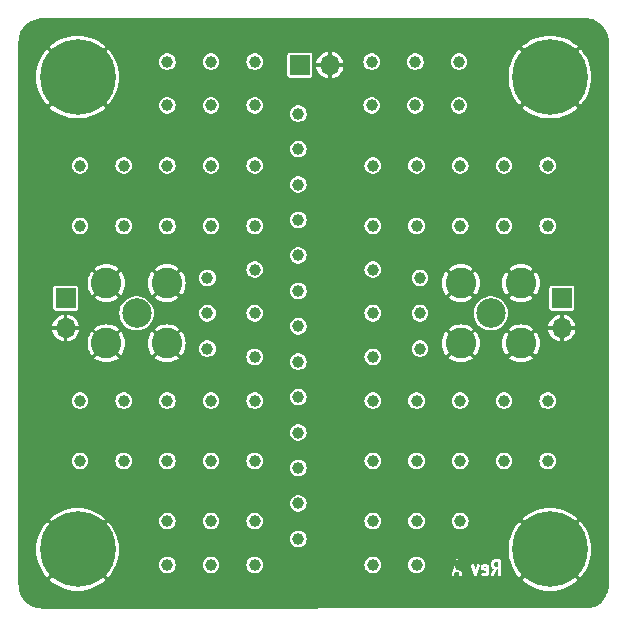
<source format=gbl>
%TF.GenerationSoftware,KiCad,Pcbnew,7.0.10-7.0.10~ubuntu22.04.1*%
%TF.CreationDate,2024-01-03T17:58:32-08:00*%
%TF.ProjectId,YamhillProtoBoard1x1,59616d68-696c-46c5-9072-6f746f426f61,A*%
%TF.SameCoordinates,Original*%
%TF.FileFunction,Copper,L2,Bot*%
%TF.FilePolarity,Positive*%
%FSLAX46Y46*%
G04 Gerber Fmt 4.6, Leading zero omitted, Abs format (unit mm)*
G04 Created by KiCad (PCBNEW 7.0.10-7.0.10~ubuntu22.04.1) date 2024-01-03 17:58:32*
%MOMM*%
%LPD*%
G01*
G04 APERTURE LIST*
%ADD10C,0.250000*%
%TA.AperFunction,ComponentPad*%
%ADD11C,1.000000*%
%TD*%
%TA.AperFunction,ComponentPad*%
%ADD12C,0.800000*%
%TD*%
%TA.AperFunction,ComponentPad*%
%ADD13C,6.400000*%
%TD*%
%TA.AperFunction,ComponentPad*%
%ADD14R,1.700000X1.700000*%
%TD*%
%TA.AperFunction,ComponentPad*%
%ADD15O,1.700000X1.700000*%
%TD*%
%TA.AperFunction,ComponentPad*%
%ADD16C,2.500000*%
%TD*%
%TA.AperFunction,ComponentPad*%
%ADD17C,2.600000*%
%TD*%
%TA.AperFunction,ViaPad*%
%ADD18C,0.600000*%
%TD*%
G04 APERTURE END LIST*
D10*
G36*
X139597860Y-96483316D02*
G01*
X139620050Y-96536571D01*
X139620050Y-96581593D01*
X139397369Y-96528150D01*
X139416049Y-96483316D01*
X139446340Y-96465142D01*
X139567569Y-96465142D01*
X139597860Y-96483316D01*
G37*
G36*
X137199642Y-96672285D02*
G01*
X137052362Y-96672285D01*
X137126002Y-96407181D01*
X137199642Y-96672285D01*
G37*
G36*
X140572431Y-96443714D02*
G01*
X140351102Y-96443714D01*
X140303712Y-96415279D01*
X140281742Y-96388915D01*
X140251003Y-96315141D01*
X140251003Y-96193714D01*
X140281742Y-96119940D01*
X140303712Y-96093576D01*
X140351102Y-96065142D01*
X140572431Y-96065142D01*
X140572431Y-96443714D01*
G37*
G36*
X140993860Y-97436571D02*
G01*
X136500800Y-97436571D01*
X136500800Y-97106687D01*
X136672229Y-97106687D01*
X136673261Y-97177112D01*
X136712204Y-97235800D01*
X136776694Y-97264117D01*
X136846257Y-97253073D01*
X136898805Y-97206175D01*
X136913109Y-97173597D01*
X136982918Y-96922285D01*
X137269086Y-96922285D01*
X137338895Y-97173597D01*
X137376102Y-97233401D01*
X137439735Y-97263596D01*
X137509590Y-97254595D01*
X137563491Y-97209256D01*
X137584322Y-97141974D01*
X137579775Y-97106687D01*
X137366974Y-96340601D01*
X138334336Y-96340601D01*
X138339529Y-96375799D01*
X138577624Y-97175799D01*
X138596577Y-97205053D01*
X138615227Y-97234309D01*
X138615659Y-97234508D01*
X138615920Y-97234910D01*
X138647571Y-97249224D01*
X138679187Y-97263804D01*
X138679661Y-97263737D01*
X138680096Y-97263934D01*
X138714482Y-97258861D01*
X138748940Y-97254036D01*
X138749301Y-97253724D01*
X138749775Y-97253655D01*
X138776019Y-97230745D01*
X138802339Y-97208108D01*
X138802599Y-97207542D01*
X138802836Y-97207336D01*
X138803074Y-97206513D01*
X138817238Y-97175799D01*
X138980910Y-96625857D01*
X139143860Y-96625857D01*
X139152212Y-96654304D01*
X139157896Y-96683408D01*
X139162022Y-96687714D01*
X139163703Y-96693437D01*
X139186109Y-96712851D01*
X139206626Y-96734264D01*
X139214373Y-96737343D01*
X139216933Y-96739561D01*
X139221665Y-96740241D01*
X139239689Y-96747405D01*
X139620050Y-96838691D01*
X139620050Y-96943713D01*
X139597860Y-96996968D01*
X139567570Y-97015142D01*
X139446339Y-97015142D01*
X139380790Y-96975813D01*
X139312632Y-96958059D01*
X139245694Y-96979973D01*
X139201230Y-97034597D01*
X139193357Y-97104590D01*
X139224574Y-97167727D01*
X139252168Y-97190187D01*
X139347405Y-97247329D01*
X139362968Y-97251383D01*
X139376500Y-97260079D01*
X139411717Y-97265142D01*
X139602193Y-97265142D01*
X139617624Y-97260610D01*
X139633701Y-97261106D01*
X139666504Y-97247329D01*
X139761742Y-97190187D01*
X139776584Y-97174088D01*
X139794597Y-97161637D01*
X139806555Y-97141578D01*
X139809483Y-97138403D01*
X139809914Y-97135944D01*
X139812816Y-97131077D01*
X139860435Y-97016791D01*
X139861198Y-97009825D01*
X139864987Y-97003931D01*
X139870050Y-96968714D01*
X139870050Y-96511571D01*
X139868076Y-96504848D01*
X139869306Y-96497950D01*
X139860435Y-96463494D01*
X139812816Y-96349208D01*
X139805479Y-96340142D01*
X140001003Y-96340142D01*
X140002976Y-96346864D01*
X140001747Y-96353763D01*
X140010618Y-96388219D01*
X140058237Y-96502505D01*
X140058823Y-96503229D01*
X140058938Y-96504155D01*
X140077594Y-96534451D01*
X140125213Y-96591594D01*
X140127900Y-96593395D01*
X140129335Y-96596297D01*
X140156929Y-96618758D01*
X140252115Y-96675869D01*
X140018031Y-97077158D01*
X140001119Y-97145531D01*
X140023857Y-97212193D01*
X140079026Y-97255979D01*
X140149110Y-97262988D01*
X140211857Y-97230994D01*
X140233975Y-97203126D01*
X140531132Y-96693714D01*
X140572431Y-96693714D01*
X140572431Y-97140142D01*
X140592274Y-97207722D01*
X140645504Y-97253846D01*
X140715220Y-97263870D01*
X140779289Y-97234611D01*
X140817368Y-97175359D01*
X140822431Y-97140142D01*
X140822431Y-95940142D01*
X140819860Y-95931386D01*
X140821159Y-95922353D01*
X140810092Y-95898120D01*
X140802588Y-95872562D01*
X140795691Y-95866586D01*
X140791900Y-95858284D01*
X140769487Y-95843880D01*
X140749358Y-95826438D01*
X140740325Y-95825139D01*
X140732648Y-95820205D01*
X140697431Y-95815142D01*
X140316479Y-95815142D01*
X140301047Y-95819672D01*
X140284970Y-95819178D01*
X140252167Y-95832955D01*
X140156929Y-95890098D01*
X140154735Y-95892477D01*
X140151648Y-95893449D01*
X140125213Y-95917262D01*
X140077594Y-95974405D01*
X140077223Y-95975259D01*
X140076456Y-95975790D01*
X140058237Y-96006351D01*
X140010618Y-96120637D01*
X140009854Y-96127602D01*
X140006066Y-96133497D01*
X140001003Y-96168714D01*
X140001003Y-96340142D01*
X139805479Y-96340142D01*
X139799042Y-96332188D01*
X139789337Y-96312559D01*
X139771223Y-96297815D01*
X139768507Y-96294459D01*
X139766137Y-96293675D01*
X139761743Y-96290099D01*
X139666505Y-96232955D01*
X139650940Y-96228900D01*
X139637410Y-96220205D01*
X139602193Y-96215142D01*
X139411717Y-96215142D01*
X139396285Y-96219672D01*
X139380208Y-96219178D01*
X139347405Y-96232955D01*
X139252167Y-96290098D01*
X139237326Y-96306195D01*
X139219313Y-96318647D01*
X139207352Y-96338709D01*
X139204427Y-96341883D01*
X139203996Y-96344339D01*
X139201094Y-96349208D01*
X139153475Y-96463494D01*
X139152711Y-96470459D01*
X139148923Y-96476354D01*
X139143860Y-96511571D01*
X139143860Y-96625857D01*
X138980910Y-96625857D01*
X139055332Y-96375799D01*
X139055591Y-96305366D01*
X139017730Y-96245975D01*
X138953770Y-96216480D01*
X138884017Y-96226248D01*
X138830618Y-96272176D01*
X138815719Y-96304485D01*
X138697430Y-96701933D01*
X138579143Y-96304485D01*
X138540847Y-96245373D01*
X138476671Y-96216350D01*
X138406992Y-96226629D01*
X138353931Y-96272948D01*
X138334336Y-96340601D01*
X137366974Y-96340601D01*
X137246442Y-95906687D01*
X137245437Y-95905073D01*
X137245410Y-95903172D01*
X137226904Y-95875284D01*
X137209235Y-95846883D01*
X137207518Y-95846068D01*
X137206467Y-95844484D01*
X137175825Y-95831029D01*
X137145602Y-95816688D01*
X137143716Y-95816930D01*
X137141977Y-95816167D01*
X137108941Y-95821411D01*
X137075747Y-95825689D01*
X137074292Y-95826912D01*
X137072414Y-95827211D01*
X137047444Y-95849495D01*
X137021846Y-95871028D01*
X137021283Y-95872843D01*
X137019866Y-95874109D01*
X137005562Y-95906687D01*
X136672229Y-97106687D01*
X136500800Y-97106687D01*
X136500800Y-95643713D01*
X140993860Y-95643713D01*
X140993860Y-97436571D01*
G37*
D11*
%TO.P,REF\u002A\u002A,1*%
%TO.N,N/C*%
X105200000Y-62500000D03*
%TD*%
%TO.P,REF\u002A\u002A,1*%
%TO.N,N/C*%
X105200000Y-82400000D03*
%TD*%
%TO.P,REF\u002A\u002A,1*%
%TO.N,N/C*%
X144800000Y-82400000D03*
%TD*%
%TO.P,REF\u002A\u002A,1*%
%TO.N,N/C*%
X116300000Y-57400000D03*
%TD*%
%TO.P,REF\u002A\u002A,1*%
%TO.N,N/C*%
X120000000Y-92600000D03*
%TD*%
%TO.P,REF\u002A\u002A,1*%
%TO.N,N/C*%
X112600000Y-92600000D03*
%TD*%
%TO.P,REF\u002A\u002A,1*%
%TO.N,N/C*%
X112600000Y-96300000D03*
%TD*%
%TO.P,REF\u002A\u002A,1*%
%TO.N,N/C*%
X120000000Y-67600000D03*
%TD*%
%TO.P,REF\u002A\u002A,1*%
%TO.N,N/C*%
X130000000Y-87500000D03*
%TD*%
%TO.P,REF\u002A\u002A,1*%
%TO.N,N/C*%
X130000000Y-96300000D03*
%TD*%
%TO.P,REF\u002A\u002A,1*%
%TO.N,N/C*%
X129900000Y-57400000D03*
%TD*%
%TO.P,REF\u002A\u002A,1*%
%TO.N,N/C*%
X129900000Y-53700000D03*
%TD*%
%TO.P,REF\u002A\u002A,1*%
%TO.N,N/C*%
X116300000Y-62500000D03*
%TD*%
%TO.P,REF\u002A\u002A,1*%
%TO.N,N/C*%
X130000000Y-67600000D03*
%TD*%
%TO.P,REF\u002A\u002A,1*%
%TO.N,N/C*%
X120000000Y-96300000D03*
%TD*%
%TO.P,REF\u002A\u002A,1*%
%TO.N,N/C*%
X144800000Y-62500000D03*
%TD*%
%TO.P,REF\u002A\u002A,1*%
%TO.N,N/C*%
X137400000Y-62500000D03*
%TD*%
%TO.P,REF\u002A\u002A,1*%
%TO.N,N/C*%
X133700000Y-67600000D03*
%TD*%
%TO.P,REF\u002A\u002A,1*%
%TO.N,N/C*%
X120000000Y-82400000D03*
%TD*%
%TO.P,REF\u002A\u002A,1*%
%TO.N,N/C*%
X141100000Y-62500000D03*
%TD*%
%TO.P,REF\u002A\u002A,1*%
%TO.N,N/C*%
X120000000Y-78700000D03*
%TD*%
%TO.P,REF\u002A\u002A,1*%
%TO.N,N/C*%
X120000000Y-75000000D03*
%TD*%
%TO.P,REF\u002A\u002A,1*%
%TO.N,N/C*%
X105200000Y-67600000D03*
%TD*%
%TO.P,REF\u002A\u002A,1*%
%TO.N,N/C*%
X141100000Y-82400000D03*
%TD*%
%TO.P,REF\u002A\u002A,1*%
%TO.N,N/C*%
X133700000Y-87500000D03*
%TD*%
%TO.P,J2,1,Pin_1*%
%TO.N,Net-(J1-In)*%
X116000000Y-78000000D03*
X116000000Y-75000000D03*
X116000000Y-72000000D03*
%TD*%
%TO.P,REF\u002A\u002A,1*%
%TO.N,N/C*%
X144800000Y-87500000D03*
%TD*%
%TO.P,REF\u002A\u002A,1*%
%TO.N,N/C*%
X112600000Y-82400000D03*
%TD*%
%TO.P,REF\u002A\u002A,1*%
%TO.N,N/C*%
X120000000Y-62500000D03*
%TD*%
%TO.P,REF\u002A\u002A,1*%
%TO.N,N/C*%
X116300000Y-53700000D03*
%TD*%
D12*
%TO.P,H1,1,1*%
%TO.N,GND*%
X102600000Y-55000000D03*
X103302944Y-53302944D03*
X103302944Y-56697056D03*
X105000000Y-52600000D03*
D13*
X105000000Y-55000000D03*
D12*
X105000000Y-57400000D03*
X106697056Y-53302944D03*
X106697056Y-56697056D03*
X107400000Y-55000000D03*
%TD*%
D14*
%TO.P,J3,1,Pin_1*%
%TO.N,Net-(J1-In)*%
X104000000Y-73725000D03*
D15*
%TO.P,J3,2,Pin_2*%
%TO.N,GND*%
X104000000Y-76265000D03*
%TD*%
D11*
%TO.P,REF\u002A\u002A,1*%
%TO.N,N/C*%
X120000000Y-87500000D03*
%TD*%
%TO.P,REF\u002A\u002A,1*%
%TO.N,N/C*%
X112600000Y-57400000D03*
%TD*%
%TO.P,REF\u002A\u002A,1*%
%TO.N,N/C*%
X130000000Y-78700000D03*
%TD*%
%TO.P,REF\u002A\u002A,1*%
%TO.N,N/C*%
X130000000Y-82400000D03*
%TD*%
%TO.P,REF\u002A\u002A,1*%
%TO.N,N/C*%
X137400000Y-82400000D03*
%TD*%
%TO.P,REF\u002A\u002A,1*%
%TO.N,N/C*%
X108900000Y-62500000D03*
%TD*%
%TO.P,REF\u002A\u002A,1*%
%TO.N,N/C*%
X116300000Y-82400000D03*
%TD*%
D16*
%TO.P,J1,1,In*%
%TO.N,Net-(J1-In)*%
X110000000Y-75000000D03*
D17*
%TO.P,J1,2,Ext*%
%TO.N,GND*%
X107450000Y-72450000D03*
X107450000Y-77550000D03*
X112550000Y-72450000D03*
X112550000Y-77550000D03*
%TD*%
D11*
%TO.P,REF\u002A\u002A,1*%
%TO.N,N/C*%
X112600000Y-53700000D03*
%TD*%
%TO.P,REF\u002A\u002A,1*%
%TO.N,N/C*%
X120000000Y-71300000D03*
%TD*%
%TO.P,REF\u002A\u002A,1*%
%TO.N,N/C*%
X116300000Y-92600000D03*
%TD*%
%TO.P,REF\u002A\u002A,1*%
%TO.N,N/C*%
X116300000Y-67600000D03*
%TD*%
%TO.P,REF\u002A\u002A,1*%
%TO.N,N/C*%
X108900000Y-67600000D03*
%TD*%
%TO.P,REF\u002A\u002A,1*%
%TO.N,N/C*%
X137400000Y-96300000D03*
%TD*%
D14*
%TO.P,J5,1,Pin_1*%
%TO.N,Net-(J4-In)*%
X146000000Y-73725000D03*
D15*
%TO.P,J5,2,Pin_2*%
%TO.N,GND*%
X146000000Y-76265000D03*
%TD*%
D11*
%TO.P,REF\u002A\u002A,1*%
%TO.N,N/C*%
X133700000Y-82400000D03*
%TD*%
%TO.P,REF\u002A\u002A,1*%
%TO.N,N/C*%
X137300000Y-53700000D03*
%TD*%
%TO.P,REF\u002A\u002A,1*%
%TO.N,N/C*%
X133700000Y-96300000D03*
%TD*%
%TO.P,REF\u002A\u002A,1*%
%TO.N,N/C*%
X130000000Y-92600000D03*
%TD*%
%TO.P,REF\u002A\u002A,1*%
%TO.N,N/C*%
X116300000Y-87500000D03*
%TD*%
D12*
%TO.P,H2,1,1*%
%TO.N,GND*%
X142600000Y-55000000D03*
X143302944Y-53302944D03*
X143302944Y-56697056D03*
X145000000Y-52600000D03*
D13*
X145000000Y-55000000D03*
D12*
X145000000Y-57400000D03*
X146697056Y-53302944D03*
X146697056Y-56697056D03*
X147400000Y-55000000D03*
%TD*%
D11*
%TO.P,REF\u002A\u002A,1*%
%TO.N,N/C*%
X133700000Y-92600000D03*
%TD*%
%TO.P,REF\u002A\u002A,1*%
%TO.N,N/C*%
X105200000Y-87500000D03*
%TD*%
%TO.P,REF\u002A\u002A,1*%
%TO.N,N/C*%
X120000000Y-57400000D03*
%TD*%
D12*
%TO.P,H4,1,1*%
%TO.N,GND*%
X142600000Y-95000000D03*
X143302944Y-93302944D03*
X143302944Y-96697056D03*
X145000000Y-92600000D03*
D13*
X145000000Y-95000000D03*
D12*
X145000000Y-97400000D03*
X146697056Y-93302944D03*
X146697056Y-96697056D03*
X147400000Y-95000000D03*
%TD*%
D11*
%TO.P,REF\u002A\u002A,1*%
%TO.N,N/C*%
X130000000Y-75000000D03*
%TD*%
%TO.P,J11,1,Pin_1*%
%TO.N,Net-(J10-Pin_1)*%
X123700000Y-58100000D03*
X123700000Y-61100000D03*
X123700000Y-64100000D03*
X123700000Y-67100000D03*
X123700000Y-70100000D03*
X123700000Y-73100000D03*
X123700000Y-76100000D03*
X123700000Y-79100000D03*
X123700000Y-82100000D03*
X123700000Y-85100000D03*
X123700000Y-88100000D03*
X123700000Y-91100000D03*
X123700000Y-94100000D03*
%TD*%
D12*
%TO.P,H3,1,1*%
%TO.N,GND*%
X102600000Y-95000000D03*
X103302944Y-93302944D03*
X103302944Y-96697056D03*
X105000000Y-92600000D03*
D13*
X105000000Y-95000000D03*
D12*
X105000000Y-97400000D03*
X106697056Y-93302944D03*
X106697056Y-96697056D03*
X107400000Y-95000000D03*
%TD*%
D11*
%TO.P,REF\u002A\u002A,1*%
%TO.N,N/C*%
X130000000Y-71300000D03*
%TD*%
%TO.P,REF\u002A\u002A,1*%
%TO.N,N/C*%
X137400000Y-92600000D03*
%TD*%
%TO.P,REF\u002A\u002A,1*%
%TO.N,N/C*%
X112600000Y-62500000D03*
%TD*%
%TO.P,REF\u002A\u002A,1*%
%TO.N,N/C*%
X144800000Y-67600000D03*
%TD*%
%TO.P,REF\u002A\u002A,1*%
%TO.N,N/C*%
X108900000Y-87500000D03*
%TD*%
%TO.P,REF\u002A\u002A,1*%
%TO.N,N/C*%
X112600000Y-87500000D03*
%TD*%
%TO.P,REF\u002A\u002A,1*%
%TO.N,N/C*%
X137400000Y-67600000D03*
%TD*%
%TO.P,REF\u002A\u002A,1*%
%TO.N,N/C*%
X141100000Y-67600000D03*
%TD*%
%TO.P,REF\u002A\u002A,1*%
%TO.N,N/C*%
X137300000Y-57400000D03*
%TD*%
%TO.P,REF\u002A\u002A,1*%
%TO.N,N/C*%
X130000000Y-62500000D03*
%TD*%
%TO.P,REF\u002A\u002A,1*%
%TO.N,N/C*%
X116300000Y-96300000D03*
%TD*%
%TO.P,J6,1,Pin_1*%
%TO.N,Net-(J4-In)*%
X134000000Y-78000000D03*
X134000000Y-75000000D03*
X134000000Y-72000000D03*
%TD*%
%TO.P,REF\u002A\u002A,1*%
%TO.N,N/C*%
X133600000Y-57400000D03*
%TD*%
%TO.P,REF\u002A\u002A,1*%
%TO.N,N/C*%
X133700000Y-62500000D03*
%TD*%
%TO.P,REF\u002A\u002A,1*%
%TO.N,N/C*%
X112600000Y-67600000D03*
%TD*%
%TO.P,REF\u002A\u002A,1*%
%TO.N,N/C*%
X108900000Y-82400000D03*
%TD*%
%TO.P,REF\u002A\u002A,1*%
%TO.N,N/C*%
X141100000Y-87500000D03*
%TD*%
%TO.P,REF\u002A\u002A,1*%
%TO.N,N/C*%
X120000000Y-53700000D03*
%TD*%
%TO.P,REF\u002A\u002A,1*%
%TO.N,N/C*%
X137400000Y-87500000D03*
%TD*%
D16*
%TO.P,J4,1,In*%
%TO.N,Net-(J4-In)*%
X140000000Y-75000000D03*
D17*
%TO.P,J4,2,Ext*%
%TO.N,GND*%
X137450000Y-72450000D03*
X137450000Y-77550000D03*
X142550000Y-72450000D03*
X142550000Y-77550000D03*
%TD*%
D14*
%TO.P,J10,1,Pin_1*%
%TO.N,Net-(J10-Pin_1)*%
X123825000Y-54000000D03*
D15*
%TO.P,J10,2,Pin_2*%
%TO.N,GND*%
X126365000Y-54000000D03*
%TD*%
D11*
%TO.P,REF\u002A\u002A,1*%
%TO.N,N/C*%
X133600000Y-53700000D03*
%TD*%
D18*
%TO.N,GND*%
X122000000Y-99000000D03*
X142000000Y-99000000D03*
X149000000Y-87000000D03*
X147000000Y-51000000D03*
X101000000Y-87000000D03*
X149000000Y-77000000D03*
X101000000Y-72000000D03*
X122000000Y-51000000D03*
X112000000Y-99000000D03*
X142000000Y-51000000D03*
X127000000Y-51000000D03*
X149000000Y-67000000D03*
X149000000Y-97000000D03*
X149000000Y-52000000D03*
X149000000Y-82000000D03*
X101000000Y-57000000D03*
X101000000Y-52000000D03*
X107000000Y-99000000D03*
X132000000Y-51000000D03*
X117000000Y-51000000D03*
X127000000Y-99000000D03*
X102000000Y-51000000D03*
X149000000Y-72000000D03*
X137000000Y-99000000D03*
X101000000Y-62000000D03*
X101000000Y-67000000D03*
X112000000Y-51000000D03*
X107000000Y-51000000D03*
X149000000Y-62000000D03*
X149000000Y-57000000D03*
X137000000Y-51000000D03*
X101000000Y-82000000D03*
X149000000Y-92000000D03*
X132000000Y-99000000D03*
X101000000Y-97000000D03*
X102000000Y-99000000D03*
X147000000Y-99000000D03*
X101000000Y-92000000D03*
X101000000Y-77000000D03*
X117000000Y-99000000D03*
%TD*%
%TA.AperFunction,Conductor*%
%TO.N,GND*%
G36*
X106661385Y-96449253D02*
G01*
X106599511Y-96461561D01*
X106516816Y-96516816D01*
X106461561Y-96599511D01*
X106449253Y-96661385D01*
X106020456Y-96232588D01*
X106134870Y-96134870D01*
X106232588Y-96020456D01*
X106661385Y-96449253D01*
G37*
%TD.AperFunction*%
%TA.AperFunction,Conductor*%
G36*
X103865130Y-96134870D02*
G01*
X103979543Y-96232587D01*
X103550746Y-96661384D01*
X103538439Y-96599511D01*
X103483184Y-96516816D01*
X103400489Y-96461561D01*
X103338613Y-96449253D01*
X103767411Y-96020455D01*
X103865130Y-96134870D01*
G37*
%TD.AperFunction*%
%TA.AperFunction,Conductor*%
G36*
X103979544Y-93767411D02*
G01*
X103865130Y-93865130D01*
X103767411Y-93979544D01*
X103338613Y-93550746D01*
X103400489Y-93538439D01*
X103483184Y-93483184D01*
X103538439Y-93400489D01*
X103550746Y-93338613D01*
X103979544Y-93767411D01*
G37*
%TD.AperFunction*%
%TA.AperFunction,Conductor*%
G36*
X106461561Y-93400489D02*
G01*
X106516816Y-93483184D01*
X106599511Y-93538439D01*
X106661384Y-93550746D01*
X106232587Y-93979543D01*
X106134870Y-93865130D01*
X106020455Y-93767411D01*
X106449253Y-93338613D01*
X106461561Y-93400489D01*
G37*
%TD.AperFunction*%
%TA.AperFunction,Conductor*%
G36*
X146661385Y-96449253D02*
G01*
X146599511Y-96461561D01*
X146516816Y-96516816D01*
X146461561Y-96599511D01*
X146449253Y-96661385D01*
X146020456Y-96232588D01*
X146134870Y-96134870D01*
X146232588Y-96020456D01*
X146661385Y-96449253D01*
G37*
%TD.AperFunction*%
%TA.AperFunction,Conductor*%
G36*
X143865130Y-96134870D02*
G01*
X143979543Y-96232587D01*
X143550746Y-96661384D01*
X143538439Y-96599511D01*
X143483184Y-96516816D01*
X143400489Y-96461561D01*
X143338613Y-96449253D01*
X143767411Y-96020455D01*
X143865130Y-96134870D01*
G37*
%TD.AperFunction*%
%TA.AperFunction,Conductor*%
G36*
X143979544Y-93767411D02*
G01*
X143865130Y-93865130D01*
X143767411Y-93979544D01*
X143338613Y-93550746D01*
X143400489Y-93538439D01*
X143483184Y-93483184D01*
X143538439Y-93400489D01*
X143550746Y-93338613D01*
X143979544Y-93767411D01*
G37*
%TD.AperFunction*%
%TA.AperFunction,Conductor*%
G36*
X146461561Y-93400489D02*
G01*
X146516816Y-93483184D01*
X146599511Y-93538439D01*
X146661384Y-93550746D01*
X146232587Y-93979543D01*
X146134870Y-93865130D01*
X146020455Y-93767411D01*
X146449253Y-93338613D01*
X146461561Y-93400489D01*
G37*
%TD.AperFunction*%
%TA.AperFunction,Conductor*%
G36*
X106661385Y-56449253D02*
G01*
X106599511Y-56461561D01*
X106516816Y-56516816D01*
X106461561Y-56599511D01*
X106449253Y-56661385D01*
X106020456Y-56232588D01*
X106134870Y-56134870D01*
X106232588Y-56020456D01*
X106661385Y-56449253D01*
G37*
%TD.AperFunction*%
%TA.AperFunction,Conductor*%
G36*
X103865130Y-56134870D02*
G01*
X103979543Y-56232587D01*
X103550746Y-56661384D01*
X103538439Y-56599511D01*
X103483184Y-56516816D01*
X103400489Y-56461561D01*
X103338613Y-56449253D01*
X103767411Y-56020455D01*
X103865130Y-56134870D01*
G37*
%TD.AperFunction*%
%TA.AperFunction,Conductor*%
G36*
X103979544Y-53767411D02*
G01*
X103865130Y-53865130D01*
X103767411Y-53979544D01*
X103338613Y-53550746D01*
X103400489Y-53538439D01*
X103483184Y-53483184D01*
X103538439Y-53400489D01*
X103550746Y-53338613D01*
X103979544Y-53767411D01*
G37*
%TD.AperFunction*%
%TA.AperFunction,Conductor*%
G36*
X106461561Y-53400489D02*
G01*
X106516816Y-53483184D01*
X106599511Y-53538439D01*
X106661384Y-53550746D01*
X106232587Y-53979543D01*
X106134870Y-53865130D01*
X106020455Y-53767411D01*
X106449253Y-53338613D01*
X106461561Y-53400489D01*
G37*
%TD.AperFunction*%
%TA.AperFunction,Conductor*%
G36*
X146661385Y-56449253D02*
G01*
X146599511Y-56461561D01*
X146516816Y-56516816D01*
X146461561Y-56599511D01*
X146449253Y-56661385D01*
X146020456Y-56232588D01*
X146134870Y-56134870D01*
X146232588Y-56020456D01*
X146661385Y-56449253D01*
G37*
%TD.AperFunction*%
%TA.AperFunction,Conductor*%
G36*
X143865130Y-56134870D02*
G01*
X143979543Y-56232587D01*
X143550746Y-56661384D01*
X143538439Y-56599511D01*
X143483184Y-56516816D01*
X143400489Y-56461561D01*
X143338613Y-56449253D01*
X143767411Y-56020455D01*
X143865130Y-56134870D01*
G37*
%TD.AperFunction*%
%TA.AperFunction,Conductor*%
G36*
X143979544Y-53767411D02*
G01*
X143865130Y-53865130D01*
X143767411Y-53979544D01*
X143338613Y-53550746D01*
X143400489Y-53538439D01*
X143483184Y-53483184D01*
X143538439Y-53400489D01*
X143550746Y-53338613D01*
X143979544Y-53767411D01*
G37*
%TD.AperFunction*%
%TA.AperFunction,Conductor*%
G36*
X146461561Y-53400489D02*
G01*
X146516816Y-53483184D01*
X146599511Y-53538439D01*
X146661384Y-53550746D01*
X146232587Y-53979543D01*
X146134870Y-53865130D01*
X146020455Y-53767411D01*
X146449253Y-53338613D01*
X146461561Y-53400489D01*
G37*
%TD.AperFunction*%
%TA.AperFunction,Conductor*%
G36*
X124666055Y-50000948D02*
G01*
X124887981Y-50001067D01*
X124888183Y-50001067D01*
X124888222Y-50001081D01*
X124888223Y-50001068D01*
X136272024Y-50013226D01*
X148177832Y-50025943D01*
X148185686Y-50026370D01*
X148430663Y-50052841D01*
X148443547Y-50055409D01*
X148681984Y-50125420D01*
X148686985Y-50127085D01*
X148694671Y-50129952D01*
X148699540Y-50131968D01*
X148951239Y-50246914D01*
X148960503Y-50251973D01*
X149191047Y-50400134D01*
X149199500Y-50406462D01*
X149406610Y-50585924D01*
X149414075Y-50593389D01*
X149593537Y-50800499D01*
X149599865Y-50808952D01*
X149748026Y-51039496D01*
X149753086Y-51048762D01*
X149868031Y-51300457D01*
X149870052Y-51305337D01*
X149874513Y-51317297D01*
X149876181Y-51322310D01*
X149943606Y-51551939D01*
X149946180Y-51564880D01*
X149971523Y-51800717D01*
X149971947Y-51808632D01*
X149966958Y-98226211D01*
X149966534Y-98234117D01*
X149943675Y-98446643D01*
X149941102Y-98459577D01*
X149880306Y-98666630D01*
X149878637Y-98671643D01*
X149870048Y-98694670D01*
X149868027Y-98699550D01*
X149753086Y-98951237D01*
X149748026Y-98960503D01*
X149599865Y-99191047D01*
X149593537Y-99199500D01*
X149414075Y-99406610D01*
X149406610Y-99414075D01*
X149199500Y-99593537D01*
X149191047Y-99599865D01*
X148960503Y-99748026D01*
X148951237Y-99753086D01*
X148699542Y-99868031D01*
X148694661Y-99870052D01*
X148673641Y-99877892D01*
X148668648Y-99879554D01*
X148457480Y-99941558D01*
X148444571Y-99944128D01*
X148227805Y-99967505D01*
X148219920Y-99967932D01*
X102116357Y-99998592D01*
X102113691Y-99998546D01*
X101852439Y-99989302D01*
X101844525Y-99988595D01*
X101587590Y-99951653D01*
X101582391Y-99950715D01*
X101580668Y-99950340D01*
X101578542Y-99949877D01*
X101573430Y-99948572D01*
X101307930Y-99870614D01*
X101298038Y-99866925D01*
X101048763Y-99753086D01*
X101039496Y-99748026D01*
X100808952Y-99599865D01*
X100800499Y-99593537D01*
X100593389Y-99414075D01*
X100585924Y-99406610D01*
X100406462Y-99199500D01*
X100400134Y-99191047D01*
X100251973Y-98960503D01*
X100246913Y-98951236D01*
X100133074Y-98701961D01*
X100129385Y-98692069D01*
X100052175Y-98429116D01*
X100049930Y-98418799D01*
X100037632Y-98333264D01*
X100010742Y-98146234D01*
X100010037Y-98138350D01*
X100000547Y-97872635D01*
X100000500Y-97869994D01*
X100000500Y-95000000D01*
X101495197Y-95000000D01*
X101514397Y-95366355D01*
X101514397Y-95366356D01*
X101571783Y-95728683D01*
X101666735Y-96083046D01*
X101798201Y-96425527D01*
X101798205Y-96425538D01*
X101964746Y-96752393D01*
X102164556Y-97060073D01*
X102395426Y-97345173D01*
X102419060Y-97368807D01*
X103055141Y-96732725D01*
X103067449Y-96794601D01*
X103122704Y-96877296D01*
X103205399Y-96932551D01*
X103267272Y-96944858D01*
X102631192Y-97580939D01*
X102654826Y-97604573D01*
X102939926Y-97835443D01*
X103247606Y-98035253D01*
X103574461Y-98201794D01*
X103574472Y-98201798D01*
X103916953Y-98333264D01*
X104271316Y-98428216D01*
X104633643Y-98485602D01*
X105000000Y-98504802D01*
X105366355Y-98485602D01*
X105366356Y-98485602D01*
X105728683Y-98428216D01*
X106083046Y-98333264D01*
X106425527Y-98201798D01*
X106425538Y-98201794D01*
X106752393Y-98035253D01*
X107060073Y-97835443D01*
X107345173Y-97604573D01*
X107368806Y-97580938D01*
X107219654Y-97431786D01*
X136505990Y-97431786D01*
X140987811Y-97431786D01*
X140987811Y-95649504D01*
X137686173Y-95649504D01*
X137654449Y-95641685D01*
X137654408Y-95641796D01*
X137653500Y-95641451D01*
X137651785Y-95641029D01*
X137650223Y-95640209D01*
X137485058Y-95599500D01*
X137485056Y-95599500D01*
X137314944Y-95599500D01*
X137314941Y-95599500D01*
X137149776Y-95640209D01*
X137148215Y-95641029D01*
X137146499Y-95641451D01*
X137145592Y-95641796D01*
X137145550Y-95641685D01*
X137113827Y-95649504D01*
X136505990Y-95649504D01*
X136505990Y-97431786D01*
X107219654Y-97431786D01*
X106732726Y-96944858D01*
X106794601Y-96932551D01*
X106877296Y-96877296D01*
X106932551Y-96794601D01*
X106944858Y-96732726D01*
X107580938Y-97368806D01*
X107604573Y-97345173D01*
X107835443Y-97060073D01*
X108035253Y-96752393D01*
X108201794Y-96425538D01*
X108201798Y-96425527D01*
X108249982Y-96300003D01*
X111894355Y-96300003D01*
X111914859Y-96468871D01*
X111975181Y-96627929D01*
X112022897Y-96697056D01*
X112071817Y-96767929D01*
X112199148Y-96880734D01*
X112349775Y-96959790D01*
X112514944Y-97000500D01*
X112514948Y-97000500D01*
X112685052Y-97000500D01*
X112685056Y-97000500D01*
X112850225Y-96959790D01*
X113000852Y-96880734D01*
X113128183Y-96767929D01*
X113224818Y-96627930D01*
X113285140Y-96468872D01*
X113305645Y-96300003D01*
X115594355Y-96300003D01*
X115614859Y-96468871D01*
X115675181Y-96627929D01*
X115722897Y-96697056D01*
X115771817Y-96767929D01*
X115899148Y-96880734D01*
X116049775Y-96959790D01*
X116214944Y-97000500D01*
X116214948Y-97000500D01*
X116385052Y-97000500D01*
X116385056Y-97000500D01*
X116550225Y-96959790D01*
X116700852Y-96880734D01*
X116828183Y-96767929D01*
X116924818Y-96627930D01*
X116985140Y-96468872D01*
X117005645Y-96300003D01*
X119294355Y-96300003D01*
X119314859Y-96468871D01*
X119375181Y-96627929D01*
X119422897Y-96697056D01*
X119471817Y-96767929D01*
X119599148Y-96880734D01*
X119749775Y-96959790D01*
X119914944Y-97000500D01*
X119914948Y-97000500D01*
X120085052Y-97000500D01*
X120085056Y-97000500D01*
X120250225Y-96959790D01*
X120400852Y-96880734D01*
X120528183Y-96767929D01*
X120624818Y-96627930D01*
X120685140Y-96468872D01*
X120705645Y-96300003D01*
X129294355Y-96300003D01*
X129314859Y-96468871D01*
X129375181Y-96627929D01*
X129422897Y-96697056D01*
X129471817Y-96767929D01*
X129599148Y-96880734D01*
X129749775Y-96959790D01*
X129914944Y-97000500D01*
X129914948Y-97000500D01*
X130085052Y-97000500D01*
X130085056Y-97000500D01*
X130250225Y-96959790D01*
X130400852Y-96880734D01*
X130528183Y-96767929D01*
X130624818Y-96627930D01*
X130685140Y-96468872D01*
X130705645Y-96300003D01*
X132994355Y-96300003D01*
X133014859Y-96468871D01*
X133075181Y-96627929D01*
X133122897Y-96697056D01*
X133171817Y-96767929D01*
X133299148Y-96880734D01*
X133449775Y-96959790D01*
X133614944Y-97000500D01*
X133614948Y-97000500D01*
X133785052Y-97000500D01*
X133785056Y-97000500D01*
X133950225Y-96959790D01*
X134100852Y-96880734D01*
X134228183Y-96767929D01*
X134324818Y-96627930D01*
X134385140Y-96468872D01*
X134405645Y-96300000D01*
X134405454Y-96298430D01*
X134385140Y-96131128D01*
X134324818Y-95972070D01*
X134228183Y-95832071D01*
X134100856Y-95719269D01*
X134100853Y-95719267D01*
X134100852Y-95719266D01*
X133950225Y-95640210D01*
X133950222Y-95640209D01*
X133785058Y-95599500D01*
X133785056Y-95599500D01*
X133614944Y-95599500D01*
X133614941Y-95599500D01*
X133449777Y-95640209D01*
X133449775Y-95640209D01*
X133449775Y-95640210D01*
X133446965Y-95641685D01*
X133299146Y-95719267D01*
X133299143Y-95719269D01*
X133171816Y-95832071D01*
X133075181Y-95972070D01*
X133014859Y-96131128D01*
X132994355Y-96299996D01*
X132994355Y-96300003D01*
X130705645Y-96300003D01*
X130705645Y-96300000D01*
X130705454Y-96298430D01*
X130685140Y-96131128D01*
X130624818Y-95972070D01*
X130528183Y-95832071D01*
X130400856Y-95719269D01*
X130400853Y-95719267D01*
X130400852Y-95719266D01*
X130250225Y-95640210D01*
X130250222Y-95640209D01*
X130085058Y-95599500D01*
X130085056Y-95599500D01*
X129914944Y-95599500D01*
X129914941Y-95599500D01*
X129749777Y-95640209D01*
X129749775Y-95640209D01*
X129749775Y-95640210D01*
X129746965Y-95641685D01*
X129599146Y-95719267D01*
X129599143Y-95719269D01*
X129471816Y-95832071D01*
X129375181Y-95972070D01*
X129314859Y-96131128D01*
X129294355Y-96299996D01*
X129294355Y-96300003D01*
X120705645Y-96300003D01*
X120705645Y-96300000D01*
X120705454Y-96298430D01*
X120685140Y-96131128D01*
X120624818Y-95972070D01*
X120528183Y-95832071D01*
X120400856Y-95719269D01*
X120400853Y-95719267D01*
X120400852Y-95719266D01*
X120250225Y-95640210D01*
X120250222Y-95640209D01*
X120085058Y-95599500D01*
X120085056Y-95599500D01*
X119914944Y-95599500D01*
X119914941Y-95599500D01*
X119749777Y-95640209D01*
X119749775Y-95640209D01*
X119749775Y-95640210D01*
X119746965Y-95641685D01*
X119599146Y-95719267D01*
X119599143Y-95719269D01*
X119471816Y-95832071D01*
X119375181Y-95972070D01*
X119314859Y-96131128D01*
X119294355Y-96299996D01*
X119294355Y-96300003D01*
X117005645Y-96300003D01*
X117005645Y-96300000D01*
X117005454Y-96298430D01*
X116985140Y-96131128D01*
X116924818Y-95972070D01*
X116828183Y-95832071D01*
X116700856Y-95719269D01*
X116700853Y-95719267D01*
X116700852Y-95719266D01*
X116550225Y-95640210D01*
X116550222Y-95640209D01*
X116385058Y-95599500D01*
X116385056Y-95599500D01*
X116214944Y-95599500D01*
X116214941Y-95599500D01*
X116049777Y-95640209D01*
X116049775Y-95640209D01*
X116049775Y-95640210D01*
X116046965Y-95641685D01*
X115899146Y-95719267D01*
X115899143Y-95719269D01*
X115771816Y-95832071D01*
X115675181Y-95972070D01*
X115614859Y-96131128D01*
X115594355Y-96299996D01*
X115594355Y-96300003D01*
X113305645Y-96300003D01*
X113305645Y-96300000D01*
X113305454Y-96298430D01*
X113285140Y-96131128D01*
X113224818Y-95972070D01*
X113128183Y-95832071D01*
X113000856Y-95719269D01*
X113000853Y-95719267D01*
X113000852Y-95719266D01*
X112850225Y-95640210D01*
X112850222Y-95640209D01*
X112685058Y-95599500D01*
X112685056Y-95599500D01*
X112514944Y-95599500D01*
X112514941Y-95599500D01*
X112349777Y-95640209D01*
X112349775Y-95640209D01*
X112349775Y-95640210D01*
X112346965Y-95641685D01*
X112199146Y-95719267D01*
X112199143Y-95719269D01*
X112071816Y-95832071D01*
X111975181Y-95972070D01*
X111914859Y-96131128D01*
X111894355Y-96299996D01*
X111894355Y-96300003D01*
X108249982Y-96300003D01*
X108333264Y-96083046D01*
X108428216Y-95728683D01*
X108485602Y-95366356D01*
X108485602Y-95366355D01*
X108504802Y-95000000D01*
X141495197Y-95000000D01*
X141514397Y-95366355D01*
X141514397Y-95366356D01*
X141571783Y-95728683D01*
X141666735Y-96083046D01*
X141798201Y-96425527D01*
X141798205Y-96425538D01*
X141964746Y-96752393D01*
X142164556Y-97060073D01*
X142395426Y-97345173D01*
X142419060Y-97368807D01*
X143055141Y-96732725D01*
X143067449Y-96794601D01*
X143122704Y-96877296D01*
X143205399Y-96932551D01*
X143267272Y-96944858D01*
X142631192Y-97580939D01*
X142654826Y-97604573D01*
X142939926Y-97835443D01*
X143247606Y-98035253D01*
X143574461Y-98201794D01*
X143574472Y-98201798D01*
X143916953Y-98333264D01*
X144271316Y-98428216D01*
X144633643Y-98485602D01*
X145000000Y-98504802D01*
X145366355Y-98485602D01*
X145366356Y-98485602D01*
X145728683Y-98428216D01*
X146083046Y-98333264D01*
X146425527Y-98201798D01*
X146425538Y-98201794D01*
X146752393Y-98035253D01*
X147060073Y-97835443D01*
X147345173Y-97604573D01*
X147368806Y-97580938D01*
X146732726Y-96944858D01*
X146794601Y-96932551D01*
X146877296Y-96877296D01*
X146932551Y-96794601D01*
X146944858Y-96732726D01*
X147580938Y-97368806D01*
X147604573Y-97345173D01*
X147835443Y-97060073D01*
X148035253Y-96752393D01*
X148201794Y-96425538D01*
X148201798Y-96425527D01*
X148333264Y-96083046D01*
X148428216Y-95728683D01*
X148485602Y-95366356D01*
X148485602Y-95366355D01*
X148504802Y-95000000D01*
X148485602Y-94633644D01*
X148485602Y-94633643D01*
X148428216Y-94271316D01*
X148333264Y-93916953D01*
X148201794Y-93574461D01*
X148201791Y-93574456D01*
X148035253Y-93247607D01*
X147835443Y-92939926D01*
X147604573Y-92654826D01*
X147580939Y-92631192D01*
X146944858Y-93267272D01*
X146932551Y-93205399D01*
X146877296Y-93122704D01*
X146794601Y-93067449D01*
X146732725Y-93055141D01*
X147368807Y-92419060D01*
X147345173Y-92395426D01*
X147060073Y-92164556D01*
X146752393Y-91964746D01*
X146425538Y-91798205D01*
X146425527Y-91798201D01*
X146083046Y-91666735D01*
X145728683Y-91571783D01*
X145366356Y-91514397D01*
X145000000Y-91495197D01*
X144633644Y-91514397D01*
X144633643Y-91514397D01*
X144271316Y-91571783D01*
X143916953Y-91666735D01*
X143574461Y-91798205D01*
X143574456Y-91798208D01*
X143247607Y-91964746D01*
X142939926Y-92164556D01*
X142654827Y-92395425D01*
X142631192Y-92419059D01*
X143267274Y-93055141D01*
X143205399Y-93067449D01*
X143122704Y-93122704D01*
X143067449Y-93205399D01*
X143055141Y-93267274D01*
X142419059Y-92631192D01*
X142395425Y-92654827D01*
X142164556Y-92939926D01*
X141964746Y-93247607D01*
X141798208Y-93574456D01*
X141798205Y-93574461D01*
X141666735Y-93916953D01*
X141571783Y-94271316D01*
X141514397Y-94633643D01*
X141514397Y-94633644D01*
X141495197Y-95000000D01*
X108504802Y-95000000D01*
X108485602Y-94633644D01*
X108485602Y-94633643D01*
X108428216Y-94271316D01*
X108382312Y-94100003D01*
X122994355Y-94100003D01*
X123014859Y-94268871D01*
X123075181Y-94427929D01*
X123075182Y-94427930D01*
X123171817Y-94567929D01*
X123299148Y-94680734D01*
X123449775Y-94759790D01*
X123614944Y-94800500D01*
X123614948Y-94800500D01*
X123785052Y-94800500D01*
X123785056Y-94800500D01*
X123950225Y-94759790D01*
X124100852Y-94680734D01*
X124228183Y-94567929D01*
X124324818Y-94427930D01*
X124385140Y-94268872D01*
X124405645Y-94100000D01*
X124400379Y-94056635D01*
X124385140Y-93931128D01*
X124324818Y-93772070D01*
X124228183Y-93632071D01*
X124100856Y-93519269D01*
X124100853Y-93519267D01*
X124100852Y-93519266D01*
X123950225Y-93440210D01*
X123950222Y-93440209D01*
X123785058Y-93399500D01*
X123785056Y-93399500D01*
X123614944Y-93399500D01*
X123614941Y-93399500D01*
X123449777Y-93440209D01*
X123299146Y-93519267D01*
X123299143Y-93519269D01*
X123171816Y-93632071D01*
X123075181Y-93772070D01*
X123014859Y-93931128D01*
X122994355Y-94099996D01*
X122994355Y-94100003D01*
X108382312Y-94100003D01*
X108333264Y-93916953D01*
X108201794Y-93574461D01*
X108201791Y-93574456D01*
X108035253Y-93247607D01*
X107835443Y-92939926D01*
X107604573Y-92654826D01*
X107580939Y-92631192D01*
X106944858Y-93267272D01*
X106932551Y-93205399D01*
X106877296Y-93122704D01*
X106794601Y-93067449D01*
X106732725Y-93055141D01*
X107187864Y-92600003D01*
X111894355Y-92600003D01*
X111914859Y-92768871D01*
X111975181Y-92927929D01*
X112071486Y-93067449D01*
X112071817Y-93067929D01*
X112199148Y-93180734D01*
X112349775Y-93259790D01*
X112514944Y-93300500D01*
X112514948Y-93300500D01*
X112685052Y-93300500D01*
X112685056Y-93300500D01*
X112850225Y-93259790D01*
X113000852Y-93180734D01*
X113128183Y-93067929D01*
X113224818Y-92927930D01*
X113285140Y-92768872D01*
X113305645Y-92600003D01*
X115594355Y-92600003D01*
X115614859Y-92768871D01*
X115675181Y-92927929D01*
X115771486Y-93067449D01*
X115771817Y-93067929D01*
X115899148Y-93180734D01*
X116049775Y-93259790D01*
X116214944Y-93300500D01*
X116214948Y-93300500D01*
X116385052Y-93300500D01*
X116385056Y-93300500D01*
X116550225Y-93259790D01*
X116700852Y-93180734D01*
X116828183Y-93067929D01*
X116924818Y-92927930D01*
X116985140Y-92768872D01*
X117005645Y-92600003D01*
X119294355Y-92600003D01*
X119314859Y-92768871D01*
X119375181Y-92927929D01*
X119471486Y-93067449D01*
X119471817Y-93067929D01*
X119599148Y-93180734D01*
X119749775Y-93259790D01*
X119914944Y-93300500D01*
X119914948Y-93300500D01*
X120085052Y-93300500D01*
X120085056Y-93300500D01*
X120250225Y-93259790D01*
X120400852Y-93180734D01*
X120528183Y-93067929D01*
X120624818Y-92927930D01*
X120685140Y-92768872D01*
X120705645Y-92600003D01*
X129294355Y-92600003D01*
X129314859Y-92768871D01*
X129375181Y-92927929D01*
X129471486Y-93067449D01*
X129471817Y-93067929D01*
X129599148Y-93180734D01*
X129749775Y-93259790D01*
X129914944Y-93300500D01*
X129914948Y-93300500D01*
X130085052Y-93300500D01*
X130085056Y-93300500D01*
X130250225Y-93259790D01*
X130400852Y-93180734D01*
X130528183Y-93067929D01*
X130624818Y-92927930D01*
X130685140Y-92768872D01*
X130705645Y-92600003D01*
X132994355Y-92600003D01*
X133014859Y-92768871D01*
X133075181Y-92927929D01*
X133171486Y-93067449D01*
X133171817Y-93067929D01*
X133299148Y-93180734D01*
X133449775Y-93259790D01*
X133614944Y-93300500D01*
X133614948Y-93300500D01*
X133785052Y-93300500D01*
X133785056Y-93300500D01*
X133950225Y-93259790D01*
X134100852Y-93180734D01*
X134228183Y-93067929D01*
X134324818Y-92927930D01*
X134385140Y-92768872D01*
X134405645Y-92600003D01*
X136694355Y-92600003D01*
X136714859Y-92768871D01*
X136775181Y-92927929D01*
X136871486Y-93067449D01*
X136871817Y-93067929D01*
X136999148Y-93180734D01*
X137149775Y-93259790D01*
X137314944Y-93300500D01*
X137314948Y-93300500D01*
X137485052Y-93300500D01*
X137485056Y-93300500D01*
X137650225Y-93259790D01*
X137800852Y-93180734D01*
X137928183Y-93067929D01*
X138024818Y-92927930D01*
X138085140Y-92768872D01*
X138105645Y-92600000D01*
X138085140Y-92431128D01*
X138024818Y-92272070D01*
X137928183Y-92132071D01*
X137800856Y-92019269D01*
X137800853Y-92019267D01*
X137800852Y-92019266D01*
X137650225Y-91940210D01*
X137650222Y-91940209D01*
X137485058Y-91899500D01*
X137485056Y-91899500D01*
X137314944Y-91899500D01*
X137314941Y-91899500D01*
X137149777Y-91940209D01*
X136999146Y-92019267D01*
X136999143Y-92019269D01*
X136871816Y-92132071D01*
X136775181Y-92272070D01*
X136714859Y-92431128D01*
X136694355Y-92599996D01*
X136694355Y-92600003D01*
X134405645Y-92600003D01*
X134405645Y-92600000D01*
X134385140Y-92431128D01*
X134324818Y-92272070D01*
X134228183Y-92132071D01*
X134100856Y-92019269D01*
X134100853Y-92019267D01*
X134100852Y-92019266D01*
X133950225Y-91940210D01*
X133950222Y-91940209D01*
X133785058Y-91899500D01*
X133785056Y-91899500D01*
X133614944Y-91899500D01*
X133614941Y-91899500D01*
X133449777Y-91940209D01*
X133299146Y-92019267D01*
X133299143Y-92019269D01*
X133171816Y-92132071D01*
X133075181Y-92272070D01*
X133014859Y-92431128D01*
X132994355Y-92599996D01*
X132994355Y-92600003D01*
X130705645Y-92600003D01*
X130705645Y-92600000D01*
X130685140Y-92431128D01*
X130624818Y-92272070D01*
X130528183Y-92132071D01*
X130400856Y-92019269D01*
X130400853Y-92019267D01*
X130400852Y-92019266D01*
X130250225Y-91940210D01*
X130250222Y-91940209D01*
X130085058Y-91899500D01*
X130085056Y-91899500D01*
X129914944Y-91899500D01*
X129914941Y-91899500D01*
X129749777Y-91940209D01*
X129599146Y-92019267D01*
X129599143Y-92019269D01*
X129471816Y-92132071D01*
X129375181Y-92272070D01*
X129314859Y-92431128D01*
X129294355Y-92599996D01*
X129294355Y-92600003D01*
X120705645Y-92600003D01*
X120705645Y-92600000D01*
X120685140Y-92431128D01*
X120624818Y-92272070D01*
X120528183Y-92132071D01*
X120400856Y-92019269D01*
X120400853Y-92019267D01*
X120400852Y-92019266D01*
X120250225Y-91940210D01*
X120250222Y-91940209D01*
X120085058Y-91899500D01*
X120085056Y-91899500D01*
X119914944Y-91899500D01*
X119914941Y-91899500D01*
X119749777Y-91940209D01*
X119599146Y-92019267D01*
X119599143Y-92019269D01*
X119471816Y-92132071D01*
X119375181Y-92272070D01*
X119314859Y-92431128D01*
X119294355Y-92599996D01*
X119294355Y-92600003D01*
X117005645Y-92600003D01*
X117005645Y-92600000D01*
X116985140Y-92431128D01*
X116924818Y-92272070D01*
X116828183Y-92132071D01*
X116700856Y-92019269D01*
X116700853Y-92019267D01*
X116700852Y-92019266D01*
X116550225Y-91940210D01*
X116550222Y-91940209D01*
X116385058Y-91899500D01*
X116385056Y-91899500D01*
X116214944Y-91899500D01*
X116214941Y-91899500D01*
X116049777Y-91940209D01*
X115899146Y-92019267D01*
X115899143Y-92019269D01*
X115771816Y-92132071D01*
X115675181Y-92272070D01*
X115614859Y-92431128D01*
X115594355Y-92599996D01*
X115594355Y-92600003D01*
X113305645Y-92600003D01*
X113305645Y-92600000D01*
X113285140Y-92431128D01*
X113224818Y-92272070D01*
X113128183Y-92132071D01*
X113000856Y-92019269D01*
X113000853Y-92019267D01*
X113000852Y-92019266D01*
X112850225Y-91940210D01*
X112850222Y-91940209D01*
X112685058Y-91899500D01*
X112685056Y-91899500D01*
X112514944Y-91899500D01*
X112514941Y-91899500D01*
X112349777Y-91940209D01*
X112199146Y-92019267D01*
X112199143Y-92019269D01*
X112071816Y-92132071D01*
X111975181Y-92272070D01*
X111914859Y-92431128D01*
X111894355Y-92599996D01*
X111894355Y-92600003D01*
X107187864Y-92600003D01*
X107368807Y-92419060D01*
X107345173Y-92395426D01*
X107060073Y-92164556D01*
X106752393Y-91964746D01*
X106425538Y-91798205D01*
X106425527Y-91798201D01*
X106083046Y-91666735D01*
X105728683Y-91571783D01*
X105366356Y-91514397D01*
X105000000Y-91495197D01*
X104633644Y-91514397D01*
X104633643Y-91514397D01*
X104271316Y-91571783D01*
X103916953Y-91666735D01*
X103574461Y-91798205D01*
X103574456Y-91798208D01*
X103247607Y-91964746D01*
X102939926Y-92164556D01*
X102654827Y-92395425D01*
X102631192Y-92419059D01*
X103267274Y-93055141D01*
X103205399Y-93067449D01*
X103122704Y-93122704D01*
X103067449Y-93205399D01*
X103055141Y-93267274D01*
X102419059Y-92631192D01*
X102395425Y-92654827D01*
X102164556Y-92939926D01*
X101964746Y-93247607D01*
X101798208Y-93574456D01*
X101798205Y-93574461D01*
X101666735Y-93916953D01*
X101571783Y-94271316D01*
X101514397Y-94633643D01*
X101514397Y-94633644D01*
X101495197Y-95000000D01*
X100000500Y-95000000D01*
X100000500Y-91100003D01*
X122994355Y-91100003D01*
X123014859Y-91268871D01*
X123075181Y-91427929D01*
X123075182Y-91427930D01*
X123171817Y-91567929D01*
X123299148Y-91680734D01*
X123449775Y-91759790D01*
X123614944Y-91800500D01*
X123614948Y-91800500D01*
X123785052Y-91800500D01*
X123785056Y-91800500D01*
X123950225Y-91759790D01*
X124100852Y-91680734D01*
X124228183Y-91567929D01*
X124324818Y-91427930D01*
X124385140Y-91268872D01*
X124405645Y-91100000D01*
X124385140Y-90931128D01*
X124324818Y-90772070D01*
X124228183Y-90632071D01*
X124100856Y-90519269D01*
X124100853Y-90519267D01*
X124100852Y-90519266D01*
X123950225Y-90440210D01*
X123950222Y-90440209D01*
X123785058Y-90399500D01*
X123785056Y-90399500D01*
X123614944Y-90399500D01*
X123614941Y-90399500D01*
X123449777Y-90440209D01*
X123299146Y-90519267D01*
X123299143Y-90519269D01*
X123171816Y-90632071D01*
X123075181Y-90772070D01*
X123014859Y-90931128D01*
X122994355Y-91099996D01*
X122994355Y-91100003D01*
X100000500Y-91100003D01*
X100000500Y-87500003D01*
X104494355Y-87500003D01*
X104514859Y-87668871D01*
X104575181Y-87827929D01*
X104575182Y-87827930D01*
X104671817Y-87967929D01*
X104799148Y-88080734D01*
X104949775Y-88159790D01*
X105114944Y-88200500D01*
X105114948Y-88200500D01*
X105285052Y-88200500D01*
X105285056Y-88200500D01*
X105450225Y-88159790D01*
X105600852Y-88080734D01*
X105728183Y-87967929D01*
X105824818Y-87827930D01*
X105885140Y-87668872D01*
X105890266Y-87626654D01*
X105905645Y-87500003D01*
X108194355Y-87500003D01*
X108214859Y-87668871D01*
X108275181Y-87827929D01*
X108275182Y-87827930D01*
X108371817Y-87967929D01*
X108499148Y-88080734D01*
X108649775Y-88159790D01*
X108814944Y-88200500D01*
X108814948Y-88200500D01*
X108985052Y-88200500D01*
X108985056Y-88200500D01*
X109150225Y-88159790D01*
X109300852Y-88080734D01*
X109428183Y-87967929D01*
X109524818Y-87827930D01*
X109585140Y-87668872D01*
X109590266Y-87626654D01*
X109605645Y-87500003D01*
X111894355Y-87500003D01*
X111914859Y-87668871D01*
X111975181Y-87827929D01*
X111975182Y-87827930D01*
X112071817Y-87967929D01*
X112199148Y-88080734D01*
X112349775Y-88159790D01*
X112514944Y-88200500D01*
X112514948Y-88200500D01*
X112685052Y-88200500D01*
X112685056Y-88200500D01*
X112850225Y-88159790D01*
X113000852Y-88080734D01*
X113128183Y-87967929D01*
X113224818Y-87827930D01*
X113285140Y-87668872D01*
X113290266Y-87626654D01*
X113305645Y-87500003D01*
X115594355Y-87500003D01*
X115614859Y-87668871D01*
X115675181Y-87827929D01*
X115675182Y-87827930D01*
X115771817Y-87967929D01*
X115899148Y-88080734D01*
X116049775Y-88159790D01*
X116214944Y-88200500D01*
X116214948Y-88200500D01*
X116385052Y-88200500D01*
X116385056Y-88200500D01*
X116550225Y-88159790D01*
X116700852Y-88080734D01*
X116828183Y-87967929D01*
X116924818Y-87827930D01*
X116985140Y-87668872D01*
X116990266Y-87626654D01*
X117005645Y-87500003D01*
X119294355Y-87500003D01*
X119314859Y-87668871D01*
X119375181Y-87827929D01*
X119375182Y-87827930D01*
X119471817Y-87967929D01*
X119599148Y-88080734D01*
X119749775Y-88159790D01*
X119914944Y-88200500D01*
X119914948Y-88200500D01*
X120085052Y-88200500D01*
X120085056Y-88200500D01*
X120250225Y-88159790D01*
X120364138Y-88100003D01*
X122994355Y-88100003D01*
X123014859Y-88268871D01*
X123075181Y-88427929D01*
X123075182Y-88427930D01*
X123171817Y-88567929D01*
X123299148Y-88680734D01*
X123449775Y-88759790D01*
X123614944Y-88800500D01*
X123614948Y-88800500D01*
X123785052Y-88800500D01*
X123785056Y-88800500D01*
X123950225Y-88759790D01*
X124100852Y-88680734D01*
X124228183Y-88567929D01*
X124324818Y-88427930D01*
X124385140Y-88268872D01*
X124405645Y-88100000D01*
X124403305Y-88080732D01*
X124385140Y-87931128D01*
X124324818Y-87772070D01*
X124228183Y-87632071D01*
X124100856Y-87519269D01*
X124100853Y-87519267D01*
X124100852Y-87519266D01*
X124064150Y-87500003D01*
X129294355Y-87500003D01*
X129314859Y-87668871D01*
X129375181Y-87827929D01*
X129375182Y-87827930D01*
X129471817Y-87967929D01*
X129599148Y-88080734D01*
X129749775Y-88159790D01*
X129914944Y-88200500D01*
X129914948Y-88200500D01*
X130085052Y-88200500D01*
X130085056Y-88200500D01*
X130250225Y-88159790D01*
X130400852Y-88080734D01*
X130528183Y-87967929D01*
X130624818Y-87827930D01*
X130685140Y-87668872D01*
X130690266Y-87626654D01*
X130705645Y-87500003D01*
X132994355Y-87500003D01*
X133014859Y-87668871D01*
X133075181Y-87827929D01*
X133075182Y-87827930D01*
X133171817Y-87967929D01*
X133299148Y-88080734D01*
X133449775Y-88159790D01*
X133614944Y-88200500D01*
X133614948Y-88200500D01*
X133785052Y-88200500D01*
X133785056Y-88200500D01*
X133950225Y-88159790D01*
X134100852Y-88080734D01*
X134228183Y-87967929D01*
X134324818Y-87827930D01*
X134385140Y-87668872D01*
X134390266Y-87626654D01*
X134405645Y-87500003D01*
X136694355Y-87500003D01*
X136714859Y-87668871D01*
X136775181Y-87827929D01*
X136775182Y-87827930D01*
X136871817Y-87967929D01*
X136999148Y-88080734D01*
X137149775Y-88159790D01*
X137314944Y-88200500D01*
X137314948Y-88200500D01*
X137485052Y-88200500D01*
X137485056Y-88200500D01*
X137650225Y-88159790D01*
X137800852Y-88080734D01*
X137928183Y-87967929D01*
X138024818Y-87827930D01*
X138085140Y-87668872D01*
X138090266Y-87626654D01*
X138105645Y-87500003D01*
X140394355Y-87500003D01*
X140414859Y-87668871D01*
X140475181Y-87827929D01*
X140475182Y-87827930D01*
X140571817Y-87967929D01*
X140699148Y-88080734D01*
X140849775Y-88159790D01*
X141014944Y-88200500D01*
X141014948Y-88200500D01*
X141185052Y-88200500D01*
X141185056Y-88200500D01*
X141350225Y-88159790D01*
X141500852Y-88080734D01*
X141628183Y-87967929D01*
X141724818Y-87827930D01*
X141785140Y-87668872D01*
X141790266Y-87626654D01*
X141805645Y-87500003D01*
X144094355Y-87500003D01*
X144114859Y-87668871D01*
X144175181Y-87827929D01*
X144175182Y-87827930D01*
X144271817Y-87967929D01*
X144399148Y-88080734D01*
X144549775Y-88159790D01*
X144714944Y-88200500D01*
X144714948Y-88200500D01*
X144885052Y-88200500D01*
X144885056Y-88200500D01*
X145050225Y-88159790D01*
X145200852Y-88080734D01*
X145328183Y-87967929D01*
X145424818Y-87827930D01*
X145485140Y-87668872D01*
X145490266Y-87626654D01*
X145505645Y-87500003D01*
X145505645Y-87499996D01*
X145485140Y-87331128D01*
X145424818Y-87172070D01*
X145328183Y-87032071D01*
X145200856Y-86919269D01*
X145200853Y-86919267D01*
X145200852Y-86919266D01*
X145050225Y-86840210D01*
X145050222Y-86840209D01*
X144885058Y-86799500D01*
X144885056Y-86799500D01*
X144714944Y-86799500D01*
X144714941Y-86799500D01*
X144549777Y-86840209D01*
X144399146Y-86919267D01*
X144399143Y-86919269D01*
X144271816Y-87032071D01*
X144175181Y-87172070D01*
X144114859Y-87331128D01*
X144094355Y-87499996D01*
X144094355Y-87500003D01*
X141805645Y-87500003D01*
X141805645Y-87499996D01*
X141785140Y-87331128D01*
X141724818Y-87172070D01*
X141628183Y-87032071D01*
X141500856Y-86919269D01*
X141500853Y-86919267D01*
X141500852Y-86919266D01*
X141350225Y-86840210D01*
X141350222Y-86840209D01*
X141185058Y-86799500D01*
X141185056Y-86799500D01*
X141014944Y-86799500D01*
X141014941Y-86799500D01*
X140849777Y-86840209D01*
X140699146Y-86919267D01*
X140699143Y-86919269D01*
X140571816Y-87032071D01*
X140475181Y-87172070D01*
X140414859Y-87331128D01*
X140394355Y-87499996D01*
X140394355Y-87500003D01*
X138105645Y-87500003D01*
X138105645Y-87499996D01*
X138085140Y-87331128D01*
X138024818Y-87172070D01*
X137928183Y-87032071D01*
X137800856Y-86919269D01*
X137800853Y-86919267D01*
X137800852Y-86919266D01*
X137650225Y-86840210D01*
X137650222Y-86840209D01*
X137485058Y-86799500D01*
X137485056Y-86799500D01*
X137314944Y-86799500D01*
X137314941Y-86799500D01*
X137149777Y-86840209D01*
X136999146Y-86919267D01*
X136999143Y-86919269D01*
X136871816Y-87032071D01*
X136775181Y-87172070D01*
X136714859Y-87331128D01*
X136694355Y-87499996D01*
X136694355Y-87500003D01*
X134405645Y-87500003D01*
X134405645Y-87499996D01*
X134385140Y-87331128D01*
X134324818Y-87172070D01*
X134228183Y-87032071D01*
X134100856Y-86919269D01*
X134100853Y-86919267D01*
X134100852Y-86919266D01*
X133950225Y-86840210D01*
X133950222Y-86840209D01*
X133785058Y-86799500D01*
X133785056Y-86799500D01*
X133614944Y-86799500D01*
X133614941Y-86799500D01*
X133449777Y-86840209D01*
X133299146Y-86919267D01*
X133299143Y-86919269D01*
X133171816Y-87032071D01*
X133075181Y-87172070D01*
X133014859Y-87331128D01*
X132994355Y-87499996D01*
X132994355Y-87500003D01*
X130705645Y-87500003D01*
X130705645Y-87499996D01*
X130685140Y-87331128D01*
X130624818Y-87172070D01*
X130528183Y-87032071D01*
X130400856Y-86919269D01*
X130400853Y-86919267D01*
X130400852Y-86919266D01*
X130250225Y-86840210D01*
X130250222Y-86840209D01*
X130085058Y-86799500D01*
X130085056Y-86799500D01*
X129914944Y-86799500D01*
X129914941Y-86799500D01*
X129749777Y-86840209D01*
X129599146Y-86919267D01*
X129599143Y-86919269D01*
X129471816Y-87032071D01*
X129375181Y-87172070D01*
X129314859Y-87331128D01*
X129294355Y-87499996D01*
X129294355Y-87500003D01*
X124064150Y-87500003D01*
X123950225Y-87440210D01*
X123950222Y-87440209D01*
X123785058Y-87399500D01*
X123785056Y-87399500D01*
X123614944Y-87399500D01*
X123614941Y-87399500D01*
X123449777Y-87440209D01*
X123299146Y-87519267D01*
X123299143Y-87519269D01*
X123171816Y-87632071D01*
X123075181Y-87772070D01*
X123014859Y-87931128D01*
X122994355Y-88099996D01*
X122994355Y-88100003D01*
X120364138Y-88100003D01*
X120400852Y-88080734D01*
X120528183Y-87967929D01*
X120624818Y-87827930D01*
X120685140Y-87668872D01*
X120690266Y-87626654D01*
X120705645Y-87500003D01*
X120705645Y-87499996D01*
X120685140Y-87331128D01*
X120624818Y-87172070D01*
X120528183Y-87032071D01*
X120400856Y-86919269D01*
X120400853Y-86919267D01*
X120400852Y-86919266D01*
X120250225Y-86840210D01*
X120250222Y-86840209D01*
X120085058Y-86799500D01*
X120085056Y-86799500D01*
X119914944Y-86799500D01*
X119914941Y-86799500D01*
X119749777Y-86840209D01*
X119599146Y-86919267D01*
X119599143Y-86919269D01*
X119471816Y-87032071D01*
X119375181Y-87172070D01*
X119314859Y-87331128D01*
X119294355Y-87499996D01*
X119294355Y-87500003D01*
X117005645Y-87500003D01*
X117005645Y-87499996D01*
X116985140Y-87331128D01*
X116924818Y-87172070D01*
X116828183Y-87032071D01*
X116700856Y-86919269D01*
X116700853Y-86919267D01*
X116700852Y-86919266D01*
X116550225Y-86840210D01*
X116550222Y-86840209D01*
X116385058Y-86799500D01*
X116385056Y-86799500D01*
X116214944Y-86799500D01*
X116214941Y-86799500D01*
X116049777Y-86840209D01*
X115899146Y-86919267D01*
X115899143Y-86919269D01*
X115771816Y-87032071D01*
X115675181Y-87172070D01*
X115614859Y-87331128D01*
X115594355Y-87499996D01*
X115594355Y-87500003D01*
X113305645Y-87500003D01*
X113305645Y-87499996D01*
X113285140Y-87331128D01*
X113224818Y-87172070D01*
X113128183Y-87032071D01*
X113000856Y-86919269D01*
X113000853Y-86919267D01*
X113000852Y-86919266D01*
X112850225Y-86840210D01*
X112850222Y-86840209D01*
X112685058Y-86799500D01*
X112685056Y-86799500D01*
X112514944Y-86799500D01*
X112514941Y-86799500D01*
X112349777Y-86840209D01*
X112199146Y-86919267D01*
X112199143Y-86919269D01*
X112071816Y-87032071D01*
X111975181Y-87172070D01*
X111914859Y-87331128D01*
X111894355Y-87499996D01*
X111894355Y-87500003D01*
X109605645Y-87500003D01*
X109605645Y-87499996D01*
X109585140Y-87331128D01*
X109524818Y-87172070D01*
X109428183Y-87032071D01*
X109300856Y-86919269D01*
X109300853Y-86919267D01*
X109300852Y-86919266D01*
X109150225Y-86840210D01*
X109150222Y-86840209D01*
X108985058Y-86799500D01*
X108985056Y-86799500D01*
X108814944Y-86799500D01*
X108814941Y-86799500D01*
X108649777Y-86840209D01*
X108499146Y-86919267D01*
X108499143Y-86919269D01*
X108371816Y-87032071D01*
X108275181Y-87172070D01*
X108214859Y-87331128D01*
X108194355Y-87499996D01*
X108194355Y-87500003D01*
X105905645Y-87500003D01*
X105905645Y-87499996D01*
X105885140Y-87331128D01*
X105824818Y-87172070D01*
X105728183Y-87032071D01*
X105600856Y-86919269D01*
X105600853Y-86919267D01*
X105600852Y-86919266D01*
X105450225Y-86840210D01*
X105450222Y-86840209D01*
X105285058Y-86799500D01*
X105285056Y-86799500D01*
X105114944Y-86799500D01*
X105114941Y-86799500D01*
X104949777Y-86840209D01*
X104799146Y-86919267D01*
X104799143Y-86919269D01*
X104671816Y-87032071D01*
X104575181Y-87172070D01*
X104514859Y-87331128D01*
X104494355Y-87499996D01*
X104494355Y-87500003D01*
X100000500Y-87500003D01*
X100000500Y-85100003D01*
X122994355Y-85100003D01*
X123014859Y-85268871D01*
X123075181Y-85427929D01*
X123075182Y-85427930D01*
X123171817Y-85567929D01*
X123299148Y-85680734D01*
X123449775Y-85759790D01*
X123614944Y-85800500D01*
X123614948Y-85800500D01*
X123785052Y-85800500D01*
X123785056Y-85800500D01*
X123950225Y-85759790D01*
X124100852Y-85680734D01*
X124228183Y-85567929D01*
X124324818Y-85427930D01*
X124385140Y-85268872D01*
X124405645Y-85100000D01*
X124385140Y-84931128D01*
X124324818Y-84772070D01*
X124228183Y-84632071D01*
X124100856Y-84519269D01*
X124100853Y-84519267D01*
X124100852Y-84519266D01*
X123950225Y-84440210D01*
X123950222Y-84440209D01*
X123785058Y-84399500D01*
X123785056Y-84399500D01*
X123614944Y-84399500D01*
X123614941Y-84399500D01*
X123449777Y-84440209D01*
X123299146Y-84519267D01*
X123299143Y-84519269D01*
X123171816Y-84632071D01*
X123075181Y-84772070D01*
X123014859Y-84931128D01*
X122994355Y-85099996D01*
X122994355Y-85100003D01*
X100000500Y-85100003D01*
X100000500Y-82400003D01*
X104494355Y-82400003D01*
X104514859Y-82568871D01*
X104575181Y-82727929D01*
X104625274Y-82800500D01*
X104671817Y-82867929D01*
X104799148Y-82980734D01*
X104949775Y-83059790D01*
X105114944Y-83100500D01*
X105114948Y-83100500D01*
X105285052Y-83100500D01*
X105285056Y-83100500D01*
X105450225Y-83059790D01*
X105600852Y-82980734D01*
X105728183Y-82867929D01*
X105824818Y-82727930D01*
X105885140Y-82568872D01*
X105905645Y-82400003D01*
X108194355Y-82400003D01*
X108214859Y-82568871D01*
X108275181Y-82727929D01*
X108325274Y-82800500D01*
X108371817Y-82867929D01*
X108499148Y-82980734D01*
X108649775Y-83059790D01*
X108814944Y-83100500D01*
X108814948Y-83100500D01*
X108985052Y-83100500D01*
X108985056Y-83100500D01*
X109150225Y-83059790D01*
X109300852Y-82980734D01*
X109428183Y-82867929D01*
X109524818Y-82727930D01*
X109585140Y-82568872D01*
X109605645Y-82400003D01*
X111894355Y-82400003D01*
X111914859Y-82568871D01*
X111975181Y-82727929D01*
X112025274Y-82800500D01*
X112071817Y-82867929D01*
X112199148Y-82980734D01*
X112349775Y-83059790D01*
X112514944Y-83100500D01*
X112514948Y-83100500D01*
X112685052Y-83100500D01*
X112685056Y-83100500D01*
X112850225Y-83059790D01*
X113000852Y-82980734D01*
X113128183Y-82867929D01*
X113224818Y-82727930D01*
X113285140Y-82568872D01*
X113305645Y-82400003D01*
X115594355Y-82400003D01*
X115614859Y-82568871D01*
X115675181Y-82727929D01*
X115725274Y-82800500D01*
X115771817Y-82867929D01*
X115899148Y-82980734D01*
X116049775Y-83059790D01*
X116214944Y-83100500D01*
X116214948Y-83100500D01*
X116385052Y-83100500D01*
X116385056Y-83100500D01*
X116550225Y-83059790D01*
X116700852Y-82980734D01*
X116828183Y-82867929D01*
X116924818Y-82727930D01*
X116985140Y-82568872D01*
X117005645Y-82400003D01*
X119294355Y-82400003D01*
X119314859Y-82568871D01*
X119375181Y-82727929D01*
X119425274Y-82800500D01*
X119471817Y-82867929D01*
X119599148Y-82980734D01*
X119749775Y-83059790D01*
X119914944Y-83100500D01*
X119914948Y-83100500D01*
X120085052Y-83100500D01*
X120085056Y-83100500D01*
X120250225Y-83059790D01*
X120400852Y-82980734D01*
X120528183Y-82867929D01*
X120624818Y-82727930D01*
X120685140Y-82568872D01*
X120705645Y-82400000D01*
X120685140Y-82231128D01*
X120635411Y-82100003D01*
X122994355Y-82100003D01*
X123014859Y-82268871D01*
X123075181Y-82427929D01*
X123075182Y-82427930D01*
X123171817Y-82567929D01*
X123299148Y-82680734D01*
X123449775Y-82759790D01*
X123614944Y-82800500D01*
X123614948Y-82800500D01*
X123785052Y-82800500D01*
X123785056Y-82800500D01*
X123950225Y-82759790D01*
X124100852Y-82680734D01*
X124228183Y-82567929D01*
X124324818Y-82427930D01*
X124335409Y-82400003D01*
X129294355Y-82400003D01*
X129314859Y-82568871D01*
X129375181Y-82727929D01*
X129425274Y-82800500D01*
X129471817Y-82867929D01*
X129599148Y-82980734D01*
X129749775Y-83059790D01*
X129914944Y-83100500D01*
X129914948Y-83100500D01*
X130085052Y-83100500D01*
X130085056Y-83100500D01*
X130250225Y-83059790D01*
X130400852Y-82980734D01*
X130528183Y-82867929D01*
X130624818Y-82727930D01*
X130685140Y-82568872D01*
X130705645Y-82400003D01*
X132994355Y-82400003D01*
X133014859Y-82568871D01*
X133075181Y-82727929D01*
X133125274Y-82800500D01*
X133171817Y-82867929D01*
X133299148Y-82980734D01*
X133449775Y-83059790D01*
X133614944Y-83100500D01*
X133614948Y-83100500D01*
X133785052Y-83100500D01*
X133785056Y-83100500D01*
X133950225Y-83059790D01*
X134100852Y-82980734D01*
X134228183Y-82867929D01*
X134324818Y-82727930D01*
X134385140Y-82568872D01*
X134405645Y-82400003D01*
X136694355Y-82400003D01*
X136714859Y-82568871D01*
X136775181Y-82727929D01*
X136825274Y-82800500D01*
X136871817Y-82867929D01*
X136999148Y-82980734D01*
X137149775Y-83059790D01*
X137314944Y-83100500D01*
X137314948Y-83100500D01*
X137485052Y-83100500D01*
X137485056Y-83100500D01*
X137650225Y-83059790D01*
X137800852Y-82980734D01*
X137928183Y-82867929D01*
X138024818Y-82727930D01*
X138085140Y-82568872D01*
X138105645Y-82400003D01*
X140394355Y-82400003D01*
X140414859Y-82568871D01*
X140475181Y-82727929D01*
X140525274Y-82800500D01*
X140571817Y-82867929D01*
X140699148Y-82980734D01*
X140849775Y-83059790D01*
X141014944Y-83100500D01*
X141014948Y-83100500D01*
X141185052Y-83100500D01*
X141185056Y-83100500D01*
X141350225Y-83059790D01*
X141500852Y-82980734D01*
X141628183Y-82867929D01*
X141724818Y-82727930D01*
X141785140Y-82568872D01*
X141805645Y-82400003D01*
X144094355Y-82400003D01*
X144114859Y-82568871D01*
X144175181Y-82727929D01*
X144225274Y-82800500D01*
X144271817Y-82867929D01*
X144399148Y-82980734D01*
X144549775Y-83059790D01*
X144714944Y-83100500D01*
X144714948Y-83100500D01*
X144885052Y-83100500D01*
X144885056Y-83100500D01*
X145050225Y-83059790D01*
X145200852Y-82980734D01*
X145328183Y-82867929D01*
X145424818Y-82727930D01*
X145485140Y-82568872D01*
X145505645Y-82400000D01*
X145485140Y-82231128D01*
X145424818Y-82072070D01*
X145328183Y-81932071D01*
X145327119Y-81931128D01*
X145200856Y-81819269D01*
X145200853Y-81819267D01*
X145200852Y-81819266D01*
X145050225Y-81740210D01*
X145050222Y-81740209D01*
X144885058Y-81699500D01*
X144885056Y-81699500D01*
X144714944Y-81699500D01*
X144714941Y-81699500D01*
X144549777Y-81740209D01*
X144549775Y-81740209D01*
X144549775Y-81740210D01*
X144474461Y-81779738D01*
X144399146Y-81819267D01*
X144399143Y-81819269D01*
X144271816Y-81932071D01*
X144175181Y-82072070D01*
X144114859Y-82231128D01*
X144094355Y-82399996D01*
X144094355Y-82400003D01*
X141805645Y-82400003D01*
X141805645Y-82400000D01*
X141785140Y-82231128D01*
X141724818Y-82072070D01*
X141628183Y-81932071D01*
X141627119Y-81931128D01*
X141500856Y-81819269D01*
X141500853Y-81819267D01*
X141500852Y-81819266D01*
X141350225Y-81740210D01*
X141350222Y-81740209D01*
X141185058Y-81699500D01*
X141185056Y-81699500D01*
X141014944Y-81699500D01*
X141014941Y-81699500D01*
X140849777Y-81740209D01*
X140849775Y-81740209D01*
X140849775Y-81740210D01*
X140774461Y-81779738D01*
X140699146Y-81819267D01*
X140699143Y-81819269D01*
X140571816Y-81932071D01*
X140475181Y-82072070D01*
X140414859Y-82231128D01*
X140394355Y-82399996D01*
X140394355Y-82400003D01*
X138105645Y-82400003D01*
X138105645Y-82400000D01*
X138085140Y-82231128D01*
X138024818Y-82072070D01*
X137928183Y-81932071D01*
X137927119Y-81931128D01*
X137800856Y-81819269D01*
X137800853Y-81819267D01*
X137800852Y-81819266D01*
X137650225Y-81740210D01*
X137650222Y-81740209D01*
X137485058Y-81699500D01*
X137485056Y-81699500D01*
X137314944Y-81699500D01*
X137314941Y-81699500D01*
X137149777Y-81740209D01*
X137149775Y-81740209D01*
X137149775Y-81740210D01*
X137074461Y-81779738D01*
X136999146Y-81819267D01*
X136999143Y-81819269D01*
X136871816Y-81932071D01*
X136775181Y-82072070D01*
X136714859Y-82231128D01*
X136694355Y-82399996D01*
X136694355Y-82400003D01*
X134405645Y-82400003D01*
X134405645Y-82400000D01*
X134385140Y-82231128D01*
X134324818Y-82072070D01*
X134228183Y-81932071D01*
X134227119Y-81931128D01*
X134100856Y-81819269D01*
X134100853Y-81819267D01*
X134100852Y-81819266D01*
X133950225Y-81740210D01*
X133950222Y-81740209D01*
X133785058Y-81699500D01*
X133785056Y-81699500D01*
X133614944Y-81699500D01*
X133614941Y-81699500D01*
X133449777Y-81740209D01*
X133449775Y-81740209D01*
X133449775Y-81740210D01*
X133374461Y-81779738D01*
X133299146Y-81819267D01*
X133299143Y-81819269D01*
X133171816Y-81932071D01*
X133075181Y-82072070D01*
X133014859Y-82231128D01*
X132994355Y-82399996D01*
X132994355Y-82400003D01*
X130705645Y-82400003D01*
X130705645Y-82400000D01*
X130685140Y-82231128D01*
X130624818Y-82072070D01*
X130528183Y-81932071D01*
X130527119Y-81931128D01*
X130400856Y-81819269D01*
X130400853Y-81819267D01*
X130400852Y-81819266D01*
X130250225Y-81740210D01*
X130250222Y-81740209D01*
X130085058Y-81699500D01*
X130085056Y-81699500D01*
X129914944Y-81699500D01*
X129914941Y-81699500D01*
X129749777Y-81740209D01*
X129749775Y-81740209D01*
X129749775Y-81740210D01*
X129674461Y-81779738D01*
X129599146Y-81819267D01*
X129599143Y-81819269D01*
X129471816Y-81932071D01*
X129375181Y-82072070D01*
X129314859Y-82231128D01*
X129294355Y-82399996D01*
X129294355Y-82400003D01*
X124335409Y-82400003D01*
X124385140Y-82268872D01*
X124405645Y-82100000D01*
X124385140Y-81931128D01*
X124324818Y-81772070D01*
X124228183Y-81632071D01*
X124100856Y-81519269D01*
X124100853Y-81519267D01*
X124100852Y-81519266D01*
X123950225Y-81440210D01*
X123950222Y-81440209D01*
X123785058Y-81399500D01*
X123785056Y-81399500D01*
X123614944Y-81399500D01*
X123614941Y-81399500D01*
X123449777Y-81440209D01*
X123299146Y-81519267D01*
X123299143Y-81519269D01*
X123171816Y-81632071D01*
X123075181Y-81772070D01*
X123014859Y-81931128D01*
X122994355Y-82099996D01*
X122994355Y-82100003D01*
X120635411Y-82100003D01*
X120624818Y-82072070D01*
X120528183Y-81932071D01*
X120527119Y-81931128D01*
X120400856Y-81819269D01*
X120400853Y-81819267D01*
X120400852Y-81819266D01*
X120250225Y-81740210D01*
X120250222Y-81740209D01*
X120085058Y-81699500D01*
X120085056Y-81699500D01*
X119914944Y-81699500D01*
X119914941Y-81699500D01*
X119749777Y-81740209D01*
X119749775Y-81740209D01*
X119749775Y-81740210D01*
X119674461Y-81779738D01*
X119599146Y-81819267D01*
X119599143Y-81819269D01*
X119471816Y-81932071D01*
X119375181Y-82072070D01*
X119314859Y-82231128D01*
X119294355Y-82399996D01*
X119294355Y-82400003D01*
X117005645Y-82400003D01*
X117005645Y-82400000D01*
X116985140Y-82231128D01*
X116924818Y-82072070D01*
X116828183Y-81932071D01*
X116827119Y-81931128D01*
X116700856Y-81819269D01*
X116700853Y-81819267D01*
X116700852Y-81819266D01*
X116550225Y-81740210D01*
X116550222Y-81740209D01*
X116385058Y-81699500D01*
X116385056Y-81699500D01*
X116214944Y-81699500D01*
X116214941Y-81699500D01*
X116049777Y-81740209D01*
X116049775Y-81740209D01*
X116049775Y-81740210D01*
X115974461Y-81779738D01*
X115899146Y-81819267D01*
X115899143Y-81819269D01*
X115771816Y-81932071D01*
X115675181Y-82072070D01*
X115614859Y-82231128D01*
X115594355Y-82399996D01*
X115594355Y-82400003D01*
X113305645Y-82400003D01*
X113305645Y-82400000D01*
X113285140Y-82231128D01*
X113224818Y-82072070D01*
X113128183Y-81932071D01*
X113127119Y-81931128D01*
X113000856Y-81819269D01*
X113000853Y-81819267D01*
X113000852Y-81819266D01*
X112850225Y-81740210D01*
X112850222Y-81740209D01*
X112685058Y-81699500D01*
X112685056Y-81699500D01*
X112514944Y-81699500D01*
X112514941Y-81699500D01*
X112349777Y-81740209D01*
X112349775Y-81740209D01*
X112349775Y-81740210D01*
X112274461Y-81779738D01*
X112199146Y-81819267D01*
X112199143Y-81819269D01*
X112071816Y-81932071D01*
X111975181Y-82072070D01*
X111914859Y-82231128D01*
X111894355Y-82399996D01*
X111894355Y-82400003D01*
X109605645Y-82400003D01*
X109605645Y-82400000D01*
X109585140Y-82231128D01*
X109524818Y-82072070D01*
X109428183Y-81932071D01*
X109427119Y-81931128D01*
X109300856Y-81819269D01*
X109300853Y-81819267D01*
X109300852Y-81819266D01*
X109150225Y-81740210D01*
X109150222Y-81740209D01*
X108985058Y-81699500D01*
X108985056Y-81699500D01*
X108814944Y-81699500D01*
X108814941Y-81699500D01*
X108649777Y-81740209D01*
X108649775Y-81740209D01*
X108649775Y-81740210D01*
X108574461Y-81779738D01*
X108499146Y-81819267D01*
X108499143Y-81819269D01*
X108371816Y-81932071D01*
X108275181Y-82072070D01*
X108214859Y-82231128D01*
X108194355Y-82399996D01*
X108194355Y-82400003D01*
X105905645Y-82400003D01*
X105905645Y-82400000D01*
X105885140Y-82231128D01*
X105824818Y-82072070D01*
X105728183Y-81932071D01*
X105727119Y-81931128D01*
X105600856Y-81819269D01*
X105600853Y-81819267D01*
X105600852Y-81819266D01*
X105450225Y-81740210D01*
X105450222Y-81740209D01*
X105285058Y-81699500D01*
X105285056Y-81699500D01*
X105114944Y-81699500D01*
X105114941Y-81699500D01*
X104949777Y-81740209D01*
X104949775Y-81740209D01*
X104949775Y-81740210D01*
X104874461Y-81779738D01*
X104799146Y-81819267D01*
X104799143Y-81819269D01*
X104671816Y-81932071D01*
X104575181Y-82072070D01*
X104514859Y-82231128D01*
X104494355Y-82399996D01*
X104494355Y-82400003D01*
X100000500Y-82400003D01*
X100000500Y-77550000D01*
X105845052Y-77550000D01*
X105864811Y-77801069D01*
X105923602Y-78045952D01*
X106019982Y-78278633D01*
X106019986Y-78278640D01*
X106151569Y-78493364D01*
X106151572Y-78493369D01*
X106217410Y-78570455D01*
X106217411Y-78570455D01*
X106787908Y-77999957D01*
X106820577Y-78051948D01*
X106948052Y-78179423D01*
X107000041Y-78212089D01*
X106429542Y-78782588D01*
X106506636Y-78848430D01*
X106506637Y-78848431D01*
X106721359Y-78980013D01*
X106721366Y-78980017D01*
X106954047Y-79076397D01*
X107198930Y-79135188D01*
X107198929Y-79135188D01*
X107450000Y-79154947D01*
X107701069Y-79135188D01*
X107945952Y-79076397D01*
X108178633Y-78980017D01*
X108178640Y-78980013D01*
X108393362Y-78848431D01*
X108393363Y-78848430D01*
X108470455Y-78782588D01*
X108470455Y-78782587D01*
X107899958Y-78212090D01*
X107951948Y-78179423D01*
X108079423Y-78051948D01*
X108112090Y-77999958D01*
X108682587Y-78570455D01*
X108682588Y-78570455D01*
X108748430Y-78493363D01*
X108748431Y-78493362D01*
X108880013Y-78278640D01*
X108880017Y-78278633D01*
X108976397Y-78045952D01*
X109035188Y-77801069D01*
X109054947Y-77550000D01*
X110945052Y-77550000D01*
X110964811Y-77801069D01*
X111023602Y-78045952D01*
X111119982Y-78278633D01*
X111119986Y-78278640D01*
X111251569Y-78493364D01*
X111251572Y-78493369D01*
X111317410Y-78570455D01*
X111317411Y-78570455D01*
X111887908Y-77999957D01*
X111920577Y-78051948D01*
X112048052Y-78179423D01*
X112100041Y-78212089D01*
X111529542Y-78782588D01*
X111606636Y-78848430D01*
X111606637Y-78848431D01*
X111821359Y-78980013D01*
X111821366Y-78980017D01*
X112054047Y-79076397D01*
X112298930Y-79135188D01*
X112298929Y-79135188D01*
X112550000Y-79154947D01*
X112801069Y-79135188D01*
X113045952Y-79076397D01*
X113278633Y-78980017D01*
X113278640Y-78980013D01*
X113493362Y-78848431D01*
X113493363Y-78848430D01*
X113570455Y-78782588D01*
X113570455Y-78782587D01*
X112999958Y-78212090D01*
X113051948Y-78179423D01*
X113179423Y-78051948D01*
X113212090Y-77999958D01*
X113782587Y-78570455D01*
X113782588Y-78570455D01*
X113848430Y-78493363D01*
X113848431Y-78493362D01*
X113980013Y-78278640D01*
X113980017Y-78278633D01*
X114076397Y-78045952D01*
X114087428Y-78000003D01*
X115294355Y-78000003D01*
X115314859Y-78168871D01*
X115375181Y-78327929D01*
X115424584Y-78399500D01*
X115471817Y-78467929D01*
X115599148Y-78580734D01*
X115749775Y-78659790D01*
X115914944Y-78700500D01*
X115914948Y-78700500D01*
X116085052Y-78700500D01*
X116085056Y-78700500D01*
X116087072Y-78700003D01*
X119294355Y-78700003D01*
X119314859Y-78868871D01*
X119375181Y-79027929D01*
X119471816Y-79167928D01*
X119585758Y-79268872D01*
X119599148Y-79280734D01*
X119749775Y-79359790D01*
X119914944Y-79400500D01*
X119914948Y-79400500D01*
X120085052Y-79400500D01*
X120085056Y-79400500D01*
X120250225Y-79359790D01*
X120400852Y-79280734D01*
X120528183Y-79167929D01*
X120575069Y-79100003D01*
X122994355Y-79100003D01*
X123014859Y-79268871D01*
X123075181Y-79427929D01*
X123075182Y-79427930D01*
X123171817Y-79567929D01*
X123299148Y-79680734D01*
X123449775Y-79759790D01*
X123614944Y-79800500D01*
X123614948Y-79800500D01*
X123785052Y-79800500D01*
X123785056Y-79800500D01*
X123950225Y-79759790D01*
X124100852Y-79680734D01*
X124228183Y-79567929D01*
X124324818Y-79427930D01*
X124385140Y-79268872D01*
X124398973Y-79154947D01*
X124405645Y-79100003D01*
X124405645Y-79099996D01*
X124385140Y-78931128D01*
X124324818Y-78772070D01*
X124275073Y-78700003D01*
X129294355Y-78700003D01*
X129314859Y-78868871D01*
X129375181Y-79027929D01*
X129471816Y-79167928D01*
X129585758Y-79268872D01*
X129599148Y-79280734D01*
X129749775Y-79359790D01*
X129914944Y-79400500D01*
X129914948Y-79400500D01*
X130085052Y-79400500D01*
X130085056Y-79400500D01*
X130250225Y-79359790D01*
X130400852Y-79280734D01*
X130528183Y-79167929D01*
X130624818Y-79027930D01*
X130685140Y-78868872D01*
X130696894Y-78772070D01*
X130705645Y-78700003D01*
X130705645Y-78699996D01*
X130685140Y-78531128D01*
X130624818Y-78372070D01*
X130528183Y-78232071D01*
X130400856Y-78119269D01*
X130400853Y-78119267D01*
X130400852Y-78119266D01*
X130250225Y-78040210D01*
X130250222Y-78040209D01*
X130087099Y-78000003D01*
X133294355Y-78000003D01*
X133314859Y-78168871D01*
X133375181Y-78327929D01*
X133424584Y-78399500D01*
X133471817Y-78467929D01*
X133599148Y-78580734D01*
X133749775Y-78659790D01*
X133914944Y-78700500D01*
X133914948Y-78700500D01*
X134085052Y-78700500D01*
X134085056Y-78700500D01*
X134250225Y-78659790D01*
X134400852Y-78580734D01*
X134528183Y-78467929D01*
X134624818Y-78327930D01*
X134685140Y-78168872D01*
X134691163Y-78119266D01*
X134705645Y-78000003D01*
X134705645Y-77999996D01*
X134685140Y-77831128D01*
X134624818Y-77672070D01*
X134540559Y-77550000D01*
X135845052Y-77550000D01*
X135864811Y-77801069D01*
X135923602Y-78045952D01*
X136019982Y-78278633D01*
X136019986Y-78278640D01*
X136151569Y-78493364D01*
X136151572Y-78493369D01*
X136217410Y-78570455D01*
X136217411Y-78570455D01*
X136787908Y-77999957D01*
X136820577Y-78051948D01*
X136948052Y-78179423D01*
X137000041Y-78212089D01*
X136429542Y-78782588D01*
X136506636Y-78848430D01*
X136506637Y-78848431D01*
X136721359Y-78980013D01*
X136721366Y-78980017D01*
X136954047Y-79076397D01*
X137198930Y-79135188D01*
X137198929Y-79135188D01*
X137450000Y-79154947D01*
X137701069Y-79135188D01*
X137945952Y-79076397D01*
X138178633Y-78980017D01*
X138178640Y-78980013D01*
X138393362Y-78848431D01*
X138393363Y-78848430D01*
X138470455Y-78782588D01*
X138470455Y-78782587D01*
X137899958Y-78212090D01*
X137951948Y-78179423D01*
X138079423Y-78051948D01*
X138112090Y-77999958D01*
X138682587Y-78570455D01*
X138682588Y-78570455D01*
X138748430Y-78493363D01*
X138748431Y-78493362D01*
X138880013Y-78278640D01*
X138880017Y-78278633D01*
X138976397Y-78045952D01*
X139035188Y-77801069D01*
X139054947Y-77550000D01*
X140945052Y-77550000D01*
X140964811Y-77801069D01*
X141023602Y-78045952D01*
X141119982Y-78278633D01*
X141119986Y-78278640D01*
X141251569Y-78493364D01*
X141251572Y-78493369D01*
X141317410Y-78570455D01*
X141317411Y-78570455D01*
X141887908Y-77999957D01*
X141920577Y-78051948D01*
X142048052Y-78179423D01*
X142100041Y-78212090D01*
X141529543Y-78782588D01*
X141606636Y-78848430D01*
X141606637Y-78848431D01*
X141821359Y-78980013D01*
X141821366Y-78980017D01*
X142054047Y-79076397D01*
X142298930Y-79135188D01*
X142298929Y-79135188D01*
X142550000Y-79154947D01*
X142801069Y-79135188D01*
X143045952Y-79076397D01*
X143278633Y-78980017D01*
X143278640Y-78980013D01*
X143493362Y-78848431D01*
X143493363Y-78848430D01*
X143570455Y-78782588D01*
X143570455Y-78782587D01*
X142999958Y-78212090D01*
X143051948Y-78179423D01*
X143179423Y-78051948D01*
X143212090Y-77999958D01*
X143782587Y-78570455D01*
X143782588Y-78570455D01*
X143848430Y-78493363D01*
X143848431Y-78493362D01*
X143980013Y-78278640D01*
X143980017Y-78278633D01*
X144076397Y-78045952D01*
X144135188Y-77801069D01*
X144154947Y-77550000D01*
X144135188Y-77298930D01*
X144076397Y-77054047D01*
X143980017Y-76821366D01*
X143980013Y-76821359D01*
X143848431Y-76606637D01*
X143848430Y-76606636D01*
X143782588Y-76529543D01*
X143212089Y-77100041D01*
X143179423Y-77048052D01*
X143051948Y-76920577D01*
X142999957Y-76887908D01*
X143472865Y-76415001D01*
X144858972Y-76415001D01*
X144864736Y-76477204D01*
X144864738Y-76477218D01*
X144923061Y-76682202D01*
X144923064Y-76682212D01*
X145018059Y-76872988D01*
X145018063Y-76872994D01*
X145146501Y-77043071D01*
X145304003Y-77186653D01*
X145485200Y-77298844D01*
X145485210Y-77298849D01*
X145683935Y-77375836D01*
X145849999Y-77406879D01*
X145850000Y-77406879D01*
X145850000Y-76746170D01*
X145857685Y-76749680D01*
X145964237Y-76765000D01*
X146035763Y-76765000D01*
X146142315Y-76749680D01*
X146150000Y-76746170D01*
X146150000Y-77406879D01*
X146316064Y-77375836D01*
X146514789Y-77298849D01*
X146514799Y-77298844D01*
X146695996Y-77186653D01*
X146853498Y-77043071D01*
X146981936Y-76872994D01*
X146981940Y-76872988D01*
X147076935Y-76682212D01*
X147076938Y-76682202D01*
X147135261Y-76477218D01*
X147135263Y-76477204D01*
X147141027Y-76415001D01*
X147141026Y-76415000D01*
X146477065Y-76415000D01*
X146500000Y-76336889D01*
X146500000Y-76193111D01*
X146477065Y-76115000D01*
X147141026Y-76115000D01*
X147141027Y-76114998D01*
X147135263Y-76052795D01*
X147135261Y-76052781D01*
X147076938Y-75847797D01*
X147076935Y-75847787D01*
X146981940Y-75657011D01*
X146981936Y-75657005D01*
X146853498Y-75486928D01*
X146695996Y-75343346D01*
X146514799Y-75231155D01*
X146514789Y-75231150D01*
X146316063Y-75154162D01*
X146150000Y-75123119D01*
X146150000Y-75783829D01*
X146142315Y-75780320D01*
X146035763Y-75765000D01*
X145964237Y-75765000D01*
X145857685Y-75780320D01*
X145850000Y-75783829D01*
X145850000Y-75123119D01*
X145849999Y-75123119D01*
X145683936Y-75154162D01*
X145485210Y-75231150D01*
X145485200Y-75231155D01*
X145304003Y-75343346D01*
X145146501Y-75486928D01*
X145018063Y-75657005D01*
X145018059Y-75657011D01*
X144923064Y-75847787D01*
X144923061Y-75847797D01*
X144864738Y-76052781D01*
X144864736Y-76052795D01*
X144858972Y-76114998D01*
X144858974Y-76115000D01*
X145522935Y-76115000D01*
X145500000Y-76193111D01*
X145500000Y-76336889D01*
X145522935Y-76415000D01*
X144858974Y-76415000D01*
X144858972Y-76415001D01*
X143472865Y-76415001D01*
X143570455Y-76317411D01*
X143570455Y-76317410D01*
X143493369Y-76251572D01*
X143493364Y-76251569D01*
X143278640Y-76119986D01*
X143278633Y-76119982D01*
X143045952Y-76023602D01*
X142801069Y-75964811D01*
X142801070Y-75964811D01*
X142550000Y-75945052D01*
X142298930Y-75964811D01*
X142054047Y-76023602D01*
X141821366Y-76119982D01*
X141821359Y-76119986D01*
X141606635Y-76251569D01*
X141606630Y-76251572D01*
X141529543Y-76317410D01*
X141529543Y-76317411D01*
X142100041Y-76887909D01*
X142048052Y-76920577D01*
X141920577Y-77048052D01*
X141887909Y-77100041D01*
X141317411Y-76529543D01*
X141317410Y-76529543D01*
X141251572Y-76606630D01*
X141251569Y-76606635D01*
X141119986Y-76821359D01*
X141119982Y-76821366D01*
X141023602Y-77054047D01*
X140964811Y-77298930D01*
X140945052Y-77550000D01*
X139054947Y-77550000D01*
X139035188Y-77298930D01*
X138976397Y-77054047D01*
X138880017Y-76821366D01*
X138880013Y-76821359D01*
X138748431Y-76606637D01*
X138748430Y-76606636D01*
X138682588Y-76529543D01*
X138112089Y-77100041D01*
X138079423Y-77048052D01*
X137951948Y-76920577D01*
X137899957Y-76887908D01*
X138470455Y-76317411D01*
X138470455Y-76317410D01*
X138393369Y-76251572D01*
X138393364Y-76251569D01*
X138178640Y-76119986D01*
X138178633Y-76119982D01*
X137945952Y-76023602D01*
X137701069Y-75964811D01*
X137701070Y-75964811D01*
X137450000Y-75945052D01*
X137198930Y-75964811D01*
X136954047Y-76023602D01*
X136721366Y-76119982D01*
X136721359Y-76119986D01*
X136506635Y-76251569D01*
X136506630Y-76251572D01*
X136429543Y-76317410D01*
X136429543Y-76317411D01*
X137000041Y-76887909D01*
X136948052Y-76920577D01*
X136820577Y-77048052D01*
X136787909Y-77100041D01*
X136217411Y-76529543D01*
X136217410Y-76529543D01*
X136151572Y-76606630D01*
X136151569Y-76606635D01*
X136019986Y-76821359D01*
X136019982Y-76821366D01*
X135923602Y-77054047D01*
X135864811Y-77298930D01*
X135845052Y-77550000D01*
X134540559Y-77550000D01*
X134528183Y-77532071D01*
X134400856Y-77419269D01*
X134400853Y-77419267D01*
X134400852Y-77419266D01*
X134250225Y-77340210D01*
X134250222Y-77340209D01*
X134085058Y-77299500D01*
X134085056Y-77299500D01*
X133914944Y-77299500D01*
X133914941Y-77299500D01*
X133749777Y-77340209D01*
X133599146Y-77419267D01*
X133599143Y-77419269D01*
X133471816Y-77532071D01*
X133375181Y-77672070D01*
X133314859Y-77831128D01*
X133294355Y-77999996D01*
X133294355Y-78000003D01*
X130087099Y-78000003D01*
X130085058Y-77999500D01*
X130085056Y-77999500D01*
X129914944Y-77999500D01*
X129914941Y-77999500D01*
X129749777Y-78040209D01*
X129599146Y-78119267D01*
X129599143Y-78119269D01*
X129471816Y-78232071D01*
X129375181Y-78372070D01*
X129314859Y-78531128D01*
X129294355Y-78699996D01*
X129294355Y-78700003D01*
X124275073Y-78700003D01*
X124228183Y-78632071D01*
X124100856Y-78519269D01*
X124100853Y-78519267D01*
X124100852Y-78519266D01*
X123950225Y-78440210D01*
X123950222Y-78440209D01*
X123785058Y-78399500D01*
X123785056Y-78399500D01*
X123614944Y-78399500D01*
X123614941Y-78399500D01*
X123449777Y-78440209D01*
X123299146Y-78519267D01*
X123299143Y-78519269D01*
X123171816Y-78632071D01*
X123075181Y-78772070D01*
X123014859Y-78931128D01*
X122994355Y-79099996D01*
X122994355Y-79100003D01*
X120575069Y-79100003D01*
X120624818Y-79027930D01*
X120685140Y-78868872D01*
X120696894Y-78772070D01*
X120705645Y-78700003D01*
X120705645Y-78699996D01*
X120685140Y-78531128D01*
X120624818Y-78372070D01*
X120528183Y-78232071D01*
X120400856Y-78119269D01*
X120400853Y-78119267D01*
X120400852Y-78119266D01*
X120250225Y-78040210D01*
X120250222Y-78040209D01*
X120085058Y-77999500D01*
X120085056Y-77999500D01*
X119914944Y-77999500D01*
X119914941Y-77999500D01*
X119749777Y-78040209D01*
X119599146Y-78119267D01*
X119599143Y-78119269D01*
X119471816Y-78232071D01*
X119375181Y-78372070D01*
X119314859Y-78531128D01*
X119294355Y-78699996D01*
X119294355Y-78700003D01*
X116087072Y-78700003D01*
X116250225Y-78659790D01*
X116400852Y-78580734D01*
X116528183Y-78467929D01*
X116624818Y-78327930D01*
X116685140Y-78168872D01*
X116691163Y-78119266D01*
X116705645Y-78000003D01*
X116705645Y-77999996D01*
X116685140Y-77831128D01*
X116624818Y-77672070D01*
X116528183Y-77532071D01*
X116400856Y-77419269D01*
X116400853Y-77419267D01*
X116400852Y-77419266D01*
X116250225Y-77340210D01*
X116250222Y-77340209D01*
X116085058Y-77299500D01*
X116085056Y-77299500D01*
X115914944Y-77299500D01*
X115914941Y-77299500D01*
X115749777Y-77340209D01*
X115599146Y-77419267D01*
X115599143Y-77419269D01*
X115471816Y-77532071D01*
X115375181Y-77672070D01*
X115314859Y-77831128D01*
X115294355Y-77999996D01*
X115294355Y-78000003D01*
X114087428Y-78000003D01*
X114135188Y-77801069D01*
X114154947Y-77550000D01*
X114135188Y-77298930D01*
X114076397Y-77054047D01*
X113980017Y-76821366D01*
X113980013Y-76821359D01*
X113848431Y-76606637D01*
X113848430Y-76606636D01*
X113782588Y-76529543D01*
X113212089Y-77100041D01*
X113179423Y-77048052D01*
X113051948Y-76920577D01*
X112999957Y-76887908D01*
X113570455Y-76317411D01*
X113570455Y-76317410D01*
X113493369Y-76251572D01*
X113493364Y-76251569D01*
X113278640Y-76119986D01*
X113278633Y-76119982D01*
X113230400Y-76100003D01*
X122994355Y-76100003D01*
X123014859Y-76268871D01*
X123075181Y-76427929D01*
X123171816Y-76567928D01*
X123215501Y-76606630D01*
X123299148Y-76680734D01*
X123449775Y-76759790D01*
X123614944Y-76800500D01*
X123614948Y-76800500D01*
X123785052Y-76800500D01*
X123785056Y-76800500D01*
X123950225Y-76759790D01*
X124100852Y-76680734D01*
X124228183Y-76567929D01*
X124324818Y-76427930D01*
X124385140Y-76268872D01*
X124394339Y-76193111D01*
X124405645Y-76100003D01*
X124405645Y-76099996D01*
X124385140Y-75931128D01*
X124324818Y-75772070D01*
X124228183Y-75632071D01*
X124100856Y-75519269D01*
X124100853Y-75519267D01*
X124100852Y-75519266D01*
X123950225Y-75440210D01*
X123950222Y-75440209D01*
X123785058Y-75399500D01*
X123785056Y-75399500D01*
X123614944Y-75399500D01*
X123614941Y-75399500D01*
X123449777Y-75440209D01*
X123299146Y-75519267D01*
X123299143Y-75519269D01*
X123171816Y-75632071D01*
X123075181Y-75772070D01*
X123014859Y-75931128D01*
X122994355Y-76099996D01*
X122994355Y-76100003D01*
X113230400Y-76100003D01*
X113045952Y-76023602D01*
X112801069Y-75964811D01*
X112801070Y-75964811D01*
X112550000Y-75945052D01*
X112298930Y-75964811D01*
X112054047Y-76023602D01*
X111821366Y-76119982D01*
X111821359Y-76119986D01*
X111606635Y-76251569D01*
X111606630Y-76251572D01*
X111529543Y-76317410D01*
X111529543Y-76317411D01*
X112100041Y-76887909D01*
X112048052Y-76920577D01*
X111920577Y-77048052D01*
X111887909Y-77100041D01*
X111317411Y-76529543D01*
X111317410Y-76529543D01*
X111251572Y-76606630D01*
X111251569Y-76606635D01*
X111119986Y-76821359D01*
X111119982Y-76821366D01*
X111023602Y-77054047D01*
X110964811Y-77298930D01*
X110945052Y-77550000D01*
X109054947Y-77550000D01*
X109035188Y-77298930D01*
X108976397Y-77054047D01*
X108880017Y-76821366D01*
X108880013Y-76821359D01*
X108748431Y-76606637D01*
X108748430Y-76606636D01*
X108682588Y-76529543D01*
X108112089Y-77100041D01*
X108079423Y-77048052D01*
X107951948Y-76920577D01*
X107899957Y-76887908D01*
X108470455Y-76317411D01*
X108470455Y-76317410D01*
X108393369Y-76251572D01*
X108393364Y-76251569D01*
X108178640Y-76119986D01*
X108178633Y-76119982D01*
X107945952Y-76023602D01*
X107701069Y-75964811D01*
X107701070Y-75964811D01*
X107450000Y-75945052D01*
X107198930Y-75964811D01*
X106954047Y-76023602D01*
X106721366Y-76119982D01*
X106721359Y-76119986D01*
X106506635Y-76251569D01*
X106506630Y-76251572D01*
X106429543Y-76317410D01*
X106429543Y-76317411D01*
X107000041Y-76887909D01*
X106948052Y-76920577D01*
X106820577Y-77048052D01*
X106787909Y-77100041D01*
X106217411Y-76529543D01*
X106217410Y-76529543D01*
X106151572Y-76606630D01*
X106151569Y-76606635D01*
X106019986Y-76821359D01*
X106019982Y-76821366D01*
X105923602Y-77054047D01*
X105864811Y-77298930D01*
X105845052Y-77550000D01*
X100000500Y-77550000D01*
X100000500Y-76415001D01*
X102858972Y-76415001D01*
X102864736Y-76477204D01*
X102864738Y-76477218D01*
X102923061Y-76682202D01*
X102923064Y-76682212D01*
X103018059Y-76872988D01*
X103018063Y-76872994D01*
X103146501Y-77043071D01*
X103304003Y-77186653D01*
X103485200Y-77298844D01*
X103485210Y-77298849D01*
X103683935Y-77375836D01*
X103849999Y-77406879D01*
X103850000Y-77406879D01*
X103850000Y-76746170D01*
X103857685Y-76749680D01*
X103964237Y-76765000D01*
X104035763Y-76765000D01*
X104142315Y-76749680D01*
X104150000Y-76746170D01*
X104150000Y-77406879D01*
X104316064Y-77375836D01*
X104514789Y-77298849D01*
X104514799Y-77298844D01*
X104695996Y-77186653D01*
X104853498Y-77043071D01*
X104981936Y-76872994D01*
X104981940Y-76872988D01*
X105076935Y-76682212D01*
X105076938Y-76682202D01*
X105135261Y-76477218D01*
X105135263Y-76477204D01*
X105141027Y-76415001D01*
X105141026Y-76415000D01*
X104477065Y-76415000D01*
X104500000Y-76336889D01*
X104500000Y-76193111D01*
X104477065Y-76115000D01*
X105141026Y-76115000D01*
X105141027Y-76114998D01*
X105135263Y-76052795D01*
X105135261Y-76052781D01*
X105076938Y-75847797D01*
X105076935Y-75847787D01*
X104981940Y-75657011D01*
X104981936Y-75657005D01*
X104853498Y-75486928D01*
X104695996Y-75343346D01*
X104514799Y-75231155D01*
X104514789Y-75231150D01*
X104316063Y-75154162D01*
X104150000Y-75123119D01*
X104150000Y-75783829D01*
X104142315Y-75780320D01*
X104035763Y-75765000D01*
X103964237Y-75765000D01*
X103857685Y-75780320D01*
X103850000Y-75783829D01*
X103850000Y-75123119D01*
X103849999Y-75123119D01*
X103683936Y-75154162D01*
X103485210Y-75231150D01*
X103485200Y-75231155D01*
X103304003Y-75343346D01*
X103146501Y-75486928D01*
X103018063Y-75657005D01*
X103018059Y-75657011D01*
X102923064Y-75847787D01*
X102923061Y-75847797D01*
X102864738Y-76052781D01*
X102864736Y-76052795D01*
X102858972Y-76114998D01*
X102858974Y-76115000D01*
X103522935Y-76115000D01*
X103500000Y-76193111D01*
X103500000Y-76336889D01*
X103522935Y-76415000D01*
X102858974Y-76415000D01*
X102858972Y-76415001D01*
X100000500Y-76415001D01*
X100000500Y-75000003D01*
X108544529Y-75000003D01*
X108564378Y-75239556D01*
X108564378Y-75239557D01*
X108564380Y-75239563D01*
X108622209Y-75467929D01*
X108623392Y-75472597D01*
X108670824Y-75580730D01*
X108719951Y-75692728D01*
X108851429Y-75893969D01*
X109014236Y-76070825D01*
X109203933Y-76218472D01*
X109415344Y-76332882D01*
X109642703Y-76410934D01*
X109879808Y-76450500D01*
X110120192Y-76450500D01*
X110357297Y-76410934D01*
X110584656Y-76332882D01*
X110796067Y-76218472D01*
X110985764Y-76070825D01*
X111148571Y-75893969D01*
X111280049Y-75692728D01*
X111376610Y-75472591D01*
X111435620Y-75239563D01*
X111435620Y-75239559D01*
X111435621Y-75239557D01*
X111435621Y-75239556D01*
X111455471Y-75000003D01*
X115294355Y-75000003D01*
X115314859Y-75168871D01*
X115375181Y-75327929D01*
X115424584Y-75399500D01*
X115471817Y-75467929D01*
X115599148Y-75580734D01*
X115749775Y-75659790D01*
X115914944Y-75700500D01*
X115914948Y-75700500D01*
X116085052Y-75700500D01*
X116085056Y-75700500D01*
X116250225Y-75659790D01*
X116400852Y-75580734D01*
X116528183Y-75467929D01*
X116624818Y-75327930D01*
X116685140Y-75168872D01*
X116705645Y-75000003D01*
X119294355Y-75000003D01*
X119314859Y-75168871D01*
X119375181Y-75327929D01*
X119424584Y-75399500D01*
X119471817Y-75467929D01*
X119599148Y-75580734D01*
X119749775Y-75659790D01*
X119914944Y-75700500D01*
X119914948Y-75700500D01*
X120085052Y-75700500D01*
X120085056Y-75700500D01*
X120250225Y-75659790D01*
X120400852Y-75580734D01*
X120528183Y-75467929D01*
X120624818Y-75327930D01*
X120685140Y-75168872D01*
X120705645Y-75000003D01*
X129294355Y-75000003D01*
X129314859Y-75168871D01*
X129375181Y-75327929D01*
X129424584Y-75399500D01*
X129471817Y-75467929D01*
X129599148Y-75580734D01*
X129749775Y-75659790D01*
X129914944Y-75700500D01*
X129914948Y-75700500D01*
X130085052Y-75700500D01*
X130085056Y-75700500D01*
X130250225Y-75659790D01*
X130400852Y-75580734D01*
X130528183Y-75467929D01*
X130624818Y-75327930D01*
X130685140Y-75168872D01*
X130705645Y-75000003D01*
X133294355Y-75000003D01*
X133314859Y-75168871D01*
X133375181Y-75327929D01*
X133424584Y-75399500D01*
X133471817Y-75467929D01*
X133599148Y-75580734D01*
X133749775Y-75659790D01*
X133914944Y-75700500D01*
X133914948Y-75700500D01*
X134085052Y-75700500D01*
X134085056Y-75700500D01*
X134250225Y-75659790D01*
X134400852Y-75580734D01*
X134528183Y-75467929D01*
X134624818Y-75327930D01*
X134685140Y-75168872D01*
X134705645Y-75000003D01*
X138544529Y-75000003D01*
X138564378Y-75239556D01*
X138564378Y-75239557D01*
X138564380Y-75239563D01*
X138622209Y-75467929D01*
X138623392Y-75472597D01*
X138670824Y-75580730D01*
X138719951Y-75692728D01*
X138851429Y-75893969D01*
X139014236Y-76070825D01*
X139203933Y-76218472D01*
X139415344Y-76332882D01*
X139642703Y-76410934D01*
X139879808Y-76450500D01*
X140120192Y-76450500D01*
X140357297Y-76410934D01*
X140584656Y-76332882D01*
X140796067Y-76218472D01*
X140985764Y-76070825D01*
X141148571Y-75893969D01*
X141280049Y-75692728D01*
X141376610Y-75472591D01*
X141435620Y-75239563D01*
X141435620Y-75239559D01*
X141435621Y-75239557D01*
X141435621Y-75239556D01*
X141455471Y-75000003D01*
X141455471Y-74999996D01*
X141435621Y-74760443D01*
X141435621Y-74760442D01*
X141435620Y-74760437D01*
X141393662Y-74594746D01*
X144949500Y-74594746D01*
X144961133Y-74653232D01*
X144973721Y-74672070D01*
X145005448Y-74719552D01*
X145049560Y-74749027D01*
X145071767Y-74763866D01*
X145071768Y-74763866D01*
X145071769Y-74763867D01*
X145130252Y-74775500D01*
X145130254Y-74775500D01*
X146869746Y-74775500D01*
X146869748Y-74775500D01*
X146928231Y-74763867D01*
X146994552Y-74719552D01*
X147038867Y-74653231D01*
X147050500Y-74594748D01*
X147050500Y-72855252D01*
X147038867Y-72796769D01*
X146994552Y-72730448D01*
X146950584Y-72701069D01*
X146928232Y-72686133D01*
X146928233Y-72686133D01*
X146898989Y-72680316D01*
X146869748Y-72674500D01*
X145130252Y-72674500D01*
X145101010Y-72680316D01*
X145071767Y-72686133D01*
X145005449Y-72730447D01*
X145005447Y-72730449D01*
X144961133Y-72796767D01*
X144949500Y-72855253D01*
X144949500Y-74594746D01*
X141393662Y-74594746D01*
X141376610Y-74527409D01*
X141280049Y-74307272D01*
X141148571Y-74106031D01*
X140985764Y-73929175D01*
X140796067Y-73781528D01*
X140707715Y-73733714D01*
X140584655Y-73667117D01*
X140357295Y-73589065D01*
X140120194Y-73549500D01*
X140120192Y-73549500D01*
X139879808Y-73549500D01*
X139879805Y-73549500D01*
X139642704Y-73589065D01*
X139415344Y-73667117D01*
X139203940Y-73781524D01*
X139203928Y-73781531D01*
X139014234Y-73929176D01*
X138851427Y-74106033D01*
X138719951Y-74307271D01*
X138623392Y-74527402D01*
X138623390Y-74527407D01*
X138623390Y-74527409D01*
X138609432Y-74582528D01*
X138564378Y-74760442D01*
X138564378Y-74760443D01*
X138544529Y-74999996D01*
X138544529Y-75000003D01*
X134705645Y-75000003D01*
X134705645Y-75000000D01*
X134685140Y-74831128D01*
X134624818Y-74672070D01*
X134528183Y-74532071D01*
X134522913Y-74527402D01*
X134400856Y-74419269D01*
X134400853Y-74419267D01*
X134400852Y-74419266D01*
X134250225Y-74340210D01*
X134250222Y-74340209D01*
X134085058Y-74299500D01*
X134085056Y-74299500D01*
X133914944Y-74299500D01*
X133914941Y-74299500D01*
X133749777Y-74340209D01*
X133599146Y-74419267D01*
X133599143Y-74419269D01*
X133471816Y-74532071D01*
X133375181Y-74672070D01*
X133314859Y-74831128D01*
X133294355Y-74999996D01*
X133294355Y-75000003D01*
X130705645Y-75000003D01*
X130705645Y-75000000D01*
X130685140Y-74831128D01*
X130624818Y-74672070D01*
X130528183Y-74532071D01*
X130522913Y-74527402D01*
X130400856Y-74419269D01*
X130400853Y-74419267D01*
X130400852Y-74419266D01*
X130250225Y-74340210D01*
X130250222Y-74340209D01*
X130085058Y-74299500D01*
X130085056Y-74299500D01*
X129914944Y-74299500D01*
X129914941Y-74299500D01*
X129749777Y-74340209D01*
X129599146Y-74419267D01*
X129599143Y-74419269D01*
X129471816Y-74532071D01*
X129375181Y-74672070D01*
X129314859Y-74831128D01*
X129294355Y-74999996D01*
X129294355Y-75000003D01*
X120705645Y-75000003D01*
X120705645Y-75000000D01*
X120685140Y-74831128D01*
X120624818Y-74672070D01*
X120528183Y-74532071D01*
X120522913Y-74527402D01*
X120400856Y-74419269D01*
X120400853Y-74419267D01*
X120400852Y-74419266D01*
X120250225Y-74340210D01*
X120250222Y-74340209D01*
X120085058Y-74299500D01*
X120085056Y-74299500D01*
X119914944Y-74299500D01*
X119914941Y-74299500D01*
X119749777Y-74340209D01*
X119599146Y-74419267D01*
X119599143Y-74419269D01*
X119471816Y-74532071D01*
X119375181Y-74672070D01*
X119314859Y-74831128D01*
X119294355Y-74999996D01*
X119294355Y-75000003D01*
X116705645Y-75000003D01*
X116705645Y-75000000D01*
X116685140Y-74831128D01*
X116624818Y-74672070D01*
X116528183Y-74532071D01*
X116522913Y-74527402D01*
X116400856Y-74419269D01*
X116400853Y-74419267D01*
X116400852Y-74419266D01*
X116250225Y-74340210D01*
X116250222Y-74340209D01*
X116085058Y-74299500D01*
X116085056Y-74299500D01*
X115914944Y-74299500D01*
X115914941Y-74299500D01*
X115749777Y-74340209D01*
X115599146Y-74419267D01*
X115599143Y-74419269D01*
X115471816Y-74532071D01*
X115375181Y-74672070D01*
X115314859Y-74831128D01*
X115294355Y-74999996D01*
X115294355Y-75000003D01*
X111455471Y-75000003D01*
X111455471Y-74999996D01*
X111435621Y-74760443D01*
X111435621Y-74760442D01*
X111435620Y-74760437D01*
X111376610Y-74527409D01*
X111280049Y-74307272D01*
X111148571Y-74106031D01*
X110985764Y-73929175D01*
X110796067Y-73781528D01*
X110707715Y-73733714D01*
X110584655Y-73667117D01*
X110357295Y-73589065D01*
X110120194Y-73549500D01*
X110120192Y-73549500D01*
X109879808Y-73549500D01*
X109879805Y-73549500D01*
X109642704Y-73589065D01*
X109415344Y-73667117D01*
X109203940Y-73781524D01*
X109203928Y-73781531D01*
X109014234Y-73929176D01*
X108851427Y-74106033D01*
X108719951Y-74307271D01*
X108623392Y-74527402D01*
X108623390Y-74527407D01*
X108623390Y-74527409D01*
X108609432Y-74582528D01*
X108564378Y-74760442D01*
X108564378Y-74760443D01*
X108544529Y-74999996D01*
X108544529Y-75000003D01*
X100000500Y-75000003D01*
X100000500Y-74594746D01*
X102949500Y-74594746D01*
X102961133Y-74653232D01*
X102973721Y-74672070D01*
X103005448Y-74719552D01*
X103049560Y-74749027D01*
X103071767Y-74763866D01*
X103071768Y-74763866D01*
X103071769Y-74763867D01*
X103130252Y-74775500D01*
X103130254Y-74775500D01*
X104869746Y-74775500D01*
X104869748Y-74775500D01*
X104928231Y-74763867D01*
X104994552Y-74719552D01*
X105038867Y-74653231D01*
X105050500Y-74594748D01*
X105050500Y-72855252D01*
X105038867Y-72796769D01*
X104994552Y-72730448D01*
X104950584Y-72701069D01*
X104928232Y-72686133D01*
X104928233Y-72686133D01*
X104898989Y-72680316D01*
X104869748Y-72674500D01*
X103130252Y-72674500D01*
X103101010Y-72680316D01*
X103071767Y-72686133D01*
X103005449Y-72730447D01*
X103005447Y-72730449D01*
X102961133Y-72796767D01*
X102949500Y-72855253D01*
X102949500Y-74594746D01*
X100000500Y-74594746D01*
X100000500Y-72450000D01*
X105845052Y-72450000D01*
X105864811Y-72701069D01*
X105923602Y-72945952D01*
X106019982Y-73178633D01*
X106019986Y-73178640D01*
X106151569Y-73393364D01*
X106151572Y-73393369D01*
X106217410Y-73470455D01*
X106217411Y-73470455D01*
X106787908Y-72899957D01*
X106820577Y-72951948D01*
X106948052Y-73079423D01*
X107000041Y-73112090D01*
X106429543Y-73682588D01*
X106506636Y-73748430D01*
X106506637Y-73748431D01*
X106721359Y-73880013D01*
X106721366Y-73880017D01*
X106954047Y-73976397D01*
X107198930Y-74035188D01*
X107198929Y-74035188D01*
X107450000Y-74054947D01*
X107701069Y-74035188D01*
X107945952Y-73976397D01*
X108178633Y-73880017D01*
X108178640Y-73880013D01*
X108393362Y-73748431D01*
X108393363Y-73748430D01*
X108470455Y-73682588D01*
X108470455Y-73682587D01*
X107899958Y-73112090D01*
X107951948Y-73079423D01*
X108079423Y-72951948D01*
X108112090Y-72899958D01*
X108682587Y-73470455D01*
X108682588Y-73470455D01*
X108748430Y-73393363D01*
X108748431Y-73393362D01*
X108880013Y-73178640D01*
X108880017Y-73178633D01*
X108976397Y-72945952D01*
X109035188Y-72701069D01*
X109054947Y-72450000D01*
X110945052Y-72450000D01*
X110964811Y-72701069D01*
X111023602Y-72945952D01*
X111119982Y-73178633D01*
X111119986Y-73178640D01*
X111251569Y-73393364D01*
X111251572Y-73393369D01*
X111317410Y-73470455D01*
X111317411Y-73470455D01*
X111887908Y-72899957D01*
X111920577Y-72951948D01*
X112048052Y-73079423D01*
X112100041Y-73112089D01*
X111529542Y-73682588D01*
X111606636Y-73748430D01*
X111606637Y-73748431D01*
X111821359Y-73880013D01*
X111821366Y-73880017D01*
X112054047Y-73976397D01*
X112298930Y-74035188D01*
X112298929Y-74035188D01*
X112550000Y-74054947D01*
X112801069Y-74035188D01*
X113045952Y-73976397D01*
X113278633Y-73880017D01*
X113278640Y-73880013D01*
X113493362Y-73748431D01*
X113493363Y-73748430D01*
X113570455Y-73682588D01*
X113570455Y-73682587D01*
X112999958Y-73112090D01*
X113051948Y-73079423D01*
X113179423Y-72951948D01*
X113212090Y-72899958D01*
X113782587Y-73470455D01*
X113782588Y-73470455D01*
X113848430Y-73393363D01*
X113848431Y-73393362D01*
X113980013Y-73178640D01*
X113980017Y-73178633D01*
X114012587Y-73100003D01*
X122994355Y-73100003D01*
X123014859Y-73268871D01*
X123075181Y-73427929D01*
X123171816Y-73567928D01*
X123283778Y-73667118D01*
X123299148Y-73680734D01*
X123449775Y-73759790D01*
X123614944Y-73800500D01*
X123614948Y-73800500D01*
X123785052Y-73800500D01*
X123785056Y-73800500D01*
X123950225Y-73759790D01*
X124100852Y-73680734D01*
X124228183Y-73567929D01*
X124324818Y-73427930D01*
X124385140Y-73268872D01*
X124396097Y-73178633D01*
X124405645Y-73100003D01*
X124405645Y-73099996D01*
X124385140Y-72931128D01*
X124324818Y-72772070D01*
X124228183Y-72632071D01*
X124100856Y-72519269D01*
X124100853Y-72519267D01*
X124100852Y-72519266D01*
X123950225Y-72440210D01*
X123950222Y-72440209D01*
X123785058Y-72399500D01*
X123785056Y-72399500D01*
X123614944Y-72399500D01*
X123614941Y-72399500D01*
X123449777Y-72440209D01*
X123299146Y-72519267D01*
X123299143Y-72519269D01*
X123171816Y-72632071D01*
X123075181Y-72772070D01*
X123014859Y-72931128D01*
X122994355Y-73099996D01*
X122994355Y-73100003D01*
X114012587Y-73100003D01*
X114076397Y-72945952D01*
X114135188Y-72701069D01*
X114154947Y-72450000D01*
X114135188Y-72198930D01*
X114087430Y-72000003D01*
X115294355Y-72000003D01*
X115314859Y-72168871D01*
X115375181Y-72327929D01*
X115459441Y-72449999D01*
X115471817Y-72467929D01*
X115599148Y-72580734D01*
X115749775Y-72659790D01*
X115914944Y-72700500D01*
X115914948Y-72700500D01*
X116085052Y-72700500D01*
X116085056Y-72700500D01*
X116250225Y-72659790D01*
X116400852Y-72580734D01*
X116528183Y-72467929D01*
X116624818Y-72327930D01*
X116685140Y-72168872D01*
X116693418Y-72100697D01*
X116705645Y-72000003D01*
X116705645Y-71999996D01*
X116685140Y-71831128D01*
X116624818Y-71672070D01*
X116528183Y-71532071D01*
X116400856Y-71419269D01*
X116400853Y-71419267D01*
X116400852Y-71419266D01*
X116250225Y-71340210D01*
X116250222Y-71340209D01*
X116087099Y-71300003D01*
X119294355Y-71300003D01*
X119314859Y-71468871D01*
X119375181Y-71627929D01*
X119471816Y-71767928D01*
X119531244Y-71820577D01*
X119599148Y-71880734D01*
X119749775Y-71959790D01*
X119914944Y-72000500D01*
X119914948Y-72000500D01*
X120085052Y-72000500D01*
X120085056Y-72000500D01*
X120250225Y-71959790D01*
X120400852Y-71880734D01*
X120528183Y-71767929D01*
X120624818Y-71627930D01*
X120685140Y-71468872D01*
X120705645Y-71300003D01*
X129294355Y-71300003D01*
X129314859Y-71468871D01*
X129375181Y-71627929D01*
X129471816Y-71767928D01*
X129531244Y-71820577D01*
X129599148Y-71880734D01*
X129749775Y-71959790D01*
X129914944Y-72000500D01*
X129914948Y-72000500D01*
X130085052Y-72000500D01*
X130085056Y-72000500D01*
X130087072Y-72000003D01*
X133294355Y-72000003D01*
X133314859Y-72168871D01*
X133375181Y-72327929D01*
X133459441Y-72449999D01*
X133471817Y-72467929D01*
X133599148Y-72580734D01*
X133749775Y-72659790D01*
X133914944Y-72700500D01*
X133914948Y-72700500D01*
X134085052Y-72700500D01*
X134085056Y-72700500D01*
X134250225Y-72659790D01*
X134400852Y-72580734D01*
X134528183Y-72467929D01*
X134540559Y-72450000D01*
X135845052Y-72450000D01*
X135864811Y-72701069D01*
X135923602Y-72945952D01*
X136019982Y-73178633D01*
X136019986Y-73178640D01*
X136151569Y-73393364D01*
X136151572Y-73393369D01*
X136217410Y-73470455D01*
X136217411Y-73470455D01*
X136787908Y-72899957D01*
X136820577Y-72951948D01*
X136948052Y-73079423D01*
X137000041Y-73112090D01*
X136429543Y-73682588D01*
X136506636Y-73748430D01*
X136506637Y-73748431D01*
X136721359Y-73880013D01*
X136721366Y-73880017D01*
X136954047Y-73976397D01*
X137198930Y-74035188D01*
X137198929Y-74035188D01*
X137450000Y-74054947D01*
X137701069Y-74035188D01*
X137945952Y-73976397D01*
X138178633Y-73880017D01*
X138178640Y-73880013D01*
X138393362Y-73748431D01*
X138393363Y-73748430D01*
X138470455Y-73682588D01*
X138470455Y-73682587D01*
X137899958Y-73112090D01*
X137951948Y-73079423D01*
X138079423Y-72951948D01*
X138112090Y-72899958D01*
X138682587Y-73470455D01*
X138682588Y-73470455D01*
X138748430Y-73393363D01*
X138748431Y-73393362D01*
X138880013Y-73178640D01*
X138880017Y-73178633D01*
X138976397Y-72945952D01*
X139035188Y-72701069D01*
X139054947Y-72450000D01*
X140945052Y-72450000D01*
X140964811Y-72701069D01*
X141023602Y-72945952D01*
X141119982Y-73178633D01*
X141119986Y-73178640D01*
X141251569Y-73393364D01*
X141251572Y-73393369D01*
X141317410Y-73470455D01*
X141317411Y-73470455D01*
X141887908Y-72899957D01*
X141920577Y-72951948D01*
X142048052Y-73079423D01*
X142100041Y-73112090D01*
X141529543Y-73682588D01*
X141606636Y-73748430D01*
X141606637Y-73748431D01*
X141821359Y-73880013D01*
X141821366Y-73880017D01*
X142054047Y-73976397D01*
X142298930Y-74035188D01*
X142298929Y-74035188D01*
X142550000Y-74054947D01*
X142801069Y-74035188D01*
X143045952Y-73976397D01*
X143278633Y-73880017D01*
X143278640Y-73880013D01*
X143493362Y-73748431D01*
X143493363Y-73748430D01*
X143570455Y-73682588D01*
X143570455Y-73682587D01*
X142999958Y-73112090D01*
X143051948Y-73079423D01*
X143179423Y-72951948D01*
X143212090Y-72899958D01*
X143782587Y-73470455D01*
X143782588Y-73470455D01*
X143848430Y-73393363D01*
X143848431Y-73393362D01*
X143980013Y-73178640D01*
X143980017Y-73178633D01*
X144076397Y-72945952D01*
X144135188Y-72701069D01*
X144154947Y-72450000D01*
X144135188Y-72198930D01*
X144076397Y-71954047D01*
X143980017Y-71721366D01*
X143980013Y-71721359D01*
X143848431Y-71506637D01*
X143848430Y-71506636D01*
X143782588Y-71429543D01*
X143212089Y-72000041D01*
X143179423Y-71948052D01*
X143051948Y-71820577D01*
X142999957Y-71787908D01*
X143570455Y-71217411D01*
X143570455Y-71217410D01*
X143493369Y-71151572D01*
X143493364Y-71151569D01*
X143278640Y-71019986D01*
X143278633Y-71019982D01*
X143045952Y-70923602D01*
X142801069Y-70864811D01*
X142801070Y-70864811D01*
X142550000Y-70845052D01*
X142298930Y-70864811D01*
X142054047Y-70923602D01*
X141821366Y-71019982D01*
X141821359Y-71019986D01*
X141606635Y-71151569D01*
X141606630Y-71151572D01*
X141529543Y-71217410D01*
X141529543Y-71217411D01*
X142100041Y-71787909D01*
X142048052Y-71820577D01*
X141920577Y-71948052D01*
X141887909Y-72000041D01*
X141317411Y-71429543D01*
X141317410Y-71429543D01*
X141251572Y-71506630D01*
X141251569Y-71506635D01*
X141119986Y-71721359D01*
X141119982Y-71721366D01*
X141023602Y-71954047D01*
X140964811Y-72198930D01*
X140945052Y-72450000D01*
X139054947Y-72450000D01*
X139035188Y-72198930D01*
X138976397Y-71954047D01*
X138880017Y-71721366D01*
X138880013Y-71721359D01*
X138748431Y-71506637D01*
X138748430Y-71506636D01*
X138682588Y-71429543D01*
X138112089Y-72000041D01*
X138079423Y-71948052D01*
X137951948Y-71820577D01*
X137899957Y-71787908D01*
X138470455Y-71217411D01*
X138470455Y-71217410D01*
X138393369Y-71151572D01*
X138393364Y-71151569D01*
X138178640Y-71019986D01*
X138178633Y-71019982D01*
X137945952Y-70923602D01*
X137701069Y-70864811D01*
X137701070Y-70864811D01*
X137450000Y-70845052D01*
X137198930Y-70864811D01*
X136954047Y-70923602D01*
X136721366Y-71019982D01*
X136721359Y-71019986D01*
X136506635Y-71151569D01*
X136506630Y-71151572D01*
X136429543Y-71217410D01*
X136429543Y-71217411D01*
X137000041Y-71787909D01*
X136948052Y-71820577D01*
X136820577Y-71948052D01*
X136787909Y-72000041D01*
X136217411Y-71429543D01*
X136217410Y-71429543D01*
X136151572Y-71506630D01*
X136151569Y-71506635D01*
X136019986Y-71721359D01*
X136019982Y-71721366D01*
X135923602Y-71954047D01*
X135864811Y-72198930D01*
X135845052Y-72450000D01*
X134540559Y-72450000D01*
X134624818Y-72327930D01*
X134685140Y-72168872D01*
X134693418Y-72100697D01*
X134705645Y-72000003D01*
X134705645Y-71999996D01*
X134685140Y-71831128D01*
X134624818Y-71672070D01*
X134528183Y-71532071D01*
X134400856Y-71419269D01*
X134400853Y-71419267D01*
X134400852Y-71419266D01*
X134250225Y-71340210D01*
X134250222Y-71340209D01*
X134085058Y-71299500D01*
X134085056Y-71299500D01*
X133914944Y-71299500D01*
X133914941Y-71299500D01*
X133749777Y-71340209D01*
X133599146Y-71419267D01*
X133599143Y-71419269D01*
X133471816Y-71532071D01*
X133375181Y-71672070D01*
X133314859Y-71831128D01*
X133294355Y-71999996D01*
X133294355Y-72000003D01*
X130087072Y-72000003D01*
X130250225Y-71959790D01*
X130400852Y-71880734D01*
X130528183Y-71767929D01*
X130624818Y-71627930D01*
X130685140Y-71468872D01*
X130705645Y-71300000D01*
X130705584Y-71299500D01*
X130685140Y-71131128D01*
X130624818Y-70972070D01*
X130528183Y-70832071D01*
X130400856Y-70719269D01*
X130400853Y-70719267D01*
X130400852Y-70719266D01*
X130250225Y-70640210D01*
X130250222Y-70640209D01*
X130085058Y-70599500D01*
X130085056Y-70599500D01*
X129914944Y-70599500D01*
X129914941Y-70599500D01*
X129749777Y-70640209D01*
X129599146Y-70719267D01*
X129599143Y-70719269D01*
X129471816Y-70832071D01*
X129375181Y-70972070D01*
X129314859Y-71131128D01*
X129294355Y-71299996D01*
X129294355Y-71300003D01*
X120705645Y-71300003D01*
X120705645Y-71300000D01*
X120705584Y-71299500D01*
X120685140Y-71131128D01*
X120624818Y-70972070D01*
X120528183Y-70832071D01*
X120400856Y-70719269D01*
X120400853Y-70719267D01*
X120400852Y-70719266D01*
X120250225Y-70640210D01*
X120250222Y-70640209D01*
X120085058Y-70599500D01*
X120085056Y-70599500D01*
X119914944Y-70599500D01*
X119914941Y-70599500D01*
X119749777Y-70640209D01*
X119599146Y-70719267D01*
X119599143Y-70719269D01*
X119471816Y-70832071D01*
X119375181Y-70972070D01*
X119314859Y-71131128D01*
X119294355Y-71299996D01*
X119294355Y-71300003D01*
X116087099Y-71300003D01*
X116085058Y-71299500D01*
X116085056Y-71299500D01*
X115914944Y-71299500D01*
X115914941Y-71299500D01*
X115749777Y-71340209D01*
X115599146Y-71419267D01*
X115599143Y-71419269D01*
X115471816Y-71532071D01*
X115375181Y-71672070D01*
X115314859Y-71831128D01*
X115294355Y-71999996D01*
X115294355Y-72000003D01*
X114087430Y-72000003D01*
X114076397Y-71954047D01*
X113980017Y-71721366D01*
X113980013Y-71721359D01*
X113848431Y-71506637D01*
X113848430Y-71506636D01*
X113782588Y-71429543D01*
X113212089Y-72000041D01*
X113179423Y-71948052D01*
X113051948Y-71820577D01*
X112999957Y-71787908D01*
X113570455Y-71217411D01*
X113570455Y-71217410D01*
X113493369Y-71151572D01*
X113493364Y-71151569D01*
X113278640Y-71019986D01*
X113278633Y-71019982D01*
X113045952Y-70923602D01*
X112801069Y-70864811D01*
X112801070Y-70864811D01*
X112550000Y-70845052D01*
X112298930Y-70864811D01*
X112054047Y-70923602D01*
X111821366Y-71019982D01*
X111821359Y-71019986D01*
X111606635Y-71151569D01*
X111606630Y-71151572D01*
X111529543Y-71217410D01*
X111529543Y-71217411D01*
X112100041Y-71787909D01*
X112048052Y-71820577D01*
X111920577Y-71948052D01*
X111887909Y-72000041D01*
X111317411Y-71429543D01*
X111317410Y-71429543D01*
X111251572Y-71506630D01*
X111251569Y-71506635D01*
X111119986Y-71721359D01*
X111119982Y-71721366D01*
X111023602Y-71954047D01*
X110964811Y-72198930D01*
X110945052Y-72450000D01*
X109054947Y-72450000D01*
X109035188Y-72198930D01*
X108976397Y-71954047D01*
X108880017Y-71721366D01*
X108880013Y-71721359D01*
X108748431Y-71506637D01*
X108748430Y-71506636D01*
X108682588Y-71429543D01*
X108112089Y-72000041D01*
X108079423Y-71948052D01*
X107951948Y-71820577D01*
X107899957Y-71787908D01*
X108470455Y-71217411D01*
X108470455Y-71217410D01*
X108393369Y-71151572D01*
X108393364Y-71151569D01*
X108178640Y-71019986D01*
X108178633Y-71019982D01*
X107945952Y-70923602D01*
X107701069Y-70864811D01*
X107701070Y-70864811D01*
X107450000Y-70845052D01*
X107198930Y-70864811D01*
X106954047Y-70923602D01*
X106721366Y-71019982D01*
X106721359Y-71019986D01*
X106506635Y-71151569D01*
X106506630Y-71151572D01*
X106429543Y-71217410D01*
X106429543Y-71217411D01*
X107000041Y-71787909D01*
X106948052Y-71820577D01*
X106820577Y-71948052D01*
X106787909Y-72000041D01*
X106217411Y-71429543D01*
X106217410Y-71429543D01*
X106151572Y-71506630D01*
X106151569Y-71506635D01*
X106019986Y-71721359D01*
X106019982Y-71721366D01*
X105923602Y-71954047D01*
X105864811Y-72198930D01*
X105845052Y-72450000D01*
X100000500Y-72450000D01*
X100000500Y-70100003D01*
X122994355Y-70100003D01*
X123014859Y-70268871D01*
X123075181Y-70427929D01*
X123171816Y-70567928D01*
X123253405Y-70640210D01*
X123299148Y-70680734D01*
X123449775Y-70759790D01*
X123614944Y-70800500D01*
X123614948Y-70800500D01*
X123785052Y-70800500D01*
X123785056Y-70800500D01*
X123950225Y-70759790D01*
X124100852Y-70680734D01*
X124228183Y-70567929D01*
X124324818Y-70427930D01*
X124385140Y-70268872D01*
X124405645Y-70100000D01*
X124385140Y-69931128D01*
X124324818Y-69772070D01*
X124228183Y-69632071D01*
X124100856Y-69519269D01*
X124100853Y-69519267D01*
X124100852Y-69519266D01*
X123950225Y-69440210D01*
X123950222Y-69440209D01*
X123785058Y-69399500D01*
X123785056Y-69399500D01*
X123614944Y-69399500D01*
X123614941Y-69399500D01*
X123449777Y-69440209D01*
X123299146Y-69519267D01*
X123299143Y-69519269D01*
X123171816Y-69632071D01*
X123075181Y-69772070D01*
X123014859Y-69931128D01*
X122994355Y-70099996D01*
X122994355Y-70100003D01*
X100000500Y-70100003D01*
X100000500Y-67600003D01*
X104494355Y-67600003D01*
X104514859Y-67768871D01*
X104575181Y-67927929D01*
X104575182Y-67927930D01*
X104671817Y-68067929D01*
X104799148Y-68180734D01*
X104949775Y-68259790D01*
X105114944Y-68300500D01*
X105114948Y-68300500D01*
X105285052Y-68300500D01*
X105285056Y-68300500D01*
X105450225Y-68259790D01*
X105600852Y-68180734D01*
X105728183Y-68067929D01*
X105824818Y-67927930D01*
X105885140Y-67768872D01*
X105895842Y-67680732D01*
X105905645Y-67600003D01*
X108194355Y-67600003D01*
X108214859Y-67768871D01*
X108275181Y-67927929D01*
X108275182Y-67927930D01*
X108371817Y-68067929D01*
X108499148Y-68180734D01*
X108649775Y-68259790D01*
X108814944Y-68300500D01*
X108814948Y-68300500D01*
X108985052Y-68300500D01*
X108985056Y-68300500D01*
X109150225Y-68259790D01*
X109300852Y-68180734D01*
X109428183Y-68067929D01*
X109524818Y-67927930D01*
X109585140Y-67768872D01*
X109595842Y-67680732D01*
X109605645Y-67600003D01*
X111894355Y-67600003D01*
X111914859Y-67768871D01*
X111975181Y-67927929D01*
X111975182Y-67927930D01*
X112071817Y-68067929D01*
X112199148Y-68180734D01*
X112349775Y-68259790D01*
X112514944Y-68300500D01*
X112514948Y-68300500D01*
X112685052Y-68300500D01*
X112685056Y-68300500D01*
X112850225Y-68259790D01*
X113000852Y-68180734D01*
X113128183Y-68067929D01*
X113224818Y-67927930D01*
X113285140Y-67768872D01*
X113295842Y-67680732D01*
X113305645Y-67600003D01*
X115594355Y-67600003D01*
X115614859Y-67768871D01*
X115675181Y-67927929D01*
X115675182Y-67927930D01*
X115771817Y-68067929D01*
X115899148Y-68180734D01*
X116049775Y-68259790D01*
X116214944Y-68300500D01*
X116214948Y-68300500D01*
X116385052Y-68300500D01*
X116385056Y-68300500D01*
X116550225Y-68259790D01*
X116700852Y-68180734D01*
X116828183Y-68067929D01*
X116924818Y-67927930D01*
X116985140Y-67768872D01*
X116995842Y-67680732D01*
X117005645Y-67600003D01*
X119294355Y-67600003D01*
X119314859Y-67768871D01*
X119375181Y-67927929D01*
X119375182Y-67927930D01*
X119471817Y-68067929D01*
X119599148Y-68180734D01*
X119749775Y-68259790D01*
X119914944Y-68300500D01*
X119914948Y-68300500D01*
X120085052Y-68300500D01*
X120085056Y-68300500D01*
X120250225Y-68259790D01*
X120400852Y-68180734D01*
X120528183Y-68067929D01*
X120624818Y-67927930D01*
X120685140Y-67768872D01*
X120695842Y-67680732D01*
X120705645Y-67600003D01*
X120705645Y-67599996D01*
X120685140Y-67431128D01*
X120624818Y-67272070D01*
X120528183Y-67132071D01*
X120491986Y-67100003D01*
X122994355Y-67100003D01*
X123014859Y-67268871D01*
X123075181Y-67427929D01*
X123075182Y-67427930D01*
X123171817Y-67567929D01*
X123299148Y-67680734D01*
X123449775Y-67759790D01*
X123614944Y-67800500D01*
X123614948Y-67800500D01*
X123785052Y-67800500D01*
X123785056Y-67800500D01*
X123950225Y-67759790D01*
X124100852Y-67680734D01*
X124191979Y-67600003D01*
X129294355Y-67600003D01*
X129314859Y-67768871D01*
X129375181Y-67927929D01*
X129375182Y-67927930D01*
X129471817Y-68067929D01*
X129599148Y-68180734D01*
X129749775Y-68259790D01*
X129914944Y-68300500D01*
X129914948Y-68300500D01*
X130085052Y-68300500D01*
X130085056Y-68300500D01*
X130250225Y-68259790D01*
X130400852Y-68180734D01*
X130528183Y-68067929D01*
X130624818Y-67927930D01*
X130685140Y-67768872D01*
X130695842Y-67680732D01*
X130705645Y-67600003D01*
X132994355Y-67600003D01*
X133014859Y-67768871D01*
X133075181Y-67927929D01*
X133075182Y-67927930D01*
X133171817Y-68067929D01*
X133299148Y-68180734D01*
X133449775Y-68259790D01*
X133614944Y-68300500D01*
X133614948Y-68300500D01*
X133785052Y-68300500D01*
X133785056Y-68300500D01*
X133950225Y-68259790D01*
X134100852Y-68180734D01*
X134228183Y-68067929D01*
X134324818Y-67927930D01*
X134385140Y-67768872D01*
X134395842Y-67680732D01*
X134405645Y-67600003D01*
X136694355Y-67600003D01*
X136714859Y-67768871D01*
X136775181Y-67927929D01*
X136775182Y-67927930D01*
X136871817Y-68067929D01*
X136999148Y-68180734D01*
X137149775Y-68259790D01*
X137314944Y-68300500D01*
X137314948Y-68300500D01*
X137485052Y-68300500D01*
X137485056Y-68300500D01*
X137650225Y-68259790D01*
X137800852Y-68180734D01*
X137928183Y-68067929D01*
X138024818Y-67927930D01*
X138085140Y-67768872D01*
X138095842Y-67680732D01*
X138105645Y-67600003D01*
X140394355Y-67600003D01*
X140414859Y-67768871D01*
X140475181Y-67927929D01*
X140475182Y-67927930D01*
X140571817Y-68067929D01*
X140699148Y-68180734D01*
X140849775Y-68259790D01*
X141014944Y-68300500D01*
X141014948Y-68300500D01*
X141185052Y-68300500D01*
X141185056Y-68300500D01*
X141350225Y-68259790D01*
X141500852Y-68180734D01*
X141628183Y-68067929D01*
X141724818Y-67927930D01*
X141785140Y-67768872D01*
X141795842Y-67680732D01*
X141805645Y-67600003D01*
X144094355Y-67600003D01*
X144114859Y-67768871D01*
X144175181Y-67927929D01*
X144175182Y-67927930D01*
X144271817Y-68067929D01*
X144399148Y-68180734D01*
X144549775Y-68259790D01*
X144714944Y-68300500D01*
X144714948Y-68300500D01*
X144885052Y-68300500D01*
X144885056Y-68300500D01*
X145050225Y-68259790D01*
X145200852Y-68180734D01*
X145328183Y-68067929D01*
X145424818Y-67927930D01*
X145485140Y-67768872D01*
X145495842Y-67680732D01*
X145505645Y-67600003D01*
X145505645Y-67599996D01*
X145485140Y-67431128D01*
X145424818Y-67272070D01*
X145328183Y-67132071D01*
X145200856Y-67019269D01*
X145200853Y-67019267D01*
X145200852Y-67019266D01*
X145050225Y-66940210D01*
X145050222Y-66940209D01*
X144885058Y-66899500D01*
X144885056Y-66899500D01*
X144714944Y-66899500D01*
X144714941Y-66899500D01*
X144549777Y-66940209D01*
X144399146Y-67019267D01*
X144399143Y-67019269D01*
X144271816Y-67132071D01*
X144175181Y-67272070D01*
X144114859Y-67431128D01*
X144094355Y-67599996D01*
X144094355Y-67600003D01*
X141805645Y-67600003D01*
X141805645Y-67599996D01*
X141785140Y-67431128D01*
X141724818Y-67272070D01*
X141628183Y-67132071D01*
X141500856Y-67019269D01*
X141500853Y-67019267D01*
X141500852Y-67019266D01*
X141350225Y-66940210D01*
X141350222Y-66940209D01*
X141185058Y-66899500D01*
X141185056Y-66899500D01*
X141014944Y-66899500D01*
X141014941Y-66899500D01*
X140849777Y-66940209D01*
X140699146Y-67019267D01*
X140699143Y-67019269D01*
X140571816Y-67132071D01*
X140475181Y-67272070D01*
X140414859Y-67431128D01*
X140394355Y-67599996D01*
X140394355Y-67600003D01*
X138105645Y-67600003D01*
X138105645Y-67599996D01*
X138085140Y-67431128D01*
X138024818Y-67272070D01*
X137928183Y-67132071D01*
X137800856Y-67019269D01*
X137800853Y-67019267D01*
X137800852Y-67019266D01*
X137650225Y-66940210D01*
X137650222Y-66940209D01*
X137485058Y-66899500D01*
X137485056Y-66899500D01*
X137314944Y-66899500D01*
X137314941Y-66899500D01*
X137149777Y-66940209D01*
X136999146Y-67019267D01*
X136999143Y-67019269D01*
X136871816Y-67132071D01*
X136775181Y-67272070D01*
X136714859Y-67431128D01*
X136694355Y-67599996D01*
X136694355Y-67600003D01*
X134405645Y-67600003D01*
X134405645Y-67599996D01*
X134385140Y-67431128D01*
X134324818Y-67272070D01*
X134228183Y-67132071D01*
X134100856Y-67019269D01*
X134100853Y-67019267D01*
X134100852Y-67019266D01*
X133950225Y-66940210D01*
X133950222Y-66940209D01*
X133785058Y-66899500D01*
X133785056Y-66899500D01*
X133614944Y-66899500D01*
X133614941Y-66899500D01*
X133449777Y-66940209D01*
X133299146Y-67019267D01*
X133299143Y-67019269D01*
X133171816Y-67132071D01*
X133075181Y-67272070D01*
X133014859Y-67431128D01*
X132994355Y-67599996D01*
X132994355Y-67600003D01*
X130705645Y-67600003D01*
X130705645Y-67599996D01*
X130685140Y-67431128D01*
X130624818Y-67272070D01*
X130528183Y-67132071D01*
X130400856Y-67019269D01*
X130400853Y-67019267D01*
X130400852Y-67019266D01*
X130250225Y-66940210D01*
X130250222Y-66940209D01*
X130085058Y-66899500D01*
X130085056Y-66899500D01*
X129914944Y-66899500D01*
X129914941Y-66899500D01*
X129749777Y-66940209D01*
X129599146Y-67019267D01*
X129599143Y-67019269D01*
X129471816Y-67132071D01*
X129375181Y-67272070D01*
X129314859Y-67431128D01*
X129294355Y-67599996D01*
X129294355Y-67600003D01*
X124191979Y-67600003D01*
X124228183Y-67567929D01*
X124324818Y-67427930D01*
X124385140Y-67268872D01*
X124405645Y-67100000D01*
X124395842Y-67019269D01*
X124385140Y-66931128D01*
X124324818Y-66772070D01*
X124228183Y-66632071D01*
X124100856Y-66519269D01*
X124100853Y-66519267D01*
X124100852Y-66519266D01*
X123950225Y-66440210D01*
X123950222Y-66440209D01*
X123785058Y-66399500D01*
X123785056Y-66399500D01*
X123614944Y-66399500D01*
X123614941Y-66399500D01*
X123449777Y-66440209D01*
X123299146Y-66519267D01*
X123299143Y-66519269D01*
X123171816Y-66632071D01*
X123075181Y-66772070D01*
X123014859Y-66931128D01*
X122994355Y-67099996D01*
X122994355Y-67100003D01*
X120491986Y-67100003D01*
X120400856Y-67019269D01*
X120400853Y-67019267D01*
X120400852Y-67019266D01*
X120250225Y-66940210D01*
X120250222Y-66940209D01*
X120085058Y-66899500D01*
X120085056Y-66899500D01*
X119914944Y-66899500D01*
X119914941Y-66899500D01*
X119749777Y-66940209D01*
X119599146Y-67019267D01*
X119599143Y-67019269D01*
X119471816Y-67132071D01*
X119375181Y-67272070D01*
X119314859Y-67431128D01*
X119294355Y-67599996D01*
X119294355Y-67600003D01*
X117005645Y-67600003D01*
X117005645Y-67599996D01*
X116985140Y-67431128D01*
X116924818Y-67272070D01*
X116828183Y-67132071D01*
X116700856Y-67019269D01*
X116700853Y-67019267D01*
X116700852Y-67019266D01*
X116550225Y-66940210D01*
X116550222Y-66940209D01*
X116385058Y-66899500D01*
X116385056Y-66899500D01*
X116214944Y-66899500D01*
X116214941Y-66899500D01*
X116049777Y-66940209D01*
X115899146Y-67019267D01*
X115899143Y-67019269D01*
X115771816Y-67132071D01*
X115675181Y-67272070D01*
X115614859Y-67431128D01*
X115594355Y-67599996D01*
X115594355Y-67600003D01*
X113305645Y-67600003D01*
X113305645Y-67599996D01*
X113285140Y-67431128D01*
X113224818Y-67272070D01*
X113128183Y-67132071D01*
X113000856Y-67019269D01*
X113000853Y-67019267D01*
X113000852Y-67019266D01*
X112850225Y-66940210D01*
X112850222Y-66940209D01*
X112685058Y-66899500D01*
X112685056Y-66899500D01*
X112514944Y-66899500D01*
X112514941Y-66899500D01*
X112349777Y-66940209D01*
X112199146Y-67019267D01*
X112199143Y-67019269D01*
X112071816Y-67132071D01*
X111975181Y-67272070D01*
X111914859Y-67431128D01*
X111894355Y-67599996D01*
X111894355Y-67600003D01*
X109605645Y-67600003D01*
X109605645Y-67599996D01*
X109585140Y-67431128D01*
X109524818Y-67272070D01*
X109428183Y-67132071D01*
X109300856Y-67019269D01*
X109300853Y-67019267D01*
X109300852Y-67019266D01*
X109150225Y-66940210D01*
X109150222Y-66940209D01*
X108985058Y-66899500D01*
X108985056Y-66899500D01*
X108814944Y-66899500D01*
X108814941Y-66899500D01*
X108649777Y-66940209D01*
X108499146Y-67019267D01*
X108499143Y-67019269D01*
X108371816Y-67132071D01*
X108275181Y-67272070D01*
X108214859Y-67431128D01*
X108194355Y-67599996D01*
X108194355Y-67600003D01*
X105905645Y-67600003D01*
X105905645Y-67599996D01*
X105885140Y-67431128D01*
X105824818Y-67272070D01*
X105728183Y-67132071D01*
X105600856Y-67019269D01*
X105600853Y-67019267D01*
X105600852Y-67019266D01*
X105450225Y-66940210D01*
X105450222Y-66940209D01*
X105285058Y-66899500D01*
X105285056Y-66899500D01*
X105114944Y-66899500D01*
X105114941Y-66899500D01*
X104949777Y-66940209D01*
X104799146Y-67019267D01*
X104799143Y-67019269D01*
X104671816Y-67132071D01*
X104575181Y-67272070D01*
X104514859Y-67431128D01*
X104494355Y-67599996D01*
X104494355Y-67600003D01*
X100000500Y-67600003D01*
X100000500Y-64100003D01*
X122994355Y-64100003D01*
X123014859Y-64268871D01*
X123075181Y-64427929D01*
X123075182Y-64427930D01*
X123171817Y-64567929D01*
X123299148Y-64680734D01*
X123449775Y-64759790D01*
X123614944Y-64800500D01*
X123614948Y-64800500D01*
X123785052Y-64800500D01*
X123785056Y-64800500D01*
X123950225Y-64759790D01*
X124100852Y-64680734D01*
X124228183Y-64567929D01*
X124324818Y-64427930D01*
X124385140Y-64268872D01*
X124405645Y-64100000D01*
X124385140Y-63931128D01*
X124324818Y-63772070D01*
X124228183Y-63632071D01*
X124100856Y-63519269D01*
X124100853Y-63519267D01*
X124100852Y-63519266D01*
X123950225Y-63440210D01*
X123950222Y-63440209D01*
X123785058Y-63399500D01*
X123785056Y-63399500D01*
X123614944Y-63399500D01*
X123614941Y-63399500D01*
X123449777Y-63440209D01*
X123299146Y-63519267D01*
X123299143Y-63519269D01*
X123171816Y-63632071D01*
X123075181Y-63772070D01*
X123014859Y-63931128D01*
X122994355Y-64099996D01*
X122994355Y-64100003D01*
X100000500Y-64100003D01*
X100000500Y-62500003D01*
X104494355Y-62500003D01*
X104514859Y-62668871D01*
X104575181Y-62827929D01*
X104575182Y-62827930D01*
X104671817Y-62967929D01*
X104799148Y-63080734D01*
X104949775Y-63159790D01*
X105114944Y-63200500D01*
X105114948Y-63200500D01*
X105285052Y-63200500D01*
X105285056Y-63200500D01*
X105450225Y-63159790D01*
X105600852Y-63080734D01*
X105728183Y-62967929D01*
X105824818Y-62827930D01*
X105885140Y-62668872D01*
X105905645Y-62500003D01*
X108194355Y-62500003D01*
X108214859Y-62668871D01*
X108275181Y-62827929D01*
X108275182Y-62827930D01*
X108371817Y-62967929D01*
X108499148Y-63080734D01*
X108649775Y-63159790D01*
X108814944Y-63200500D01*
X108814948Y-63200500D01*
X108985052Y-63200500D01*
X108985056Y-63200500D01*
X109150225Y-63159790D01*
X109300852Y-63080734D01*
X109428183Y-62967929D01*
X109524818Y-62827930D01*
X109585140Y-62668872D01*
X109605645Y-62500003D01*
X111894355Y-62500003D01*
X111914859Y-62668871D01*
X111975181Y-62827929D01*
X111975182Y-62827930D01*
X112071817Y-62967929D01*
X112199148Y-63080734D01*
X112349775Y-63159790D01*
X112514944Y-63200500D01*
X112514948Y-63200500D01*
X112685052Y-63200500D01*
X112685056Y-63200500D01*
X112850225Y-63159790D01*
X113000852Y-63080734D01*
X113128183Y-62967929D01*
X113224818Y-62827930D01*
X113285140Y-62668872D01*
X113305645Y-62500003D01*
X115594355Y-62500003D01*
X115614859Y-62668871D01*
X115675181Y-62827929D01*
X115675182Y-62827930D01*
X115771817Y-62967929D01*
X115899148Y-63080734D01*
X116049775Y-63159790D01*
X116214944Y-63200500D01*
X116214948Y-63200500D01*
X116385052Y-63200500D01*
X116385056Y-63200500D01*
X116550225Y-63159790D01*
X116700852Y-63080734D01*
X116828183Y-62967929D01*
X116924818Y-62827930D01*
X116985140Y-62668872D01*
X117005645Y-62500003D01*
X119294355Y-62500003D01*
X119314859Y-62668871D01*
X119375181Y-62827929D01*
X119375182Y-62827930D01*
X119471817Y-62967929D01*
X119599148Y-63080734D01*
X119749775Y-63159790D01*
X119914944Y-63200500D01*
X119914948Y-63200500D01*
X120085052Y-63200500D01*
X120085056Y-63200500D01*
X120250225Y-63159790D01*
X120400852Y-63080734D01*
X120528183Y-62967929D01*
X120624818Y-62827930D01*
X120685140Y-62668872D01*
X120705645Y-62500003D01*
X129294355Y-62500003D01*
X129314859Y-62668871D01*
X129375181Y-62827929D01*
X129375182Y-62827930D01*
X129471817Y-62967929D01*
X129599148Y-63080734D01*
X129749775Y-63159790D01*
X129914944Y-63200500D01*
X129914948Y-63200500D01*
X130085052Y-63200500D01*
X130085056Y-63200500D01*
X130250225Y-63159790D01*
X130400852Y-63080734D01*
X130528183Y-62967929D01*
X130624818Y-62827930D01*
X130685140Y-62668872D01*
X130705645Y-62500003D01*
X132994355Y-62500003D01*
X133014859Y-62668871D01*
X133075181Y-62827929D01*
X133075182Y-62827930D01*
X133171817Y-62967929D01*
X133299148Y-63080734D01*
X133449775Y-63159790D01*
X133614944Y-63200500D01*
X133614948Y-63200500D01*
X133785052Y-63200500D01*
X133785056Y-63200500D01*
X133950225Y-63159790D01*
X134100852Y-63080734D01*
X134228183Y-62967929D01*
X134324818Y-62827930D01*
X134385140Y-62668872D01*
X134405645Y-62500003D01*
X136694355Y-62500003D01*
X136714859Y-62668871D01*
X136775181Y-62827929D01*
X136775182Y-62827930D01*
X136871817Y-62967929D01*
X136999148Y-63080734D01*
X137149775Y-63159790D01*
X137314944Y-63200500D01*
X137314948Y-63200500D01*
X137485052Y-63200500D01*
X137485056Y-63200500D01*
X137650225Y-63159790D01*
X137800852Y-63080734D01*
X137928183Y-62967929D01*
X138024818Y-62827930D01*
X138085140Y-62668872D01*
X138105645Y-62500003D01*
X140394355Y-62500003D01*
X140414859Y-62668871D01*
X140475181Y-62827929D01*
X140475182Y-62827930D01*
X140571817Y-62967929D01*
X140699148Y-63080734D01*
X140849775Y-63159790D01*
X141014944Y-63200500D01*
X141014948Y-63200500D01*
X141185052Y-63200500D01*
X141185056Y-63200500D01*
X141350225Y-63159790D01*
X141500852Y-63080734D01*
X141628183Y-62967929D01*
X141724818Y-62827930D01*
X141785140Y-62668872D01*
X141805645Y-62500003D01*
X144094355Y-62500003D01*
X144114859Y-62668871D01*
X144175181Y-62827929D01*
X144175182Y-62827930D01*
X144271817Y-62967929D01*
X144399148Y-63080734D01*
X144549775Y-63159790D01*
X144714944Y-63200500D01*
X144714948Y-63200500D01*
X144885052Y-63200500D01*
X144885056Y-63200500D01*
X145050225Y-63159790D01*
X145200852Y-63080734D01*
X145328183Y-62967929D01*
X145424818Y-62827930D01*
X145485140Y-62668872D01*
X145505645Y-62500000D01*
X145485140Y-62331128D01*
X145424818Y-62172070D01*
X145328183Y-62032071D01*
X145200856Y-61919269D01*
X145200853Y-61919267D01*
X145200852Y-61919266D01*
X145050225Y-61840210D01*
X145050222Y-61840209D01*
X144885058Y-61799500D01*
X144885056Y-61799500D01*
X144714944Y-61799500D01*
X144714941Y-61799500D01*
X144549777Y-61840209D01*
X144399146Y-61919267D01*
X144399143Y-61919269D01*
X144271816Y-62032071D01*
X144175181Y-62172070D01*
X144114859Y-62331128D01*
X144094355Y-62499996D01*
X144094355Y-62500003D01*
X141805645Y-62500003D01*
X141805645Y-62500000D01*
X141785140Y-62331128D01*
X141724818Y-62172070D01*
X141628183Y-62032071D01*
X141500856Y-61919269D01*
X141500853Y-61919267D01*
X141500852Y-61919266D01*
X141350225Y-61840210D01*
X141350222Y-61840209D01*
X141185058Y-61799500D01*
X141185056Y-61799500D01*
X141014944Y-61799500D01*
X141014941Y-61799500D01*
X140849777Y-61840209D01*
X140699146Y-61919267D01*
X140699143Y-61919269D01*
X140571816Y-62032071D01*
X140475181Y-62172070D01*
X140414859Y-62331128D01*
X140394355Y-62499996D01*
X140394355Y-62500003D01*
X138105645Y-62500003D01*
X138105645Y-62500000D01*
X138085140Y-62331128D01*
X138024818Y-62172070D01*
X137928183Y-62032071D01*
X137800856Y-61919269D01*
X137800853Y-61919267D01*
X137800852Y-61919266D01*
X137650225Y-61840210D01*
X137650222Y-61840209D01*
X137485058Y-61799500D01*
X137485056Y-61799500D01*
X137314944Y-61799500D01*
X137314941Y-61799500D01*
X137149777Y-61840209D01*
X136999146Y-61919267D01*
X136999143Y-61919269D01*
X136871816Y-62032071D01*
X136775181Y-62172070D01*
X136714859Y-62331128D01*
X136694355Y-62499996D01*
X136694355Y-62500003D01*
X134405645Y-62500003D01*
X134405645Y-62500000D01*
X134385140Y-62331128D01*
X134324818Y-62172070D01*
X134228183Y-62032071D01*
X134100856Y-61919269D01*
X134100853Y-61919267D01*
X134100852Y-61919266D01*
X133950225Y-61840210D01*
X133950222Y-61840209D01*
X133785058Y-61799500D01*
X133785056Y-61799500D01*
X133614944Y-61799500D01*
X133614941Y-61799500D01*
X133449777Y-61840209D01*
X133299146Y-61919267D01*
X133299143Y-61919269D01*
X133171816Y-62032071D01*
X133075181Y-62172070D01*
X133014859Y-62331128D01*
X132994355Y-62499996D01*
X132994355Y-62500003D01*
X130705645Y-62500003D01*
X130705645Y-62500000D01*
X130685140Y-62331128D01*
X130624818Y-62172070D01*
X130528183Y-62032071D01*
X130400856Y-61919269D01*
X130400853Y-61919267D01*
X130400852Y-61919266D01*
X130250225Y-61840210D01*
X130250222Y-61840209D01*
X130085058Y-61799500D01*
X130085056Y-61799500D01*
X129914944Y-61799500D01*
X129914941Y-61799500D01*
X129749777Y-61840209D01*
X129599146Y-61919267D01*
X129599143Y-61919269D01*
X129471816Y-62032071D01*
X129375181Y-62172070D01*
X129314859Y-62331128D01*
X129294355Y-62499996D01*
X129294355Y-62500003D01*
X120705645Y-62500003D01*
X120705645Y-62500000D01*
X120685140Y-62331128D01*
X120624818Y-62172070D01*
X120528183Y-62032071D01*
X120400856Y-61919269D01*
X120400853Y-61919267D01*
X120400852Y-61919266D01*
X120250225Y-61840210D01*
X120250222Y-61840209D01*
X120085058Y-61799500D01*
X120085056Y-61799500D01*
X119914944Y-61799500D01*
X119914941Y-61799500D01*
X119749777Y-61840209D01*
X119599146Y-61919267D01*
X119599143Y-61919269D01*
X119471816Y-62032071D01*
X119375181Y-62172070D01*
X119314859Y-62331128D01*
X119294355Y-62499996D01*
X119294355Y-62500003D01*
X117005645Y-62500003D01*
X117005645Y-62500000D01*
X116985140Y-62331128D01*
X116924818Y-62172070D01*
X116828183Y-62032071D01*
X116700856Y-61919269D01*
X116700853Y-61919267D01*
X116700852Y-61919266D01*
X116550225Y-61840210D01*
X116550222Y-61840209D01*
X116385058Y-61799500D01*
X116385056Y-61799500D01*
X116214944Y-61799500D01*
X116214941Y-61799500D01*
X116049777Y-61840209D01*
X115899146Y-61919267D01*
X115899143Y-61919269D01*
X115771816Y-62032071D01*
X115675181Y-62172070D01*
X115614859Y-62331128D01*
X115594355Y-62499996D01*
X115594355Y-62500003D01*
X113305645Y-62500003D01*
X113305645Y-62500000D01*
X113285140Y-62331128D01*
X113224818Y-62172070D01*
X113128183Y-62032071D01*
X113000856Y-61919269D01*
X113000853Y-61919267D01*
X113000852Y-61919266D01*
X112850225Y-61840210D01*
X112850222Y-61840209D01*
X112685058Y-61799500D01*
X112685056Y-61799500D01*
X112514944Y-61799500D01*
X112514941Y-61799500D01*
X112349777Y-61840209D01*
X112199146Y-61919267D01*
X112199143Y-61919269D01*
X112071816Y-62032071D01*
X111975181Y-62172070D01*
X111914859Y-62331128D01*
X111894355Y-62499996D01*
X111894355Y-62500003D01*
X109605645Y-62500003D01*
X109605645Y-62500000D01*
X109585140Y-62331128D01*
X109524818Y-62172070D01*
X109428183Y-62032071D01*
X109300856Y-61919269D01*
X109300853Y-61919267D01*
X109300852Y-61919266D01*
X109150225Y-61840210D01*
X109150222Y-61840209D01*
X108985058Y-61799500D01*
X108985056Y-61799500D01*
X108814944Y-61799500D01*
X108814941Y-61799500D01*
X108649777Y-61840209D01*
X108499146Y-61919267D01*
X108499143Y-61919269D01*
X108371816Y-62032071D01*
X108275181Y-62172070D01*
X108214859Y-62331128D01*
X108194355Y-62499996D01*
X108194355Y-62500003D01*
X105905645Y-62500003D01*
X105905645Y-62500000D01*
X105885140Y-62331128D01*
X105824818Y-62172070D01*
X105728183Y-62032071D01*
X105600856Y-61919269D01*
X105600853Y-61919267D01*
X105600852Y-61919266D01*
X105450225Y-61840210D01*
X105450222Y-61840209D01*
X105285058Y-61799500D01*
X105285056Y-61799500D01*
X105114944Y-61799500D01*
X105114941Y-61799500D01*
X104949777Y-61840209D01*
X104799146Y-61919267D01*
X104799143Y-61919269D01*
X104671816Y-62032071D01*
X104575181Y-62172070D01*
X104514859Y-62331128D01*
X104494355Y-62499996D01*
X104494355Y-62500003D01*
X100000500Y-62500003D01*
X100000500Y-61100003D01*
X122994355Y-61100003D01*
X123014859Y-61268871D01*
X123075181Y-61427929D01*
X123075182Y-61427930D01*
X123171817Y-61567929D01*
X123299148Y-61680734D01*
X123449775Y-61759790D01*
X123614944Y-61800500D01*
X123614948Y-61800500D01*
X123785052Y-61800500D01*
X123785056Y-61800500D01*
X123950225Y-61759790D01*
X124100852Y-61680734D01*
X124228183Y-61567929D01*
X124324818Y-61427930D01*
X124385140Y-61268872D01*
X124405645Y-61100000D01*
X124385140Y-60931128D01*
X124324818Y-60772070D01*
X124228183Y-60632071D01*
X124100856Y-60519269D01*
X124100853Y-60519267D01*
X124100852Y-60519266D01*
X123950225Y-60440210D01*
X123950222Y-60440209D01*
X123785058Y-60399500D01*
X123785056Y-60399500D01*
X123614944Y-60399500D01*
X123614941Y-60399500D01*
X123449777Y-60440209D01*
X123299146Y-60519267D01*
X123299143Y-60519269D01*
X123171816Y-60632071D01*
X123075181Y-60772070D01*
X123014859Y-60931128D01*
X122994355Y-61099996D01*
X122994355Y-61100003D01*
X100000500Y-61100003D01*
X100000500Y-55000000D01*
X101495197Y-55000000D01*
X101514397Y-55366355D01*
X101514397Y-55366356D01*
X101571783Y-55728683D01*
X101666735Y-56083046D01*
X101798201Y-56425527D01*
X101798205Y-56425538D01*
X101964746Y-56752393D01*
X102164556Y-57060073D01*
X102395426Y-57345173D01*
X102419060Y-57368807D01*
X103055141Y-56732725D01*
X103067449Y-56794601D01*
X103122704Y-56877296D01*
X103205399Y-56932551D01*
X103267272Y-56944858D01*
X102631192Y-57580939D01*
X102654826Y-57604573D01*
X102939926Y-57835443D01*
X103247606Y-58035253D01*
X103574461Y-58201794D01*
X103574472Y-58201798D01*
X103916953Y-58333264D01*
X104271316Y-58428216D01*
X104633643Y-58485602D01*
X105000000Y-58504802D01*
X105366355Y-58485602D01*
X105366356Y-58485602D01*
X105728683Y-58428216D01*
X106083046Y-58333264D01*
X106425527Y-58201798D01*
X106425538Y-58201794D01*
X106752393Y-58035253D01*
X107060073Y-57835443D01*
X107345173Y-57604573D01*
X107368806Y-57580938D01*
X107187871Y-57400003D01*
X111894355Y-57400003D01*
X111914859Y-57568871D01*
X111975181Y-57727929D01*
X111975182Y-57727930D01*
X112071817Y-57867929D01*
X112199148Y-57980734D01*
X112349775Y-58059790D01*
X112514944Y-58100500D01*
X112514948Y-58100500D01*
X112685052Y-58100500D01*
X112685056Y-58100500D01*
X112850225Y-58059790D01*
X113000852Y-57980734D01*
X113128183Y-57867929D01*
X113224818Y-57727930D01*
X113285140Y-57568872D01*
X113305645Y-57400003D01*
X115594355Y-57400003D01*
X115614859Y-57568871D01*
X115675181Y-57727929D01*
X115675182Y-57727930D01*
X115771817Y-57867929D01*
X115899148Y-57980734D01*
X116049775Y-58059790D01*
X116214944Y-58100500D01*
X116214948Y-58100500D01*
X116385052Y-58100500D01*
X116385056Y-58100500D01*
X116550225Y-58059790D01*
X116700852Y-57980734D01*
X116828183Y-57867929D01*
X116924818Y-57727930D01*
X116985140Y-57568872D01*
X117005645Y-57400003D01*
X119294355Y-57400003D01*
X119314859Y-57568871D01*
X119375181Y-57727929D01*
X119375182Y-57727930D01*
X119471817Y-57867929D01*
X119599148Y-57980734D01*
X119749775Y-58059790D01*
X119914944Y-58100500D01*
X119914948Y-58100500D01*
X120085052Y-58100500D01*
X120085056Y-58100500D01*
X120087072Y-58100003D01*
X122994355Y-58100003D01*
X123014859Y-58268871D01*
X123075181Y-58427929D01*
X123075182Y-58427930D01*
X123171817Y-58567929D01*
X123299148Y-58680734D01*
X123449775Y-58759790D01*
X123614944Y-58800500D01*
X123614948Y-58800500D01*
X123785052Y-58800500D01*
X123785056Y-58800500D01*
X123950225Y-58759790D01*
X124100852Y-58680734D01*
X124228183Y-58567929D01*
X124324818Y-58427930D01*
X124385140Y-58268872D01*
X124393285Y-58201794D01*
X124405645Y-58100003D01*
X124405645Y-58099996D01*
X124385140Y-57931128D01*
X124324818Y-57772070D01*
X124228183Y-57632071D01*
X124100856Y-57519269D01*
X124100853Y-57519267D01*
X124100852Y-57519266D01*
X123950225Y-57440210D01*
X123950222Y-57440209D01*
X123787099Y-57400003D01*
X129194355Y-57400003D01*
X129214859Y-57568871D01*
X129275181Y-57727929D01*
X129275182Y-57727930D01*
X129371817Y-57867929D01*
X129499148Y-57980734D01*
X129649775Y-58059790D01*
X129814944Y-58100500D01*
X129814948Y-58100500D01*
X129985052Y-58100500D01*
X129985056Y-58100500D01*
X130150225Y-58059790D01*
X130300852Y-57980734D01*
X130428183Y-57867929D01*
X130524818Y-57727930D01*
X130585140Y-57568872D01*
X130605645Y-57400003D01*
X132894355Y-57400003D01*
X132914859Y-57568871D01*
X132975181Y-57727929D01*
X132975182Y-57727930D01*
X133071817Y-57867929D01*
X133199148Y-57980734D01*
X133349775Y-58059790D01*
X133514944Y-58100500D01*
X133514948Y-58100500D01*
X133685052Y-58100500D01*
X133685056Y-58100500D01*
X133850225Y-58059790D01*
X134000852Y-57980734D01*
X134128183Y-57867929D01*
X134224818Y-57727930D01*
X134285140Y-57568872D01*
X134305645Y-57400003D01*
X136594355Y-57400003D01*
X136614859Y-57568871D01*
X136675181Y-57727929D01*
X136675182Y-57727930D01*
X136771817Y-57867929D01*
X136899148Y-57980734D01*
X137049775Y-58059790D01*
X137214944Y-58100500D01*
X137214948Y-58100500D01*
X137385052Y-58100500D01*
X137385056Y-58100500D01*
X137550225Y-58059790D01*
X137700852Y-57980734D01*
X137828183Y-57867929D01*
X137924818Y-57727930D01*
X137985140Y-57568872D01*
X138005645Y-57400000D01*
X138005584Y-57399500D01*
X137985140Y-57231128D01*
X137924818Y-57072070D01*
X137828183Y-56932071D01*
X137700856Y-56819269D01*
X137700853Y-56819267D01*
X137700852Y-56819266D01*
X137550225Y-56740210D01*
X137550222Y-56740209D01*
X137385058Y-56699500D01*
X137385056Y-56699500D01*
X137214944Y-56699500D01*
X137214941Y-56699500D01*
X137049777Y-56740209D01*
X137049775Y-56740209D01*
X137049775Y-56740210D01*
X136974461Y-56779738D01*
X136899146Y-56819267D01*
X136899143Y-56819269D01*
X136771816Y-56932071D01*
X136675181Y-57072070D01*
X136614859Y-57231128D01*
X136594355Y-57399996D01*
X136594355Y-57400003D01*
X134305645Y-57400003D01*
X134305645Y-57400000D01*
X134305584Y-57399500D01*
X134285140Y-57231128D01*
X134224818Y-57072070D01*
X134128183Y-56932071D01*
X134000856Y-56819269D01*
X134000853Y-56819267D01*
X134000852Y-56819266D01*
X133850225Y-56740210D01*
X133850222Y-56740209D01*
X133685058Y-56699500D01*
X133685056Y-56699500D01*
X133514944Y-56699500D01*
X133514941Y-56699500D01*
X133349777Y-56740209D01*
X133349775Y-56740209D01*
X133349775Y-56740210D01*
X133274461Y-56779738D01*
X133199146Y-56819267D01*
X133199143Y-56819269D01*
X133071816Y-56932071D01*
X132975181Y-57072070D01*
X132914859Y-57231128D01*
X132894355Y-57399996D01*
X132894355Y-57400003D01*
X130605645Y-57400003D01*
X130605645Y-57400000D01*
X130605584Y-57399500D01*
X130585140Y-57231128D01*
X130524818Y-57072070D01*
X130428183Y-56932071D01*
X130300856Y-56819269D01*
X130300853Y-56819267D01*
X130300852Y-56819266D01*
X130150225Y-56740210D01*
X130150222Y-56740209D01*
X129985058Y-56699500D01*
X129985056Y-56699500D01*
X129814944Y-56699500D01*
X129814941Y-56699500D01*
X129649777Y-56740209D01*
X129649775Y-56740209D01*
X129649775Y-56740210D01*
X129574461Y-56779738D01*
X129499146Y-56819267D01*
X129499143Y-56819269D01*
X129371816Y-56932071D01*
X129275181Y-57072070D01*
X129214859Y-57231128D01*
X129194355Y-57399996D01*
X129194355Y-57400003D01*
X123787099Y-57400003D01*
X123785058Y-57399500D01*
X123785056Y-57399500D01*
X123614944Y-57399500D01*
X123614941Y-57399500D01*
X123449777Y-57440209D01*
X123299146Y-57519267D01*
X123299143Y-57519269D01*
X123171816Y-57632071D01*
X123075181Y-57772070D01*
X123014859Y-57931128D01*
X122994355Y-58099996D01*
X122994355Y-58100003D01*
X120087072Y-58100003D01*
X120250225Y-58059790D01*
X120400852Y-57980734D01*
X120528183Y-57867929D01*
X120624818Y-57727930D01*
X120685140Y-57568872D01*
X120705645Y-57400000D01*
X120705584Y-57399500D01*
X120685140Y-57231128D01*
X120624818Y-57072070D01*
X120528183Y-56932071D01*
X120400856Y-56819269D01*
X120400853Y-56819267D01*
X120400852Y-56819266D01*
X120250225Y-56740210D01*
X120250222Y-56740209D01*
X120085058Y-56699500D01*
X120085056Y-56699500D01*
X119914944Y-56699500D01*
X119914941Y-56699500D01*
X119749777Y-56740209D01*
X119749775Y-56740209D01*
X119749775Y-56740210D01*
X119674461Y-56779738D01*
X119599146Y-56819267D01*
X119599143Y-56819269D01*
X119471816Y-56932071D01*
X119375181Y-57072070D01*
X119314859Y-57231128D01*
X119294355Y-57399996D01*
X119294355Y-57400003D01*
X117005645Y-57400003D01*
X117005645Y-57400000D01*
X117005584Y-57399500D01*
X116985140Y-57231128D01*
X116924818Y-57072070D01*
X116828183Y-56932071D01*
X116700856Y-56819269D01*
X116700853Y-56819267D01*
X116700852Y-56819266D01*
X116550225Y-56740210D01*
X116550222Y-56740209D01*
X116385058Y-56699500D01*
X116385056Y-56699500D01*
X116214944Y-56699500D01*
X116214941Y-56699500D01*
X116049777Y-56740209D01*
X116049775Y-56740209D01*
X116049775Y-56740210D01*
X115974461Y-56779738D01*
X115899146Y-56819267D01*
X115899143Y-56819269D01*
X115771816Y-56932071D01*
X115675181Y-57072070D01*
X115614859Y-57231128D01*
X115594355Y-57399996D01*
X115594355Y-57400003D01*
X113305645Y-57400003D01*
X113305645Y-57400000D01*
X113305584Y-57399500D01*
X113285140Y-57231128D01*
X113224818Y-57072070D01*
X113128183Y-56932071D01*
X113000856Y-56819269D01*
X113000853Y-56819267D01*
X113000852Y-56819266D01*
X112850225Y-56740210D01*
X112850222Y-56740209D01*
X112685058Y-56699500D01*
X112685056Y-56699500D01*
X112514944Y-56699500D01*
X112514941Y-56699500D01*
X112349777Y-56740209D01*
X112349775Y-56740209D01*
X112349775Y-56740210D01*
X112274461Y-56779738D01*
X112199146Y-56819267D01*
X112199143Y-56819269D01*
X112071816Y-56932071D01*
X111975181Y-57072070D01*
X111914859Y-57231128D01*
X111894355Y-57399996D01*
X111894355Y-57400003D01*
X107187871Y-57400003D01*
X106732726Y-56944858D01*
X106794601Y-56932551D01*
X106877296Y-56877296D01*
X106932551Y-56794601D01*
X106944858Y-56732726D01*
X107580938Y-57368806D01*
X107604573Y-57345173D01*
X107835443Y-57060073D01*
X108035253Y-56752393D01*
X108201794Y-56425538D01*
X108201798Y-56425527D01*
X108333264Y-56083046D01*
X108428216Y-55728683D01*
X108485602Y-55366356D01*
X108485602Y-55366355D01*
X108504802Y-55000000D01*
X108497976Y-54869746D01*
X122774500Y-54869746D01*
X122786133Y-54928232D01*
X122815608Y-54972343D01*
X122830448Y-54994552D01*
X122874560Y-55024027D01*
X122896767Y-55038866D01*
X122896768Y-55038866D01*
X122896769Y-55038867D01*
X122955252Y-55050500D01*
X122955254Y-55050500D01*
X124694746Y-55050500D01*
X124694748Y-55050500D01*
X124753231Y-55038867D01*
X124819552Y-54994552D01*
X124863867Y-54928231D01*
X124875500Y-54869748D01*
X124875500Y-54150001D01*
X125223972Y-54150001D01*
X125229736Y-54212204D01*
X125229738Y-54212218D01*
X125288061Y-54417202D01*
X125288064Y-54417212D01*
X125383059Y-54607988D01*
X125383063Y-54607994D01*
X125511501Y-54778071D01*
X125669003Y-54921653D01*
X125850200Y-55033844D01*
X125850210Y-55033849D01*
X126048935Y-55110836D01*
X126214999Y-55141879D01*
X126215000Y-55141879D01*
X126215000Y-54481170D01*
X126222685Y-54484680D01*
X126329237Y-54500000D01*
X126400763Y-54500000D01*
X126507315Y-54484680D01*
X126515000Y-54481170D01*
X126515000Y-55141879D01*
X126681064Y-55110836D01*
X126879789Y-55033849D01*
X126879799Y-55033844D01*
X126934460Y-55000000D01*
X141495197Y-55000000D01*
X141514397Y-55366355D01*
X141514397Y-55366356D01*
X141571783Y-55728683D01*
X141666735Y-56083046D01*
X141798201Y-56425527D01*
X141798205Y-56425538D01*
X141964746Y-56752393D01*
X142164556Y-57060073D01*
X142395426Y-57345173D01*
X142419060Y-57368807D01*
X143055141Y-56732725D01*
X143067449Y-56794601D01*
X143122704Y-56877296D01*
X143205399Y-56932551D01*
X143267272Y-56944858D01*
X142631192Y-57580939D01*
X142654826Y-57604573D01*
X142939926Y-57835443D01*
X143247606Y-58035253D01*
X143574461Y-58201794D01*
X143574472Y-58201798D01*
X143916953Y-58333264D01*
X144271316Y-58428216D01*
X144633643Y-58485602D01*
X145000000Y-58504802D01*
X145366355Y-58485602D01*
X145366356Y-58485602D01*
X145728683Y-58428216D01*
X146083046Y-58333264D01*
X146425527Y-58201798D01*
X146425538Y-58201794D01*
X146752393Y-58035253D01*
X147060073Y-57835443D01*
X147345173Y-57604573D01*
X147368806Y-57580938D01*
X146732726Y-56944858D01*
X146794601Y-56932551D01*
X146877296Y-56877296D01*
X146932551Y-56794601D01*
X146944858Y-56732726D01*
X147580938Y-57368806D01*
X147604573Y-57345173D01*
X147835443Y-57060073D01*
X148035253Y-56752393D01*
X148201794Y-56425538D01*
X148201798Y-56425527D01*
X148333264Y-56083046D01*
X148428216Y-55728683D01*
X148485602Y-55366356D01*
X148485602Y-55366355D01*
X148504802Y-55000000D01*
X148485602Y-54633644D01*
X148485602Y-54633643D01*
X148428216Y-54271316D01*
X148333264Y-53916953D01*
X148201794Y-53574461D01*
X148201791Y-53574456D01*
X148035253Y-53247607D01*
X147835443Y-52939926D01*
X147604573Y-52654826D01*
X147580939Y-52631192D01*
X146944858Y-53267272D01*
X146932551Y-53205399D01*
X146877296Y-53122704D01*
X146794601Y-53067449D01*
X146732725Y-53055141D01*
X147368807Y-52419060D01*
X147345173Y-52395426D01*
X147060073Y-52164556D01*
X146752393Y-51964746D01*
X146425538Y-51798205D01*
X146425527Y-51798201D01*
X146083046Y-51666735D01*
X145728683Y-51571783D01*
X145366356Y-51514397D01*
X145000000Y-51495197D01*
X144633644Y-51514397D01*
X144633643Y-51514397D01*
X144271316Y-51571783D01*
X143916953Y-51666735D01*
X143574461Y-51798205D01*
X143574456Y-51798208D01*
X143247607Y-51964746D01*
X142939926Y-52164556D01*
X142654827Y-52395425D01*
X142631192Y-52419059D01*
X143267274Y-53055141D01*
X143205399Y-53067449D01*
X143122704Y-53122704D01*
X143067449Y-53205399D01*
X143055141Y-53267274D01*
X142419059Y-52631192D01*
X142395425Y-52654827D01*
X142164556Y-52939926D01*
X141964746Y-53247607D01*
X141798208Y-53574456D01*
X141798205Y-53574461D01*
X141666735Y-53916953D01*
X141571783Y-54271316D01*
X141514397Y-54633643D01*
X141514397Y-54633644D01*
X141495197Y-55000000D01*
X126934460Y-55000000D01*
X127060996Y-54921653D01*
X127218498Y-54778071D01*
X127346936Y-54607994D01*
X127346940Y-54607988D01*
X127441935Y-54417212D01*
X127441938Y-54417202D01*
X127500261Y-54212218D01*
X127500263Y-54212204D01*
X127506027Y-54150001D01*
X127506026Y-54150000D01*
X126842065Y-54150000D01*
X126865000Y-54071889D01*
X126865000Y-53928111D01*
X126842065Y-53850000D01*
X127506026Y-53850000D01*
X127506027Y-53849998D01*
X127500263Y-53787795D01*
X127500261Y-53787781D01*
X127475286Y-53700003D01*
X129194355Y-53700003D01*
X129214859Y-53868871D01*
X129275181Y-54027929D01*
X129294996Y-54056635D01*
X129371817Y-54167929D01*
X129499148Y-54280734D01*
X129649775Y-54359790D01*
X129814944Y-54400500D01*
X129814948Y-54400500D01*
X129985052Y-54400500D01*
X129985056Y-54400500D01*
X130150225Y-54359790D01*
X130300852Y-54280734D01*
X130428183Y-54167929D01*
X130524818Y-54027930D01*
X130585140Y-53868872D01*
X130594986Y-53787781D01*
X130605645Y-53700003D01*
X132894355Y-53700003D01*
X132914859Y-53868871D01*
X132975181Y-54027929D01*
X132994996Y-54056635D01*
X133071817Y-54167929D01*
X133199148Y-54280734D01*
X133349775Y-54359790D01*
X133514944Y-54400500D01*
X133514948Y-54400500D01*
X133685052Y-54400500D01*
X133685056Y-54400500D01*
X133850225Y-54359790D01*
X134000852Y-54280734D01*
X134128183Y-54167929D01*
X134224818Y-54027930D01*
X134285140Y-53868872D01*
X134294986Y-53787781D01*
X134305645Y-53700003D01*
X136594355Y-53700003D01*
X136614859Y-53868871D01*
X136675181Y-54027929D01*
X136694996Y-54056635D01*
X136771817Y-54167929D01*
X136899148Y-54280734D01*
X137049775Y-54359790D01*
X137214944Y-54400500D01*
X137214948Y-54400500D01*
X137385052Y-54400500D01*
X137385056Y-54400500D01*
X137550225Y-54359790D01*
X137700852Y-54280734D01*
X137828183Y-54167929D01*
X137924818Y-54027930D01*
X137985140Y-53868872D01*
X137994986Y-53787781D01*
X138005645Y-53700003D01*
X138005645Y-53699996D01*
X137985140Y-53531128D01*
X137924818Y-53372070D01*
X137828183Y-53232071D01*
X137700856Y-53119269D01*
X137700853Y-53119267D01*
X137700852Y-53119266D01*
X137550225Y-53040210D01*
X137550222Y-53040209D01*
X137385058Y-52999500D01*
X137385056Y-52999500D01*
X137214944Y-52999500D01*
X137214941Y-52999500D01*
X137049777Y-53040209D01*
X136899146Y-53119267D01*
X136899143Y-53119269D01*
X136771816Y-53232071D01*
X136675181Y-53372070D01*
X136614859Y-53531128D01*
X136594355Y-53699996D01*
X136594355Y-53700003D01*
X134305645Y-53700003D01*
X134305645Y-53699996D01*
X134285140Y-53531128D01*
X134224818Y-53372070D01*
X134128183Y-53232071D01*
X134000856Y-53119269D01*
X134000853Y-53119267D01*
X134000852Y-53119266D01*
X133850225Y-53040210D01*
X133850222Y-53040209D01*
X133685058Y-52999500D01*
X133685056Y-52999500D01*
X133514944Y-52999500D01*
X133514941Y-52999500D01*
X133349777Y-53040209D01*
X133199146Y-53119267D01*
X133199143Y-53119269D01*
X133071816Y-53232071D01*
X132975181Y-53372070D01*
X132914859Y-53531128D01*
X132894355Y-53699996D01*
X132894355Y-53700003D01*
X130605645Y-53700003D01*
X130605645Y-53699996D01*
X130585140Y-53531128D01*
X130524818Y-53372070D01*
X130428183Y-53232071D01*
X130300856Y-53119269D01*
X130300853Y-53119267D01*
X130300852Y-53119266D01*
X130150225Y-53040210D01*
X130150222Y-53040209D01*
X129985058Y-52999500D01*
X129985056Y-52999500D01*
X129814944Y-52999500D01*
X129814941Y-52999500D01*
X129649777Y-53040209D01*
X129499146Y-53119267D01*
X129499143Y-53119269D01*
X129371816Y-53232071D01*
X129275181Y-53372070D01*
X129214859Y-53531128D01*
X129194355Y-53699996D01*
X129194355Y-53700003D01*
X127475286Y-53700003D01*
X127441938Y-53582797D01*
X127441935Y-53582787D01*
X127346940Y-53392011D01*
X127346936Y-53392005D01*
X127218498Y-53221928D01*
X127060996Y-53078346D01*
X126879799Y-52966155D01*
X126879789Y-52966150D01*
X126681063Y-52889162D01*
X126515000Y-52858119D01*
X126515000Y-53518829D01*
X126507315Y-53515320D01*
X126400763Y-53500000D01*
X126329237Y-53500000D01*
X126222685Y-53515320D01*
X126215000Y-53518829D01*
X126215000Y-52858119D01*
X126214999Y-52858119D01*
X126048936Y-52889162D01*
X125850210Y-52966150D01*
X125850200Y-52966155D01*
X125669003Y-53078346D01*
X125511501Y-53221928D01*
X125383063Y-53392005D01*
X125383059Y-53392011D01*
X125288064Y-53582787D01*
X125288061Y-53582797D01*
X125229738Y-53787781D01*
X125229736Y-53787795D01*
X125223972Y-53849998D01*
X125223974Y-53850000D01*
X125887935Y-53850000D01*
X125865000Y-53928111D01*
X125865000Y-54071889D01*
X125887935Y-54150000D01*
X125223974Y-54150000D01*
X125223972Y-54150001D01*
X124875500Y-54150001D01*
X124875500Y-53130252D01*
X124863867Y-53071769D01*
X124860980Y-53067449D01*
X124849027Y-53049560D01*
X124819552Y-53005448D01*
X124797343Y-52990608D01*
X124753232Y-52961133D01*
X124753233Y-52961133D01*
X124723989Y-52955316D01*
X124694748Y-52949500D01*
X122955252Y-52949500D01*
X122926010Y-52955316D01*
X122896767Y-52961133D01*
X122830449Y-53005447D01*
X122830447Y-53005449D01*
X122786133Y-53071767D01*
X122778377Y-53110757D01*
X122776002Y-53122704D01*
X122774500Y-53130253D01*
X122774500Y-54869746D01*
X108497976Y-54869746D01*
X108485602Y-54633644D01*
X108485602Y-54633643D01*
X108428216Y-54271316D01*
X108333264Y-53916953D01*
X108249985Y-53700003D01*
X111894355Y-53700003D01*
X111914859Y-53868871D01*
X111975181Y-54027929D01*
X111994996Y-54056635D01*
X112071817Y-54167929D01*
X112199148Y-54280734D01*
X112349775Y-54359790D01*
X112514944Y-54400500D01*
X112514948Y-54400500D01*
X112685052Y-54400500D01*
X112685056Y-54400500D01*
X112850225Y-54359790D01*
X113000852Y-54280734D01*
X113128183Y-54167929D01*
X113224818Y-54027930D01*
X113285140Y-53868872D01*
X113294986Y-53787781D01*
X113305645Y-53700003D01*
X115594355Y-53700003D01*
X115614859Y-53868871D01*
X115675181Y-54027929D01*
X115694996Y-54056635D01*
X115771817Y-54167929D01*
X115899148Y-54280734D01*
X116049775Y-54359790D01*
X116214944Y-54400500D01*
X116214948Y-54400500D01*
X116385052Y-54400500D01*
X116385056Y-54400500D01*
X116550225Y-54359790D01*
X116700852Y-54280734D01*
X116828183Y-54167929D01*
X116924818Y-54027930D01*
X116985140Y-53868872D01*
X116994986Y-53787781D01*
X117005645Y-53700003D01*
X119294355Y-53700003D01*
X119314859Y-53868871D01*
X119375181Y-54027929D01*
X119394996Y-54056635D01*
X119471817Y-54167929D01*
X119599148Y-54280734D01*
X119749775Y-54359790D01*
X119914944Y-54400500D01*
X119914948Y-54400500D01*
X120085052Y-54400500D01*
X120085056Y-54400500D01*
X120250225Y-54359790D01*
X120400852Y-54280734D01*
X120528183Y-54167929D01*
X120624818Y-54027930D01*
X120685140Y-53868872D01*
X120694986Y-53787781D01*
X120705645Y-53700003D01*
X120705645Y-53699996D01*
X120685140Y-53531128D01*
X120624818Y-53372070D01*
X120528183Y-53232071D01*
X120400856Y-53119269D01*
X120400853Y-53119267D01*
X120400852Y-53119266D01*
X120250225Y-53040210D01*
X120250222Y-53040209D01*
X120085058Y-52999500D01*
X120085056Y-52999500D01*
X119914944Y-52999500D01*
X119914941Y-52999500D01*
X119749777Y-53040209D01*
X119599146Y-53119267D01*
X119599143Y-53119269D01*
X119471816Y-53232071D01*
X119375181Y-53372070D01*
X119314859Y-53531128D01*
X119294355Y-53699996D01*
X119294355Y-53700003D01*
X117005645Y-53700003D01*
X117005645Y-53699996D01*
X116985140Y-53531128D01*
X116924818Y-53372070D01*
X116828183Y-53232071D01*
X116700856Y-53119269D01*
X116700853Y-53119267D01*
X116700852Y-53119266D01*
X116550225Y-53040210D01*
X116550222Y-53040209D01*
X116385058Y-52999500D01*
X116385056Y-52999500D01*
X116214944Y-52999500D01*
X116214941Y-52999500D01*
X116049777Y-53040209D01*
X115899146Y-53119267D01*
X115899143Y-53119269D01*
X115771816Y-53232071D01*
X115675181Y-53372070D01*
X115614859Y-53531128D01*
X115594355Y-53699996D01*
X115594355Y-53700003D01*
X113305645Y-53700003D01*
X113305645Y-53699996D01*
X113285140Y-53531128D01*
X113224818Y-53372070D01*
X113128183Y-53232071D01*
X113000856Y-53119269D01*
X113000853Y-53119267D01*
X113000852Y-53119266D01*
X112850225Y-53040210D01*
X112850222Y-53040209D01*
X112685058Y-52999500D01*
X112685056Y-52999500D01*
X112514944Y-52999500D01*
X112514941Y-52999500D01*
X112349777Y-53040209D01*
X112199146Y-53119267D01*
X112199143Y-53119269D01*
X112071816Y-53232071D01*
X111975181Y-53372070D01*
X111914859Y-53531128D01*
X111894355Y-53699996D01*
X111894355Y-53700003D01*
X108249985Y-53700003D01*
X108201794Y-53574461D01*
X108201791Y-53574456D01*
X108035253Y-53247607D01*
X107835443Y-52939926D01*
X107604573Y-52654826D01*
X107580939Y-52631192D01*
X106944858Y-53267272D01*
X106932551Y-53205399D01*
X106877296Y-53122704D01*
X106794601Y-53067449D01*
X106732725Y-53055141D01*
X107368807Y-52419060D01*
X107345173Y-52395426D01*
X107060073Y-52164556D01*
X106752393Y-51964746D01*
X106425538Y-51798205D01*
X106425527Y-51798201D01*
X106083046Y-51666735D01*
X105728683Y-51571783D01*
X105366356Y-51514397D01*
X105000000Y-51495197D01*
X104633644Y-51514397D01*
X104633643Y-51514397D01*
X104271316Y-51571783D01*
X103916953Y-51666735D01*
X103574461Y-51798205D01*
X103574456Y-51798208D01*
X103247607Y-51964746D01*
X102939926Y-52164556D01*
X102654827Y-52395425D01*
X102631192Y-52419059D01*
X103267274Y-53055141D01*
X103205399Y-53067449D01*
X103122704Y-53122704D01*
X103067449Y-53205399D01*
X103055141Y-53267274D01*
X102419059Y-52631192D01*
X102395425Y-52654827D01*
X102164556Y-52939926D01*
X101964746Y-53247607D01*
X101798208Y-53574456D01*
X101798205Y-53574461D01*
X101666735Y-53916953D01*
X101571783Y-54271316D01*
X101514397Y-54633643D01*
X101514397Y-54633644D01*
X101495197Y-55000000D01*
X100000500Y-55000000D01*
X100000500Y-52130004D01*
X100000547Y-52127363D01*
X100010037Y-51861649D01*
X100010743Y-51853759D01*
X100049931Y-51581193D01*
X100052175Y-51570883D01*
X100129385Y-51307930D01*
X100133074Y-51298038D01*
X100246913Y-51048763D01*
X100251969Y-51039501D01*
X100400138Y-50808946D01*
X100406455Y-50800507D01*
X100585930Y-50593382D01*
X100593382Y-50585930D01*
X100800507Y-50406455D01*
X100808946Y-50400138D01*
X101039501Y-50251969D01*
X101048760Y-50246914D01*
X101298038Y-50133074D01*
X101307930Y-50129385D01*
X101570883Y-50052175D01*
X101581193Y-50049931D01*
X101853767Y-50010742D01*
X101861641Y-50010037D01*
X102127364Y-50000547D01*
X102130005Y-50000500D01*
X123824552Y-50000500D01*
X124666055Y-50000948D01*
G37*
%TD.AperFunction*%
%TD*%
M02*

</source>
